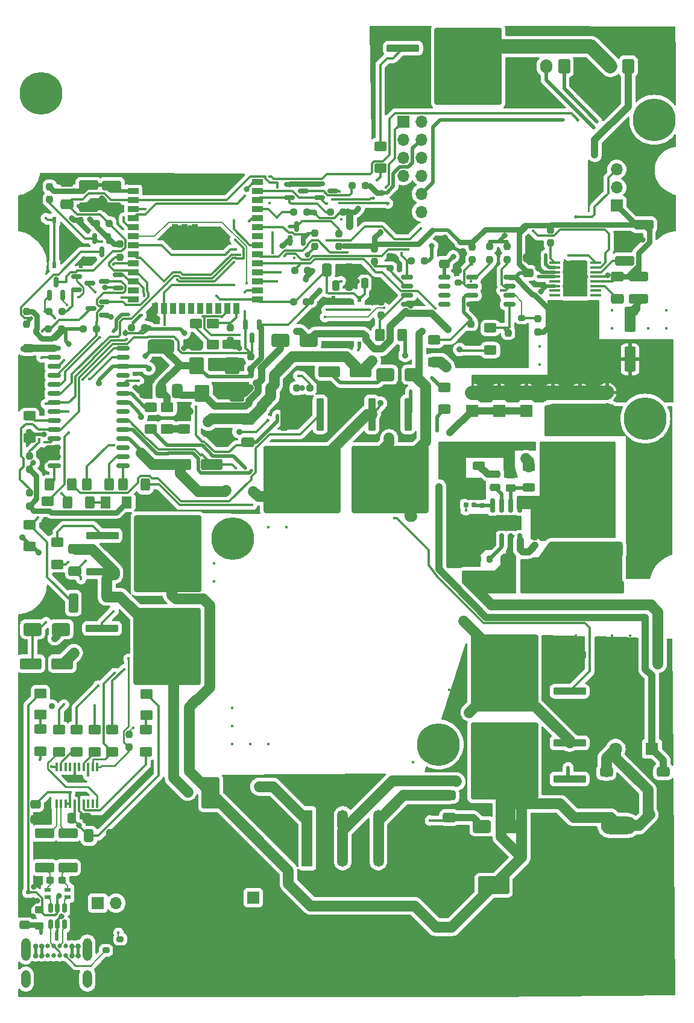
<source format=gbr>
%TF.GenerationSoftware,KiCad,Pcbnew,8.0.7*%
%TF.CreationDate,2025-07-24T12:10:58+02:00*%
%TF.ProjectId,Soundwalk,536f756e-6477-4616-9c6b-2e6b69636164,rev?*%
%TF.SameCoordinates,Original*%
%TF.FileFunction,Copper,L1,Top*%
%TF.FilePolarity,Positive*%
%FSLAX46Y46*%
G04 Gerber Fmt 4.6, Leading zero omitted, Abs format (unit mm)*
G04 Created by KiCad (PCBNEW 8.0.7) date 2025-07-24 12:10:58*
%MOMM*%
%LPD*%
G01*
G04 APERTURE LIST*
G04 Aperture macros list*
%AMRoundRect*
0 Rectangle with rounded corners*
0 $1 Rounding radius*
0 $2 $3 $4 $5 $6 $7 $8 $9 X,Y pos of 4 corners*
0 Add a 4 corners polygon primitive as box body*
4,1,4,$2,$3,$4,$5,$6,$7,$8,$9,$2,$3,0*
0 Add four circle primitives for the rounded corners*
1,1,$1+$1,$2,$3*
1,1,$1+$1,$4,$5*
1,1,$1+$1,$6,$7*
1,1,$1+$1,$8,$9*
0 Add four rect primitives between the rounded corners*
20,1,$1+$1,$2,$3,$4,$5,0*
20,1,$1+$1,$4,$5,$6,$7,0*
20,1,$1+$1,$6,$7,$8,$9,0*
20,1,$1+$1,$8,$9,$2,$3,0*%
G04 Aperture macros list end*
%TA.AperFunction,EtchedComponent*%
%ADD10C,0.010000*%
%TD*%
%TA.AperFunction,SMDPad,CuDef*%
%ADD11RoundRect,0.200000X0.275000X-0.200000X0.275000X0.200000X-0.275000X0.200000X-0.275000X-0.200000X0*%
%TD*%
%TA.AperFunction,SMDPad,CuDef*%
%ADD12RoundRect,0.237500X0.237500X-0.250000X0.237500X0.250000X-0.237500X0.250000X-0.237500X-0.250000X0*%
%TD*%
%TA.AperFunction,SMDPad,CuDef*%
%ADD13RoundRect,0.250000X-0.625000X0.400000X-0.625000X-0.400000X0.625000X-0.400000X0.625000X0.400000X0*%
%TD*%
%TA.AperFunction,SMDPad,CuDef*%
%ADD14RoundRect,0.250000X0.650000X-0.412500X0.650000X0.412500X-0.650000X0.412500X-0.650000X-0.412500X0*%
%TD*%
%TA.AperFunction,SMDPad,CuDef*%
%ADD15RoundRect,0.250000X1.250000X0.550000X-1.250000X0.550000X-1.250000X-0.550000X1.250000X-0.550000X0*%
%TD*%
%TA.AperFunction,SMDPad,CuDef*%
%ADD16RoundRect,0.250000X-2.050000X-0.300000X2.050000X-0.300000X2.050000X0.300000X-2.050000X0.300000X0*%
%TD*%
%TA.AperFunction,SMDPad,CuDef*%
%ADD17RoundRect,0.250000X-2.025000X-2.375000X2.025000X-2.375000X2.025000X2.375000X-2.025000X2.375000X0*%
%TD*%
%TA.AperFunction,SMDPad,CuDef*%
%ADD18RoundRect,0.250002X-4.449998X-5.149998X4.449998X-5.149998X4.449998X5.149998X-4.449998X5.149998X0*%
%TD*%
%TA.AperFunction,ComponentPad*%
%ADD19R,1.700000X1.700000*%
%TD*%
%TA.AperFunction,ComponentPad*%
%ADD20O,1.700000X1.700000*%
%TD*%
%TA.AperFunction,SMDPad,CuDef*%
%ADD21R,0.900000X0.600000*%
%TD*%
%TA.AperFunction,SMDPad,CuDef*%
%ADD22RoundRect,0.237500X0.250000X0.237500X-0.250000X0.237500X-0.250000X-0.237500X0.250000X-0.237500X0*%
%TD*%
%TA.AperFunction,SMDPad,CuDef*%
%ADD23RoundRect,0.237500X-0.237500X0.250000X-0.237500X-0.250000X0.237500X-0.250000X0.237500X0.250000X0*%
%TD*%
%TA.AperFunction,SMDPad,CuDef*%
%ADD24RoundRect,0.250000X0.475000X-0.337500X0.475000X0.337500X-0.475000X0.337500X-0.475000X-0.337500X0*%
%TD*%
%TA.AperFunction,SMDPad,CuDef*%
%ADD25RoundRect,0.200000X-0.200000X-0.275000X0.200000X-0.275000X0.200000X0.275000X-0.200000X0.275000X0*%
%TD*%
%TA.AperFunction,SMDPad,CuDef*%
%ADD26RoundRect,0.249999X1.075001X-0.450001X1.075001X0.450001X-1.075001X0.450001X-1.075001X-0.450001X0*%
%TD*%
%TA.AperFunction,SMDPad,CuDef*%
%ADD27RoundRect,0.150000X-0.150000X0.587500X-0.150000X-0.587500X0.150000X-0.587500X0.150000X0.587500X0*%
%TD*%
%TA.AperFunction,SMDPad,CuDef*%
%ADD28RoundRect,0.250000X-0.650000X1.500000X-0.650000X-1.500000X0.650000X-1.500000X0.650000X1.500000X0*%
%TD*%
%TA.AperFunction,SMDPad,CuDef*%
%ADD29RoundRect,0.150000X0.150000X-0.512500X0.150000X0.512500X-0.150000X0.512500X-0.150000X-0.512500X0*%
%TD*%
%TA.AperFunction,SMDPad,CuDef*%
%ADD30RoundRect,0.250000X0.625000X-0.400000X0.625000X0.400000X-0.625000X0.400000X-0.625000X-0.400000X0*%
%TD*%
%TA.AperFunction,SMDPad,CuDef*%
%ADD31RoundRect,0.150000X-0.587500X-0.150000X0.587500X-0.150000X0.587500X0.150000X-0.587500X0.150000X0*%
%TD*%
%TA.AperFunction,SMDPad,CuDef*%
%ADD32R,0.558800X0.950500*%
%TD*%
%TA.AperFunction,SMDPad,CuDef*%
%ADD33RoundRect,0.250000X-0.250000X-0.475000X0.250000X-0.475000X0.250000X0.475000X-0.250000X0.475000X0*%
%TD*%
%TA.AperFunction,SMDPad,CuDef*%
%ADD34RoundRect,0.140000X0.170000X-0.140000X0.170000X0.140000X-0.170000X0.140000X-0.170000X-0.140000X0*%
%TD*%
%TA.AperFunction,SMDPad,CuDef*%
%ADD35RoundRect,0.250000X0.325000X1.100000X-0.325000X1.100000X-0.325000X-1.100000X0.325000X-1.100000X0*%
%TD*%
%TA.AperFunction,SMDPad,CuDef*%
%ADD36RoundRect,0.250000X0.550000X-1.500000X0.550000X1.500000X-0.550000X1.500000X-0.550000X-1.500000X0*%
%TD*%
%TA.AperFunction,SMDPad,CuDef*%
%ADD37RoundRect,0.250000X0.625000X-0.312500X0.625000X0.312500X-0.625000X0.312500X-0.625000X-0.312500X0*%
%TD*%
%TA.AperFunction,SMDPad,CuDef*%
%ADD38RoundRect,0.250000X1.100000X-0.412500X1.100000X0.412500X-1.100000X0.412500X-1.100000X-0.412500X0*%
%TD*%
%TA.AperFunction,SMDPad,CuDef*%
%ADD39RoundRect,0.250000X-0.475000X0.250000X-0.475000X-0.250000X0.475000X-0.250000X0.475000X0.250000X0*%
%TD*%
%TA.AperFunction,SMDPad,CuDef*%
%ADD40RoundRect,0.375000X0.375000X-0.625000X0.375000X0.625000X-0.375000X0.625000X-0.375000X-0.625000X0*%
%TD*%
%TA.AperFunction,SMDPad,CuDef*%
%ADD41RoundRect,0.500000X1.400000X-0.500000X1.400000X0.500000X-1.400000X0.500000X-1.400000X-0.500000X0*%
%TD*%
%TA.AperFunction,SMDPad,CuDef*%
%ADD42RoundRect,0.250000X-1.000000X-0.650000X1.000000X-0.650000X1.000000X0.650000X-1.000000X0.650000X0*%
%TD*%
%TA.AperFunction,ComponentPad*%
%ADD43RoundRect,0.250000X0.600000X0.750000X-0.600000X0.750000X-0.600000X-0.750000X0.600000X-0.750000X0*%
%TD*%
%TA.AperFunction,ComponentPad*%
%ADD44O,1.700000X2.000000*%
%TD*%
%TA.AperFunction,SMDPad,CuDef*%
%ADD45RoundRect,0.250000X-1.100000X0.412500X-1.100000X-0.412500X1.100000X-0.412500X1.100000X0.412500X0*%
%TD*%
%TA.AperFunction,SMDPad,CuDef*%
%ADD46RoundRect,0.250000X0.412500X1.100000X-0.412500X1.100000X-0.412500X-1.100000X0.412500X-1.100000X0*%
%TD*%
%TA.AperFunction,SMDPad,CuDef*%
%ADD47RoundRect,0.250000X-0.450000X0.262500X-0.450000X-0.262500X0.450000X-0.262500X0.450000X0.262500X0*%
%TD*%
%TA.AperFunction,ComponentPad*%
%ADD48C,0.800000*%
%TD*%
%TA.AperFunction,ComponentPad*%
%ADD49C,6.000000*%
%TD*%
%TA.AperFunction,SMDPad,CuDef*%
%ADD50RoundRect,0.250001X0.624999X-0.462499X0.624999X0.462499X-0.624999X0.462499X-0.624999X-0.462499X0*%
%TD*%
%TA.AperFunction,SMDPad,CuDef*%
%ADD51RoundRect,0.200000X-0.275000X0.200000X-0.275000X-0.200000X0.275000X-0.200000X0.275000X0.200000X0*%
%TD*%
%TA.AperFunction,SMDPad,CuDef*%
%ADD52RoundRect,0.155000X-0.155000X0.212500X-0.155000X-0.212500X0.155000X-0.212500X0.155000X0.212500X0*%
%TD*%
%TA.AperFunction,SMDPad,CuDef*%
%ADD53RoundRect,0.250000X2.050000X0.300000X-2.050000X0.300000X-2.050000X-0.300000X2.050000X-0.300000X0*%
%TD*%
%TA.AperFunction,SMDPad,CuDef*%
%ADD54RoundRect,0.250000X2.025000X2.375000X-2.025000X2.375000X-2.025000X-2.375000X2.025000X-2.375000X0*%
%TD*%
%TA.AperFunction,SMDPad,CuDef*%
%ADD55RoundRect,0.250002X4.449998X5.149998X-4.449998X5.149998X-4.449998X-5.149998X4.449998X-5.149998X0*%
%TD*%
%TA.AperFunction,SMDPad,CuDef*%
%ADD56RoundRect,0.250000X-0.412500X-0.650000X0.412500X-0.650000X0.412500X0.650000X-0.412500X0.650000X0*%
%TD*%
%TA.AperFunction,SMDPad,CuDef*%
%ADD57RoundRect,0.250000X-0.787500X-0.925000X0.787500X-0.925000X0.787500X0.925000X-0.787500X0.925000X0*%
%TD*%
%TA.AperFunction,SMDPad,CuDef*%
%ADD58RoundRect,0.150000X-0.150000X0.825000X-0.150000X-0.825000X0.150000X-0.825000X0.150000X0.825000X0*%
%TD*%
%TA.AperFunction,HeatsinkPad*%
%ADD59R,3.000000X2.290000*%
%TD*%
%TA.AperFunction,ComponentPad*%
%ADD60O,5.000000X2.500000*%
%TD*%
%TA.AperFunction,ComponentPad*%
%ADD61O,4.500000X2.250000*%
%TD*%
%TA.AperFunction,ComponentPad*%
%ADD62O,2.250000X4.500000*%
%TD*%
%TA.AperFunction,ComponentPad*%
%ADD63C,0.648000*%
%TD*%
%TA.AperFunction,ComponentPad*%
%ADD64O,1.300000X3.200000*%
%TD*%
%TA.AperFunction,ComponentPad*%
%ADD65O,1.300000X2.500000*%
%TD*%
%TA.AperFunction,SMDPad,CuDef*%
%ADD66RoundRect,0.237500X-0.300000X-0.237500X0.300000X-0.237500X0.300000X0.237500X-0.300000X0.237500X0*%
%TD*%
%TA.AperFunction,SMDPad,CuDef*%
%ADD67RoundRect,0.150000X-0.750000X-0.150000X0.750000X-0.150000X0.750000X0.150000X-0.750000X0.150000X0*%
%TD*%
%TA.AperFunction,SMDPad,CuDef*%
%ADD68RoundRect,0.250001X-0.462499X-0.624999X0.462499X-0.624999X0.462499X0.624999X-0.462499X0.624999X0*%
%TD*%
%TA.AperFunction,SMDPad,CuDef*%
%ADD69RoundRect,0.250000X-0.475000X0.337500X-0.475000X-0.337500X0.475000X-0.337500X0.475000X0.337500X0*%
%TD*%
%TA.AperFunction,SMDPad,CuDef*%
%ADD70RoundRect,0.237500X-0.250000X-0.237500X0.250000X-0.237500X0.250000X0.237500X-0.250000X0.237500X0*%
%TD*%
%TA.AperFunction,ComponentPad*%
%ADD71C,1.800000*%
%TD*%
%TA.AperFunction,ComponentPad*%
%ADD72R,1.800000X1.800000*%
%TD*%
%TA.AperFunction,SMDPad,CuDef*%
%ADD73R,1.500000X0.900000*%
%TD*%
%TA.AperFunction,SMDPad,CuDef*%
%ADD74R,0.900000X1.500000*%
%TD*%
%TA.AperFunction,SMDPad,CuDef*%
%ADD75R,0.900000X0.900000*%
%TD*%
%TA.AperFunction,HeatsinkPad*%
%ADD76C,0.600000*%
%TD*%
%TA.AperFunction,SMDPad,CuDef*%
%ADD77RoundRect,0.250000X-0.400000X-0.625000X0.400000X-0.625000X0.400000X0.625000X-0.400000X0.625000X0*%
%TD*%
%TA.AperFunction,SMDPad,CuDef*%
%ADD78RoundRect,0.237500X0.300000X0.237500X-0.300000X0.237500X-0.300000X-0.237500X0.300000X-0.237500X0*%
%TD*%
%TA.AperFunction,SMDPad,CuDef*%
%ADD79RoundRect,0.250000X-1.250000X-0.550000X1.250000X-0.550000X1.250000X0.550000X-1.250000X0.550000X0*%
%TD*%
%TA.AperFunction,SMDPad,CuDef*%
%ADD80RoundRect,0.150000X-0.675000X-0.150000X0.675000X-0.150000X0.675000X0.150000X-0.675000X0.150000X0*%
%TD*%
%TA.AperFunction,SMDPad,CuDef*%
%ADD81RoundRect,0.150000X0.587500X0.150000X-0.587500X0.150000X-0.587500X-0.150000X0.587500X-0.150000X0*%
%TD*%
%TA.AperFunction,SMDPad,CuDef*%
%ADD82RoundRect,0.150000X0.150000X-0.587500X0.150000X0.587500X-0.150000X0.587500X-0.150000X-0.587500X0*%
%TD*%
%TA.AperFunction,SMDPad,CuDef*%
%ADD83R,0.400000X1.200000*%
%TD*%
%TA.AperFunction,SMDPad,CuDef*%
%ADD84RoundRect,0.250000X-0.337500X-0.475000X0.337500X-0.475000X0.337500X0.475000X-0.337500X0.475000X0*%
%TD*%
%TA.AperFunction,SMDPad,CuDef*%
%ADD85RoundRect,0.250000X-1.000000X1.950000X-1.000000X-1.950000X1.000000X-1.950000X1.000000X1.950000X0*%
%TD*%
%TA.AperFunction,SMDPad,CuDef*%
%ADD86RoundRect,0.250000X-0.300000X2.050000X-0.300000X-2.050000X0.300000X-2.050000X0.300000X2.050000X0*%
%TD*%
%TA.AperFunction,SMDPad,CuDef*%
%ADD87RoundRect,0.250000X-2.375000X2.025000X-2.375000X-2.025000X2.375000X-2.025000X2.375000X2.025000X0*%
%TD*%
%TA.AperFunction,SMDPad,CuDef*%
%ADD88RoundRect,0.250002X-5.149998X4.449998X-5.149998X-4.449998X5.149998X-4.449998X5.149998X4.449998X0*%
%TD*%
%TA.AperFunction,SMDPad,CuDef*%
%ADD89RoundRect,0.250000X1.950000X1.000000X-1.950000X1.000000X-1.950000X-1.000000X1.950000X-1.000000X0*%
%TD*%
%TA.AperFunction,SMDPad,CuDef*%
%ADD90RoundRect,0.155000X0.212500X0.155000X-0.212500X0.155000X-0.212500X-0.155000X0.212500X-0.155000X0*%
%TD*%
%TA.AperFunction,SMDPad,CuDef*%
%ADD91RoundRect,0.100000X-0.687500X-0.100000X0.687500X-0.100000X0.687500X0.100000X-0.687500X0.100000X0*%
%TD*%
%TA.AperFunction,HeatsinkPad*%
%ADD92C,0.500000*%
%TD*%
%TA.AperFunction,HeatsinkPad*%
%ADD93R,3.400000X5.000000*%
%TD*%
%TA.AperFunction,ComponentPad*%
%ADD94R,1.500000X3.000000*%
%TD*%
%TA.AperFunction,ComponentPad*%
%ADD95O,1.500000X3.000000*%
%TD*%
%TA.AperFunction,SMDPad,CuDef*%
%ADD96RoundRect,0.250000X0.400000X0.625000X-0.400000X0.625000X-0.400000X-0.625000X0.400000X-0.625000X0*%
%TD*%
%TA.AperFunction,SMDPad,CuDef*%
%ADD97RoundRect,0.250000X0.350000X-0.275000X0.350000X0.275000X-0.350000X0.275000X-0.350000X-0.275000X0*%
%TD*%
%TA.AperFunction,SMDPad,CuDef*%
%ADD98RoundRect,0.650000X-0.650000X-0.950000X0.650000X-0.950000X0.650000X0.950000X-0.650000X0.950000X0*%
%TD*%
%TA.AperFunction,ViaPad*%
%ADD99C,0.450000*%
%TD*%
%TA.AperFunction,ViaPad*%
%ADD100C,0.800000*%
%TD*%
%TA.AperFunction,ViaPad*%
%ADD101C,0.900000*%
%TD*%
%TA.AperFunction,ViaPad*%
%ADD102C,0.500000*%
%TD*%
%TA.AperFunction,ViaPad*%
%ADD103C,0.700000*%
%TD*%
%TA.AperFunction,Conductor*%
%ADD104C,0.200000*%
%TD*%
%TA.AperFunction,Conductor*%
%ADD105C,0.750000*%
%TD*%
%TA.AperFunction,Conductor*%
%ADD106C,0.349250*%
%TD*%
%TA.AperFunction,Conductor*%
%ADD107C,0.300000*%
%TD*%
%TA.AperFunction,Conductor*%
%ADD108C,1.000000*%
%TD*%
%TA.AperFunction,Conductor*%
%ADD109C,1.500000*%
%TD*%
%TA.AperFunction,Conductor*%
%ADD110C,0.500000*%
%TD*%
%TA.AperFunction,Conductor*%
%ADD111C,2.000000*%
%TD*%
%TA.AperFunction,Conductor*%
%ADD112C,0.267208*%
%TD*%
G04 APERTURE END LIST*
D10*
%TO.C,U1*%
X185516000Y-149715000D02*
X185571000Y-149730000D01*
X185623000Y-149755000D01*
X185670000Y-149788000D01*
X185710000Y-149829000D01*
X185742000Y-149876000D01*
X185765000Y-149928000D01*
X185779000Y-149984000D01*
X185783000Y-150041000D01*
X185777000Y-150098000D01*
X185761000Y-150153000D01*
X185735000Y-150204000D01*
X185701000Y-150250000D01*
X185659000Y-150289000D01*
X185609000Y-150321000D01*
X185609000Y-151096810D01*
X185659000Y-151129000D01*
X185701000Y-151168000D01*
X185735000Y-151214000D01*
X185761000Y-151265000D01*
X185777000Y-151320000D01*
X185783000Y-151377000D01*
X185779000Y-151434000D01*
X185765000Y-151490000D01*
X185742000Y-151542000D01*
X185710000Y-151589000D01*
X185670000Y-151630000D01*
X185623000Y-151663000D01*
X185571000Y-151688000D01*
X185516000Y-151703000D01*
X185459000Y-151708000D01*
X185402000Y-151703000D01*
X185347000Y-151688000D01*
X185295000Y-151663000D01*
X185248000Y-151630000D01*
X185208000Y-151589000D01*
X185176000Y-151542000D01*
X185153000Y-151490000D01*
X185139000Y-151434000D01*
X185135000Y-151377000D01*
X185141000Y-151320000D01*
X185157000Y-151265000D01*
X185183000Y-151214000D01*
X185217000Y-151168000D01*
X185259000Y-151129000D01*
X185309000Y-151097000D01*
X185309000Y-150321000D01*
X185259000Y-150289000D01*
X185217000Y-150250000D01*
X185183000Y-150204000D01*
X185157000Y-150153000D01*
X185141000Y-150098000D01*
X185135000Y-150041000D01*
X185139000Y-149984000D01*
X185153000Y-149928000D01*
X185176000Y-149876000D01*
X185208000Y-149829000D01*
X185248000Y-149788000D01*
X185295000Y-149755000D01*
X185347000Y-149730000D01*
X185402000Y-149715000D01*
X185459000Y-149710000D01*
X185516000Y-149715000D01*
%TA.AperFunction,EtchedComponent*%
G36*
X185516000Y-149715000D02*
G01*
X185571000Y-149730000D01*
X185623000Y-149755000D01*
X185670000Y-149788000D01*
X185710000Y-149829000D01*
X185742000Y-149876000D01*
X185765000Y-149928000D01*
X185779000Y-149984000D01*
X185783000Y-150041000D01*
X185777000Y-150098000D01*
X185761000Y-150153000D01*
X185735000Y-150204000D01*
X185701000Y-150250000D01*
X185659000Y-150289000D01*
X185609000Y-150321000D01*
X185609000Y-151096810D01*
X185659000Y-151129000D01*
X185701000Y-151168000D01*
X185735000Y-151214000D01*
X185761000Y-151265000D01*
X185777000Y-151320000D01*
X185783000Y-151377000D01*
X185779000Y-151434000D01*
X185765000Y-151490000D01*
X185742000Y-151542000D01*
X185710000Y-151589000D01*
X185670000Y-151630000D01*
X185623000Y-151663000D01*
X185571000Y-151688000D01*
X185516000Y-151703000D01*
X185459000Y-151708000D01*
X185402000Y-151703000D01*
X185347000Y-151688000D01*
X185295000Y-151663000D01*
X185248000Y-151630000D01*
X185208000Y-151589000D01*
X185176000Y-151542000D01*
X185153000Y-151490000D01*
X185139000Y-151434000D01*
X185135000Y-151377000D01*
X185141000Y-151320000D01*
X185157000Y-151265000D01*
X185183000Y-151214000D01*
X185217000Y-151168000D01*
X185259000Y-151129000D01*
X185309000Y-151097000D01*
X185309000Y-150321000D01*
X185259000Y-150289000D01*
X185217000Y-150250000D01*
X185183000Y-150204000D01*
X185157000Y-150153000D01*
X185141000Y-150098000D01*
X185135000Y-150041000D01*
X185139000Y-149984000D01*
X185153000Y-149928000D01*
X185176000Y-149876000D01*
X185208000Y-149829000D01*
X185248000Y-149788000D01*
X185295000Y-149755000D01*
X185347000Y-149730000D01*
X185402000Y-149715000D01*
X185459000Y-149710000D01*
X185516000Y-149715000D01*
G37*
%TD.AperFunction*%
X186366000Y-149715000D02*
X186421000Y-149730000D01*
X186473000Y-149755000D01*
X186520000Y-149788000D01*
X186560000Y-149829000D01*
X186592000Y-149876000D01*
X186615000Y-149928000D01*
X186629000Y-149984000D01*
X186633000Y-150041000D01*
X186627000Y-150098000D01*
X186611000Y-150153000D01*
X186585000Y-150204000D01*
X186551000Y-150250000D01*
X186509000Y-150289000D01*
X186459000Y-150321000D01*
X186459000Y-151096810D01*
X186509000Y-151129000D01*
X186551000Y-151168000D01*
X186585000Y-151214000D01*
X186611000Y-151265000D01*
X186627000Y-151320000D01*
X186633000Y-151377000D01*
X186629000Y-151434000D01*
X186615000Y-151490000D01*
X186592000Y-151542000D01*
X186560000Y-151589000D01*
X186520000Y-151630000D01*
X186473000Y-151663000D01*
X186421000Y-151688000D01*
X186366000Y-151703000D01*
X186309000Y-151708000D01*
X186252000Y-151703000D01*
X186197000Y-151688000D01*
X186145000Y-151663000D01*
X186098000Y-151630000D01*
X186058000Y-151589000D01*
X186026000Y-151542000D01*
X186003000Y-151490000D01*
X185989000Y-151434000D01*
X185985000Y-151377000D01*
X185991000Y-151320000D01*
X186007000Y-151265000D01*
X186033000Y-151214000D01*
X186067000Y-151168000D01*
X186109000Y-151129000D01*
X186159000Y-151097000D01*
X186159000Y-150321000D01*
X186109000Y-150289000D01*
X186067000Y-150250000D01*
X186033000Y-150204000D01*
X186007000Y-150153000D01*
X185991000Y-150098000D01*
X185985000Y-150041000D01*
X185989000Y-149984000D01*
X186003000Y-149928000D01*
X186026000Y-149876000D01*
X186058000Y-149829000D01*
X186098000Y-149788000D01*
X186145000Y-149755000D01*
X186197000Y-149730000D01*
X186252000Y-149715000D01*
X186309000Y-149710000D01*
X186366000Y-149715000D01*
%TA.AperFunction,EtchedComponent*%
G36*
X186366000Y-149715000D02*
G01*
X186421000Y-149730000D01*
X186473000Y-149755000D01*
X186520000Y-149788000D01*
X186560000Y-149829000D01*
X186592000Y-149876000D01*
X186615000Y-149928000D01*
X186629000Y-149984000D01*
X186633000Y-150041000D01*
X186627000Y-150098000D01*
X186611000Y-150153000D01*
X186585000Y-150204000D01*
X186551000Y-150250000D01*
X186509000Y-150289000D01*
X186459000Y-150321000D01*
X186459000Y-151096810D01*
X186509000Y-151129000D01*
X186551000Y-151168000D01*
X186585000Y-151214000D01*
X186611000Y-151265000D01*
X186627000Y-151320000D01*
X186633000Y-151377000D01*
X186629000Y-151434000D01*
X186615000Y-151490000D01*
X186592000Y-151542000D01*
X186560000Y-151589000D01*
X186520000Y-151630000D01*
X186473000Y-151663000D01*
X186421000Y-151688000D01*
X186366000Y-151703000D01*
X186309000Y-151708000D01*
X186252000Y-151703000D01*
X186197000Y-151688000D01*
X186145000Y-151663000D01*
X186098000Y-151630000D01*
X186058000Y-151589000D01*
X186026000Y-151542000D01*
X186003000Y-151490000D01*
X185989000Y-151434000D01*
X185985000Y-151377000D01*
X185991000Y-151320000D01*
X186007000Y-151265000D01*
X186033000Y-151214000D01*
X186067000Y-151168000D01*
X186109000Y-151129000D01*
X186159000Y-151097000D01*
X186159000Y-150321000D01*
X186109000Y-150289000D01*
X186067000Y-150250000D01*
X186033000Y-150204000D01*
X186007000Y-150153000D01*
X185991000Y-150098000D01*
X185985000Y-150041000D01*
X185989000Y-149984000D01*
X186003000Y-149928000D01*
X186026000Y-149876000D01*
X186058000Y-149829000D01*
X186098000Y-149788000D01*
X186145000Y-149755000D01*
X186197000Y-149730000D01*
X186252000Y-149715000D01*
X186309000Y-149710000D01*
X186366000Y-149715000D01*
G37*
%TD.AperFunction*%
X190616000Y-149715000D02*
X190671000Y-149730000D01*
X190723000Y-149755000D01*
X190770000Y-149788000D01*
X190810000Y-149829000D01*
X190842000Y-149876000D01*
X190865000Y-149928000D01*
X190879000Y-149984000D01*
X190883000Y-150041000D01*
X190877000Y-150098000D01*
X190861000Y-150153000D01*
X190835000Y-150204000D01*
X190801000Y-150250000D01*
X190759000Y-150289000D01*
X190709000Y-150321000D01*
X190709000Y-151097000D01*
X190759000Y-151129000D01*
X190801000Y-151168000D01*
X190835000Y-151214000D01*
X190861000Y-151265000D01*
X190877000Y-151320000D01*
X190883000Y-151377000D01*
X190879000Y-151434000D01*
X190865000Y-151490000D01*
X190842000Y-151542000D01*
X190810000Y-151589000D01*
X190770000Y-151630000D01*
X190723000Y-151663000D01*
X190671000Y-151688000D01*
X190616000Y-151703000D01*
X190559000Y-151708000D01*
X190502000Y-151703000D01*
X190447000Y-151688000D01*
X190395000Y-151663000D01*
X190348000Y-151630000D01*
X190308000Y-151589000D01*
X190276000Y-151542000D01*
X190253000Y-151490000D01*
X190239000Y-151434000D01*
X190235000Y-151377000D01*
X190241000Y-151320000D01*
X190257000Y-151265000D01*
X190283000Y-151214000D01*
X190317000Y-151168000D01*
X190359000Y-151129000D01*
X190409000Y-151097000D01*
X190409000Y-150321190D01*
X190409000Y-150321000D01*
X190359000Y-150289000D01*
X190317000Y-150250000D01*
X190283000Y-150204000D01*
X190257000Y-150153000D01*
X190241000Y-150098000D01*
X190235000Y-150041000D01*
X190239000Y-149984000D01*
X190253000Y-149928000D01*
X190276000Y-149876000D01*
X190308000Y-149829000D01*
X190348000Y-149788000D01*
X190395000Y-149755000D01*
X190447000Y-149730000D01*
X190502000Y-149715000D01*
X190559000Y-149710000D01*
X190616000Y-149715000D01*
%TA.AperFunction,EtchedComponent*%
G36*
X190616000Y-149715000D02*
G01*
X190671000Y-149730000D01*
X190723000Y-149755000D01*
X190770000Y-149788000D01*
X190810000Y-149829000D01*
X190842000Y-149876000D01*
X190865000Y-149928000D01*
X190879000Y-149984000D01*
X190883000Y-150041000D01*
X190877000Y-150098000D01*
X190861000Y-150153000D01*
X190835000Y-150204000D01*
X190801000Y-150250000D01*
X190759000Y-150289000D01*
X190709000Y-150321000D01*
X190709000Y-151097000D01*
X190759000Y-151129000D01*
X190801000Y-151168000D01*
X190835000Y-151214000D01*
X190861000Y-151265000D01*
X190877000Y-151320000D01*
X190883000Y-151377000D01*
X190879000Y-151434000D01*
X190865000Y-151490000D01*
X190842000Y-151542000D01*
X190810000Y-151589000D01*
X190770000Y-151630000D01*
X190723000Y-151663000D01*
X190671000Y-151688000D01*
X190616000Y-151703000D01*
X190559000Y-151708000D01*
X190502000Y-151703000D01*
X190447000Y-151688000D01*
X190395000Y-151663000D01*
X190348000Y-151630000D01*
X190308000Y-151589000D01*
X190276000Y-151542000D01*
X190253000Y-151490000D01*
X190239000Y-151434000D01*
X190235000Y-151377000D01*
X190241000Y-151320000D01*
X190257000Y-151265000D01*
X190283000Y-151214000D01*
X190317000Y-151168000D01*
X190359000Y-151129000D01*
X190409000Y-151097000D01*
X190409000Y-150321190D01*
X190409000Y-150321000D01*
X190359000Y-150289000D01*
X190317000Y-150250000D01*
X190283000Y-150204000D01*
X190257000Y-150153000D01*
X190241000Y-150098000D01*
X190235000Y-150041000D01*
X190239000Y-149984000D01*
X190253000Y-149928000D01*
X190276000Y-149876000D01*
X190308000Y-149829000D01*
X190348000Y-149788000D01*
X190395000Y-149755000D01*
X190447000Y-149730000D01*
X190502000Y-149715000D01*
X190559000Y-149710000D01*
X190616000Y-149715000D01*
G37*
%TD.AperFunction*%
X191466000Y-149715000D02*
X191521000Y-149730000D01*
X191573000Y-149755000D01*
X191620000Y-149788000D01*
X191660000Y-149829000D01*
X191692000Y-149876000D01*
X191715000Y-149928000D01*
X191729000Y-149984000D01*
X191733000Y-150041000D01*
X191727000Y-150098000D01*
X191711000Y-150153000D01*
X191685000Y-150204000D01*
X191651000Y-150250000D01*
X191609000Y-150289000D01*
X191559000Y-150321000D01*
X191559000Y-151096810D01*
X191609000Y-151129000D01*
X191651000Y-151168000D01*
X191685000Y-151214000D01*
X191711000Y-151265000D01*
X191727000Y-151320000D01*
X191733000Y-151377000D01*
X191729000Y-151434000D01*
X191715000Y-151490000D01*
X191692000Y-151542000D01*
X191660000Y-151589000D01*
X191620000Y-151630000D01*
X191573000Y-151663000D01*
X191521000Y-151688000D01*
X191466000Y-151703000D01*
X191409000Y-151708000D01*
X191352000Y-151703000D01*
X191297000Y-151688000D01*
X191245000Y-151663000D01*
X191198000Y-151630000D01*
X191158000Y-151589000D01*
X191126000Y-151542000D01*
X191103000Y-151490000D01*
X191089000Y-151434000D01*
X191085000Y-151377000D01*
X191091000Y-151320000D01*
X191107000Y-151265000D01*
X191133000Y-151214000D01*
X191167000Y-151168000D01*
X191209000Y-151129000D01*
X191259000Y-151097000D01*
X191259000Y-150321000D01*
X191209000Y-150289000D01*
X191167000Y-150250000D01*
X191133000Y-150204000D01*
X191107000Y-150153000D01*
X191091000Y-150098000D01*
X191085000Y-150041000D01*
X191089000Y-149984000D01*
X191103000Y-149928000D01*
X191126000Y-149876000D01*
X191158000Y-149829000D01*
X191198000Y-149788000D01*
X191245000Y-149755000D01*
X191297000Y-149730000D01*
X191352000Y-149715000D01*
X191409000Y-149710000D01*
X191466000Y-149715000D01*
%TA.AperFunction,EtchedComponent*%
G36*
X191466000Y-149715000D02*
G01*
X191521000Y-149730000D01*
X191573000Y-149755000D01*
X191620000Y-149788000D01*
X191660000Y-149829000D01*
X191692000Y-149876000D01*
X191715000Y-149928000D01*
X191729000Y-149984000D01*
X191733000Y-150041000D01*
X191727000Y-150098000D01*
X191711000Y-150153000D01*
X191685000Y-150204000D01*
X191651000Y-150250000D01*
X191609000Y-150289000D01*
X191559000Y-150321000D01*
X191559000Y-151096810D01*
X191609000Y-151129000D01*
X191651000Y-151168000D01*
X191685000Y-151214000D01*
X191711000Y-151265000D01*
X191727000Y-151320000D01*
X191733000Y-151377000D01*
X191729000Y-151434000D01*
X191715000Y-151490000D01*
X191692000Y-151542000D01*
X191660000Y-151589000D01*
X191620000Y-151630000D01*
X191573000Y-151663000D01*
X191521000Y-151688000D01*
X191466000Y-151703000D01*
X191409000Y-151708000D01*
X191352000Y-151703000D01*
X191297000Y-151688000D01*
X191245000Y-151663000D01*
X191198000Y-151630000D01*
X191158000Y-151589000D01*
X191126000Y-151542000D01*
X191103000Y-151490000D01*
X191089000Y-151434000D01*
X191085000Y-151377000D01*
X191091000Y-151320000D01*
X191107000Y-151265000D01*
X191133000Y-151214000D01*
X191167000Y-151168000D01*
X191209000Y-151129000D01*
X191259000Y-151097000D01*
X191259000Y-150321000D01*
X191209000Y-150289000D01*
X191167000Y-150250000D01*
X191133000Y-150204000D01*
X191107000Y-150153000D01*
X191091000Y-150098000D01*
X191085000Y-150041000D01*
X191089000Y-149984000D01*
X191103000Y-149928000D01*
X191126000Y-149876000D01*
X191158000Y-149829000D01*
X191198000Y-149788000D01*
X191245000Y-149755000D01*
X191297000Y-149730000D01*
X191352000Y-149715000D01*
X191409000Y-149710000D01*
X191466000Y-149715000D01*
G37*
%TD.AperFunction*%
%TD*%
D11*
%TO.P,R49,1*%
%TO.N,/3-PH/LM393-VREF3*%
X235251000Y-54745000D03*
%TO.P,R49,2*%
%TO.N,GND*%
X235251000Y-53095000D03*
%TD*%
D12*
%TO.P,R32,1*%
%TO.N,+5V*%
X184618000Y-88218500D03*
%TO.P,R32,2*%
%TO.N,/3-PH/IR2136-EN*%
X184618000Y-86393500D03*
%TD*%
D13*
%TO.P,R53,1*%
%TO.N,/3-PH/IR2136-HO1-R*%
X188518800Y-93319000D03*
%TO.P,R53,2*%
%TO.N,/3-PH/IR2136-HO1*%
X188518800Y-96419000D03*
%TD*%
D12*
%TO.P,R23,1*%
%TO.N,/3-PH/LM393-VREF1*%
X246814000Y-53599500D03*
%TO.P,R23,2*%
%TO.N,+5V*%
X246814000Y-51774500D03*
%TD*%
D14*
%TO.P,C27,1*%
%TO.N,/3-PH/IR2136-VB3*%
X243561000Y-131986000D03*
%TO.P,C27,2*%
%TO.N,/3-PH/IR2136_VS3*%
X243561000Y-128861000D03*
%TD*%
D15*
%TO.P,C26,1*%
%TO.N,/3-PH/IR2136-VB3*%
X210218000Y-82356000D03*
%TO.P,C26,2*%
%TO.N,/3-PH/IR2136_VS3*%
X205818000Y-82356000D03*
%TD*%
D12*
%TO.P,R44,1*%
%TO.N,/3-PH/LM393-VREF3*%
X233101000Y-53857500D03*
%TO.P,R44,2*%
%TO.N,+5V*%
X233101000Y-52032500D03*
%TD*%
%TO.P,R28,1*%
%TO.N,GND*%
X246614000Y-64449500D03*
%TO.P,R28,2*%
%TO.N,/3-PH/LM393-COIL1*%
X246614000Y-62624500D03*
%TD*%
D16*
%TO.P,Q11,1,G*%
%TO.N,/3-PH/IR2136-LO1-R*%
X194818000Y-105410000D03*
D17*
%TO.P,Q11,2,D*%
%TO.N,/3-PH/IR2136_VS1*%
X201543000Y-105175000D03*
X201543000Y-110725000D03*
D18*
X203968000Y-107950000D03*
D17*
X206393000Y-105175000D03*
X206393000Y-110725000D03*
D16*
%TO.P,Q11,3,S*%
%TO.N,GND*%
X194818000Y-110490000D03*
%TD*%
D19*
%TO.P,JP7,1,A*%
%TO.N,Net-(JP6-A)*%
X258089000Y-74803000D03*
D20*
%TO.P,JP7,2,B*%
%TO.N,+5V*%
X258089000Y-72263000D03*
%TD*%
D21*
%TO.P,U4,1,1*%
%TO.N,/ESP32-WROOM-32/USB_FT231XS_D-*%
X189968000Y-142168500D03*
%TO.P,U4,2,2*%
%TO.N,/ESP32-WROOM-32/USB_FT231XS_D+*%
X187168000Y-142168500D03*
%TO.P,U4,3,3*%
%TO.N,/ESP32-WROOM-32/USB_CMC_D+*%
X187168000Y-143168500D03*
%TO.P,U4,4,4*%
%TO.N,/ESP32-WROOM-32/USB_CMC_D-*%
X189968000Y-143168500D03*
%TD*%
D22*
%TO.P,R36,1*%
%TO.N,/3-PH/IR2136-LIN3*%
X223980500Y-71656000D03*
%TO.P,R36,2*%
%TO.N,+3.3V*%
X222155500Y-71656000D03*
%TD*%
D23*
%TO.P,R65,1*%
%TO.N,+5V*%
X257810000Y-49405500D03*
%TO.P,R65,2*%
%TO.N,Net-(U12-~{SLEEP})*%
X257810000Y-51230500D03*
%TD*%
D19*
%TO.P,JP5,1,A*%
%TO.N,Net-(JP3-A)*%
X254381000Y-74841000D03*
D20*
%TO.P,JP5,2,B*%
%TO.N,+5V*%
X254381000Y-72301000D03*
%TD*%
D24*
%TO.P,C16,1*%
%TO.N,+5V*%
X242868000Y-54156000D03*
%TO.P,C16,2*%
%TO.N,GND*%
X242868000Y-52081000D03*
%TD*%
D25*
%TO.P,R61,1*%
%TO.N,GND*%
X247626000Y-95664000D03*
%TO.P,R61,2*%
%TO.N,Net-(U11-RSET)*%
X249276000Y-95664000D03*
%TD*%
D26*
%TO.P,R12,1*%
%TO.N,/ESP32-WROOM-32/USB_FT231XS_D-*%
X190010500Y-139018500D03*
%TO.P,R12,2*%
%TO.N,/ESP32-WROOM-32/USBDM*%
X190010500Y-134218500D03*
%TD*%
D27*
%TO.P,Q3,1,G*%
%TO.N,+3.3V*%
X195717200Y-50618500D03*
%TO.P,Q3,2,S*%
%TO.N,/3-PH/IR2136_HIN1*%
X193817200Y-50618500D03*
%TO.P,Q3,3,D*%
%TO.N,/3-PH/HIN1*%
X194767200Y-52493500D03*
%TD*%
D28*
%TO.P,D10,1,K*%
%TO.N,Net-(D10-K)*%
X258293000Y-90838000D03*
%TO.P,D10,2,A*%
%TO.N,GND*%
X258293000Y-95838000D03*
%TD*%
D14*
%TO.P,C29,1*%
%TO.N,GND*%
X265618000Y-128718500D03*
%TO.P,C29,2*%
%TO.N,+12V*%
X265618000Y-125593500D03*
%TD*%
D29*
%TO.P,U3,1,I/O1*%
%TO.N,/ESP32-WROOM-32/USB_CONN_D+*%
X187618000Y-147006000D03*
%TO.P,U3,2,GND*%
%TO.N,GND*%
X188568000Y-147006000D03*
%TO.P,U3,3,I/O2*%
%TO.N,/ESP32-WROOM-32/USB_CONN_D-*%
X189518000Y-147006000D03*
%TO.P,U3,4,I/O2*%
%TO.N,/ESP32-WROOM-32/USB_CMC_D-*%
X189518000Y-144731000D03*
%TO.P,U3,5,VBUS*%
%TO.N,VBUS*%
X188568000Y-144731000D03*
%TO.P,U3,6,I/O1*%
%TO.N,/ESP32-WROOM-32/USB_CMC_D+*%
X187618000Y-144731000D03*
%TD*%
D14*
%TO.P,C32,1*%
%TO.N,GND*%
X273618000Y-128718500D03*
%TO.P,C32,2*%
%TO.N,Net-(JP3-A)*%
X273618000Y-125593500D03*
%TD*%
D19*
%TO.P,JP2,1,A*%
%TO.N,VBUS*%
X194225000Y-144000000D03*
D20*
%TO.P,JP2,2,B*%
%TO.N,+5V*%
X196765000Y-144000000D03*
%TD*%
D19*
%TO.P,JP8,1,A*%
%TO.N,Net-(JP6-A)*%
X265709000Y-74798000D03*
D20*
%TO.P,JP8,2,B*%
%TO.N,+5V*%
X265709000Y-72258000D03*
%TD*%
D30*
%TO.P,R57,1*%
%TO.N,/3-PH/IR2136-HO2-R*%
X201618000Y-77406000D03*
%TO.P,R57,2*%
%TO.N,/3-PH/IR2136-HO2*%
X201618000Y-74306000D03*
%TD*%
D31*
%TO.P,Q8,1,G*%
%TO.N,+3.3V*%
X221155500Y-43006000D03*
%TO.P,Q8,2,S*%
%TO.N,/3-PH/IR2136-LIN2*%
X221155500Y-44906000D03*
%TO.P,Q8,3,D*%
%TO.N,/3-PH/LIN2*%
X223030500Y-43956000D03*
%TD*%
D32*
%TO.P,SW2,1,1*%
%TO.N,GND*%
X227268001Y-65486349D03*
%TO.P,SW2,2,2*%
X227268001Y-59125651D03*
%TO.P,SW2,3,3*%
%TO.N,/ESP32-WROOM-32/ESP32-GPIO0*%
X230967999Y-65486349D03*
%TO.P,SW2,4,4*%
X230967999Y-59125651D03*
%TD*%
D33*
%TO.P,C5,1*%
%TO.N,/ESP32-WROOM-32/ESP32-ENABLE*%
X227605500Y-57231000D03*
%TO.P,C5,2*%
%TO.N,GND*%
X229505500Y-57231000D03*
%TD*%
D34*
%TO.P,C30,1*%
%TO.N,Net-(U11-BST)*%
X255626000Y-93759000D03*
%TO.P,C30,2*%
%TO.N,Net-(D10-K)*%
X255626000Y-92799000D03*
%TD*%
D13*
%TO.P,R47,1*%
%TO.N,/3-PH/IR2136-RCIN*%
X184618000Y-90806000D03*
%TO.P,R47,2*%
%TO.N,+12V*%
X184618000Y-93906000D03*
%TD*%
D35*
%TO.P,C28,1*%
%TO.N,GND*%
X255147000Y-96934000D03*
%TO.P,C28,2*%
%TO.N,+12V*%
X252197000Y-96934000D03*
%TD*%
D36*
%TO.P,C34,1*%
%TO.N,+5V*%
X268961000Y-67597000D03*
%TO.P,C34,2*%
%TO.N,GND*%
X268961000Y-61997000D03*
%TD*%
D24*
%TO.P,C1,1*%
%TO.N,V-BUS*%
X183968000Y-147093500D03*
%TO.P,C1,2*%
%TO.N,GND*%
X183968000Y-145018500D03*
%TD*%
D37*
%TO.P,R62,1*%
%TO.N,GND*%
X247752000Y-85442500D03*
%TO.P,R62,2*%
%TO.N,Net-(C31-Pad1)*%
X247752000Y-82517500D03*
%TD*%
D11*
%TO.P,R29,1*%
%TO.N,/3-PH/LM393-VREF1*%
X244868000Y-56806000D03*
%TO.P,R29,2*%
%TO.N,GND*%
X244868000Y-55156000D03*
%TD*%
D30*
%TO.P,R52,1*%
%TO.N,GND*%
X184618000Y-78656000D03*
%TO.P,R52,2*%
%TO.N,/3-PH/IR2136-ITRIP*%
X184618000Y-75556000D03*
%TD*%
D38*
%TO.P,C38,1*%
%TO.N,+5V*%
X270891000Y-48679500D03*
%TO.P,C38,2*%
%TO.N,GND*%
X270891000Y-45554500D03*
%TD*%
D39*
%TO.P,C31,1*%
%TO.N,Net-(C31-Pad1)*%
X250038000Y-83726000D03*
%TO.P,C31,2*%
%TO.N,Net-(U11-COMP)*%
X250038000Y-85626000D03*
%TD*%
D40*
%TO.P,U5,1,GND*%
%TO.N,GND*%
X200818000Y-72056000D03*
%TO.P,U5,2,VO*%
%TO.N,+3.3V*%
X203118000Y-72056000D03*
D41*
X203118000Y-65756000D03*
D40*
%TO.P,U5,3,VI*%
%TO.N,Net-(D1-K)*%
X205418000Y-72056000D03*
%TD*%
D42*
%TO.P,D7,1,K*%
%TO.N,/3-PH/IR2136-VB1*%
X185071000Y-105537000D03*
%TO.P,D7,2,A*%
%TO.N,+12V*%
X189071000Y-105537000D03*
%TD*%
D14*
%TO.P,C8,1*%
%TO.N,/ESP32-WROOM-32/ESP32-ENABLE*%
X189865000Y-45797000D03*
%TO.P,C8,2*%
%TO.N,GND*%
X189865000Y-42672000D03*
%TD*%
D33*
%TO.P,C6,1*%
%TO.N,/ESP32-WROOM-32/ESP32-GPIO0*%
X231668000Y-56906000D03*
%TO.P,C6,2*%
%TO.N,GND*%
X233568000Y-56906000D03*
%TD*%
D43*
%TO.P,J4,1,Pin_1*%
%TO.N,Net-(J4-Pin_1)*%
X259695000Y-26433000D03*
D44*
%TO.P,J4,2,Pin_2*%
%TO.N,Net-(J4-Pin_2)*%
X257195000Y-26433000D03*
%TD*%
D45*
%TO.P,C3,1*%
%TO.N,+3.3V*%
X196164200Y-43136800D03*
%TO.P,C3,2*%
%TO.N,GND*%
X196164200Y-46261800D03*
%TD*%
D31*
%TO.P,Q9,1,G*%
%TO.N,+3.3V*%
X225380500Y-42956000D03*
%TO.P,Q9,2,S*%
%TO.N,/3-PH/IR2136-LIN3*%
X225380500Y-44856000D03*
%TO.P,Q9,3,D*%
%TO.N,/3-PH/LIN3*%
X227255500Y-43906000D03*
%TD*%
D12*
%TO.P,R20,1*%
%TO.N,/3-PH/IR2136_HIN1*%
X187452000Y-45134500D03*
%TO.P,R20,2*%
%TO.N,+3.3V*%
X187452000Y-43309500D03*
%TD*%
D13*
%TO.P,R19,1*%
%TO.N,/ESP32-WROOM-32/ESP32-AUX-5*%
X191260500Y-119636000D03*
%TO.P,R19,2*%
%TO.N,/ESP32-WROOM-32/FT231XS-CTS*%
X191260500Y-122736000D03*
%TD*%
D46*
%TO.P,C18,1*%
%TO.N,/3-PH/IR2136-RCIN*%
X190792500Y-101854000D03*
%TO.P,C18,2*%
%TO.N,GND*%
X187667500Y-101854000D03*
%TD*%
D47*
%TO.P,R59,1*%
%TO.N,GND*%
X252197000Y-83829500D03*
%TO.P,R59,2*%
%TO.N,/Power/EN*%
X252197000Y-85654500D03*
%TD*%
D48*
%TO.P,H5,1,1*%
%TO.N,Net-(JP1-A)*%
X184000000Y-30250000D03*
X184659010Y-28659010D03*
X184659010Y-31840990D03*
X186250000Y-28000000D03*
D49*
X186250000Y-30250000D03*
D48*
X186250000Y-32500000D03*
X187840990Y-28659010D03*
X187840990Y-31840990D03*
X188500000Y-30250000D03*
%TD*%
D50*
%TO.P,D3,1,K*%
%TO.N,Net-(D3-K)*%
X210393000Y-65568500D03*
%TO.P,D3,2,A*%
%TO.N,/ESP32-WROOM-32/ESP32-GPIO2*%
X210393000Y-62593500D03*
%TD*%
D23*
%TO.P,R48,1*%
%TO.N,GND*%
X234001000Y-59532500D03*
%TO.P,R48,2*%
%TO.N,/3-PH/LM393-COIL3*%
X234001000Y-61357500D03*
%TD*%
D51*
%TO.P,R39,1*%
%TO.N,/3-PH/LM393-VREF2*%
X253745000Y-61790000D03*
%TO.P,R39,2*%
%TO.N,GND*%
X253745000Y-63440000D03*
%TD*%
D50*
%TO.P,D2,1,K*%
%TO.N,Net-(D2-K)*%
X203968000Y-77343500D03*
%TO.P,D2,2,A*%
%TO.N,+3.3V*%
X203968000Y-74368500D03*
%TD*%
D52*
%TO.P,R63,1*%
%TO.N,GND*%
X248260000Y-86968500D03*
%TO.P,R63,2*%
%TO.N,Net-(U11-FB)*%
X248260000Y-88103500D03*
%TD*%
D53*
%TO.P,Q13,1,G*%
%TO.N,/3-PH/IR2136-LO2-R*%
X260470000Y-114225000D03*
D54*
%TO.P,Q13,2,D*%
%TO.N,/3-PH/IR2136_VS2*%
X253745000Y-114460000D03*
X253745000Y-108910000D03*
D55*
X251320000Y-111685000D03*
D54*
X248895000Y-114460000D03*
X248895000Y-108910000D03*
D53*
%TO.P,Q13,3,S*%
%TO.N,GND*%
X260470000Y-109145000D03*
%TD*%
D38*
%TO.P,C37,1*%
%TO.N,GND*%
X270144000Y-59066500D03*
%TO.P,C37,2*%
%TO.N,+5V*%
X270144000Y-55941500D03*
%TD*%
D12*
%TO.P,R43,1*%
%TO.N,+5V*%
X184618000Y-83018500D03*
%TO.P,R43,2*%
%TO.N,/3-PH/LIN3*%
X184618000Y-81193500D03*
%TD*%
D56*
%TO.P,C33,1*%
%TO.N,GND*%
X267271500Y-94394000D03*
%TO.P,C33,2*%
%TO.N,Net-(JP6-A)*%
X270396500Y-94394000D03*
%TD*%
D51*
%TO.P,R2,1*%
%TO.N,/ESP32-WROOM-32/USB_CONN_CC1*%
X197368000Y-149081000D03*
%TO.P,R2,2*%
%TO.N,GND*%
X197368000Y-150731000D03*
%TD*%
D57*
%TO.P,C10,1*%
%TO.N,+3.3V*%
X208128000Y-68486000D03*
%TO.P,C10,2*%
%TO.N,GND*%
X213053000Y-68486000D03*
%TD*%
D45*
%TO.P,C36,1*%
%TO.N,GND*%
X268239000Y-50607500D03*
%TO.P,C36,2*%
%TO.N,Net-(U12-VINT)*%
X268239000Y-53732500D03*
%TD*%
D48*
%TO.P,H4,1,1*%
%TO.N,Net-(JP1-A)*%
X210917657Y-92821057D03*
X211576667Y-91230067D03*
X211576667Y-94412047D03*
X213167657Y-90571057D03*
D49*
X213167657Y-92821057D03*
D48*
X213167657Y-95071057D03*
X214758647Y-91230067D03*
X214758647Y-94412047D03*
X215417657Y-92821057D03*
%TD*%
D58*
%TO.P,U11,1,SW*%
%TO.N,Net-(D10-K)*%
X253486000Y-88109000D03*
%TO.P,U11,2,EN*%
%TO.N,/Power/EN*%
X252216000Y-88109000D03*
%TO.P,U11,3,COMP*%
%TO.N,Net-(U11-COMP)*%
X250946000Y-88109000D03*
%TO.P,U11,4,FB*%
%TO.N,Net-(U11-FB)*%
X249676000Y-88109000D03*
%TO.P,U11,5,GND*%
%TO.N,GND*%
X249676000Y-93059000D03*
%TO.P,U11,6,RSET*%
%TO.N,Net-(U11-RSET)*%
X250946000Y-93059000D03*
%TO.P,U11,7,VIN*%
%TO.N,+12V*%
X252216000Y-93059000D03*
%TO.P,U11,8,BST*%
%TO.N,Net-(U11-BST)*%
X253486000Y-93059000D03*
D59*
%TO.P,U11,9,PAD*%
%TO.N,GND*%
X251581000Y-90584000D03*
%TD*%
D60*
%TO.P,J3,1*%
%TO.N,+12V*%
X267368000Y-133106000D03*
D61*
%TO.P,J3,2*%
%TO.N,GND*%
X267368000Y-139106000D03*
D62*
%TO.P,J3,3*%
X272068000Y-136106000D03*
%TD*%
D63*
%TO.P,U1,A1,GND*%
%TO.N,GND*%
X185459000Y-150034000D03*
%TO.P,U1,A4,V-BUS*%
%TO.N,V-BUS*%
X186309000Y-150034000D03*
%TO.P,U1,A5,CC1*%
%TO.N,/ESP32-WROOM-32/USB_CONN_CC1*%
X187159000Y-150034000D03*
%TO.P,U1,A6,DP1*%
%TO.N,/ESP32-WROOM-32/USB_CONN_D+*%
X188009000Y-150034000D03*
%TO.P,U1,A7,DN1*%
%TO.N,/ESP32-WROOM-32/USB_CONN_D-*%
X188859000Y-150034000D03*
%TO.P,U1,A8,SBU1*%
%TO.N,unconnected-(U1-SBU1-PadA8)*%
X189709000Y-150034000D03*
%TO.P,U1,A9,V-BUS*%
%TO.N,V-BUS*%
X190559000Y-150034000D03*
%TO.P,U1,A12,GND*%
%TO.N,GND*%
X191409000Y-150034000D03*
%TO.P,U1,B1,GND*%
X191409000Y-151384000D03*
%TO.P,U1,B4,V-BUS*%
%TO.N,V-BUS*%
X190559000Y-151384000D03*
%TO.P,U1,B5,CC2*%
%TO.N,/ESP32-WROOM-32/USB_CONN_CC2*%
X189709000Y-151384000D03*
%TO.P,U1,B6,DP2*%
%TO.N,/ESP32-WROOM-32/USB_CONN_D+*%
X188859000Y-151384000D03*
%TO.P,U1,B7,DN2*%
%TO.N,/ESP32-WROOM-32/USB_CONN_D-*%
X188009000Y-151384000D03*
%TO.P,U1,B8,SBU2*%
%TO.N,unconnected-(U1-SBU2-PadB8)*%
X187159000Y-151384000D03*
%TO.P,U1,B9,V-BUS*%
%TO.N,V-BUS*%
X186309000Y-151384000D03*
%TO.P,U1,B12,GND*%
%TO.N,GND*%
X185459000Y-151384000D03*
D64*
%TO.P,U1,S1*%
%TO.N,N/C*%
X184114000Y-150534000D03*
D65*
X184114000Y-154684000D03*
D64*
X192754000Y-150534000D03*
D65*
X192754000Y-154684000D03*
%TD*%
D66*
%TO.P,C12,1*%
%TO.N,/ESP32-WROOM-32/USB_FT231XS_D-*%
X189198000Y-140818500D03*
%TO.P,C12,2*%
%TO.N,GND*%
X190923000Y-140818500D03*
%TD*%
D12*
%TO.P,R21,1*%
%TO.N,/3-PH/IR2136_HIN2*%
X197307200Y-53218500D03*
%TO.P,R21,2*%
%TO.N,+3.3V*%
X197307200Y-51393500D03*
%TD*%
D22*
%TO.P,R42,1*%
%TO.N,+5V*%
X231780500Y-43156000D03*
%TO.P,R42,2*%
%TO.N,/3-PH/LIN2*%
X229955500Y-43156000D03*
%TD*%
D23*
%TO.P,R31,1*%
%TO.N,/3-PH/IR2136-EN*%
X215718000Y-67193500D03*
%TO.P,R31,2*%
%TO.N,+3.3V*%
X215718000Y-69018500D03*
%TD*%
D67*
%TO.P,U9,1,VCC*%
%TO.N,+12V*%
X188118000Y-66051000D03*
%TO.P,U9,2,HIN1*%
%TO.N,/3-PH/HIN1*%
X188118000Y-67321000D03*
%TO.P,U9,3,HIN2*%
%TO.N,/3-PH/HIN2*%
X188118000Y-68591000D03*
%TO.P,U9,4,HIN3*%
%TO.N,/3-PH/HIN3*%
X188118000Y-69861000D03*
%TO.P,U9,5,LIN1*%
%TO.N,/3-PH/LIN1*%
X188118000Y-71131000D03*
%TO.P,U9,6,LIN2*%
%TO.N,/3-PH/LIN2*%
X188118000Y-72401000D03*
%TO.P,U9,7,LIN3*%
%TO.N,/3-PH/LIN3*%
X188118000Y-73671000D03*
%TO.P,U9,8,FAULT*%
%TO.N,/3-PH/IR2136-FAULT*%
X188118000Y-74941000D03*
%TO.P,U9,9,ITRIP*%
%TO.N,/3-PH/IR2136-ITRIP*%
X188118000Y-76211000D03*
%TO.P,U9,10,EN*%
%TO.N,/3-PH/IR2136-EN*%
X188118000Y-77481000D03*
%TO.P,U9,11,RCIN*%
%TO.N,/3-PH/IR2136-RCIN*%
X188118000Y-78751000D03*
%TO.P,U9,12,VSS*%
%TO.N,GND*%
X188118000Y-80021000D03*
%TO.P,U9,13,COM*%
X188118000Y-81291000D03*
%TO.P,U9,14,LO3*%
%TO.N,/3-PH/IR2136-LO3*%
X188118000Y-82561000D03*
%TO.P,U9,15,LO2*%
%TO.N,/3-PH/IR2136-LO2*%
X197718000Y-82561000D03*
%TO.P,U9,16,LO1*%
%TO.N,/3-PH/IR2136-LO1*%
X197718000Y-81291000D03*
%TO.P,U9,17*%
%TO.N,unconnected-(U9-Pad17)*%
X197718000Y-80021000D03*
%TO.P,U9,18,VS3*%
%TO.N,/3-PH/IR2136_VS3*%
X197718000Y-78751000D03*
%TO.P,U9,19,HO3*%
%TO.N,/3-PH/IR2136-HO3*%
X197718000Y-77481000D03*
%TO.P,U9,20,VB3*%
%TO.N,/3-PH/IR2136-VB3*%
X197718000Y-76211000D03*
%TO.P,U9,21*%
%TO.N,unconnected-(U9-Pad21)*%
X197718000Y-74941000D03*
%TO.P,U9,22,VS2*%
%TO.N,/3-PH/IR2136_VS2*%
X197718000Y-73671000D03*
%TO.P,U9,23,HO2*%
%TO.N,/3-PH/IR2136-HO2*%
X197718000Y-72401000D03*
%TO.P,U9,24,VB2*%
%TO.N,/3-PH/IR2136-VB2*%
X197718000Y-71131000D03*
%TO.P,U9,25*%
%TO.N,unconnected-(U9-Pad25)*%
X197718000Y-69861000D03*
%TO.P,U9,26,VS1*%
%TO.N,/3-PH/IR2136_VS1*%
X197718000Y-68591000D03*
%TO.P,U9,27,HO1*%
%TO.N,/3-PH/IR2136-HO1*%
X197718000Y-67321000D03*
%TO.P,U9,28,VB1*%
%TO.N,/3-PH/IR2136-VB1*%
X197718000Y-66051000D03*
%TD*%
D57*
%TO.P,C7,1*%
%TO.N,Net-(D1-K)*%
X208855500Y-72406000D03*
%TO.P,C7,2*%
%TO.N,GND*%
X213780500Y-72406000D03*
%TD*%
D68*
%TO.P,D6,1,K*%
%TO.N,/3-PH/IR2136-FAULT-LED*%
X195318000Y-87681000D03*
%TO.P,D6,2,A*%
%TO.N,+5V*%
X198293000Y-87681000D03*
%TD*%
D69*
%TO.P,C11,1*%
%TO.N,Net-(U6-3V3OUT)*%
X185460500Y-130143500D03*
%TO.P,C11,2*%
%TO.N,GND*%
X185460500Y-132218500D03*
%TD*%
D70*
%TO.P,R9,1*%
%TO.N,/ESP32-WROOM-32/ESP32-GPIO5*%
X221855500Y-55106000D03*
%TO.P,R9,2*%
%TO.N,+3.3V*%
X223680500Y-55106000D03*
%TD*%
D13*
%TO.P,R18,1*%
%TO.N,/ESP32-WROOM-32/ESP32-GPIO13*%
X196260500Y-119636000D03*
%TO.P,R18,2*%
%TO.N,/ESP32-WROOM-32/FT231XS-RTS*%
X196260500Y-122736000D03*
%TD*%
D42*
%TO.P,D9,1,K*%
%TO.N,/3-PH/IR2136-VB3*%
X248155000Y-133225000D03*
%TO.P,D9,2,A*%
%TO.N,+12V*%
X252155000Y-133225000D03*
%TD*%
D45*
%TO.P,C4,1*%
%TO.N,+3.3V*%
X192913000Y-43124500D03*
%TO.P,C4,2*%
%TO.N,GND*%
X192913000Y-46249500D03*
%TD*%
D71*
%TO.P,U10,1,IN*%
%TO.N,+12V*%
X266939000Y-122329000D03*
%TO.P,U10,2,GND*%
%TO.N,GND*%
X269479000Y-122329000D03*
D72*
%TO.P,U10,3,OUT*%
%TO.N,Net-(JP3-A)*%
X272019000Y-122329000D03*
%TD*%
D73*
%TO.P,U2,1,GND*%
%TO.N,GND*%
X199174800Y-42668400D03*
%TO.P,U2,2,3V3*%
%TO.N,+3.3V*%
X199174800Y-43938400D03*
%TO.P,U2,3,EN/CHIP_PU*%
%TO.N,/ESP32-WROOM-32/ESP32-ENABLE*%
X199174800Y-45208400D03*
%TO.P,U2,4,SENSOR_VP/GPIO36/ADC1_CH0*%
%TO.N,/ESP32-WROOM-32/ESP32-SENSOR-VP*%
X199174800Y-46478400D03*
%TO.P,U2,5,SENSOR_VN/GPIO39/ADC1_CH3*%
%TO.N,/ESP32-WROOM-32/ESP32-SENSOR-VN*%
X199174800Y-47748400D03*
%TO.P,U2,6,GPIO34/ADC1_CH6*%
%TO.N,/ESP32-WROOM-32/ESP32-AUX-6*%
X199174800Y-49018400D03*
%TO.P,U2,7,GPIO35/ADC1_CH7*%
%TO.N,/3-PH/3PH-ZC1*%
X199174800Y-50288400D03*
%TO.P,U2,8,32K_XP/GPIO32/ADC1_CH4*%
%TO.N,/3-PH/3PH-ZC2*%
X199174800Y-51558400D03*
%TO.P,U2,9,32K_XN/GPIO33/ADC1_CH5*%
%TO.N,/3-PH/3PH-ZC3*%
X199174800Y-52828400D03*
%TO.P,U2,10,DAC_1/ADC2_CH8/GPIO25*%
%TO.N,/3-PH/IR2136_HIN1*%
X199174800Y-54098400D03*
%TO.P,U2,11,DAC_2/ADC2_CH9/GPIO26*%
%TO.N,/3-PH/IR2136_HIN2*%
X199174800Y-55368400D03*
%TO.P,U2,12,ADC2_CH7/GPIO27*%
%TO.N,/3-PH/IR2136_HIN3*%
X199174800Y-56638400D03*
%TO.P,U2,13,MTMS/GPIO14/ADC2_CH6*%
%TO.N,/ESP32-WROOM-32/ESP32-LED-CLK*%
X199174800Y-57908400D03*
%TO.P,U2,14,MTDI/GPIO12/ADC2_CH5*%
%TO.N,/ESP32-WROOM-32/ESP32-AUX-4*%
X199174800Y-59178400D03*
D74*
%TO.P,U2,15,GND*%
%TO.N,GND*%
X202209800Y-60428400D03*
%TO.P,U2,16,MTCK/GPIO13/ADC2_CH4*%
%TO.N,/ESP32-WROOM-32/ESP32-GPIO13*%
X203479800Y-60428400D03*
%TO.P,U2,17,SD2*%
%TO.N,unconnected-(U2-SD2-Pad17)*%
X204749800Y-60428400D03*
%TO.P,U2,18,SD3*%
%TO.N,unconnected-(U2-SD3-Pad18)*%
X206019800Y-60428400D03*
%TO.P,U2,19,CMD*%
%TO.N,unconnected-(U2-CMD-Pad19)*%
X207289800Y-60428400D03*
%TO.P,U2,20,CLK*%
%TO.N,unconnected-(U2-CLK-Pad20)*%
X208559800Y-60428400D03*
%TO.P,U2,21,SD0*%
%TO.N,unconnected-(U2-SD0-Pad21)*%
X209829800Y-60428400D03*
%TO.P,U2,22,SD1*%
%TO.N,unconnected-(U2-SD1-Pad22)*%
X211099800Y-60428400D03*
%TO.P,U2,23,MTDO/GPIO15/ADC2_CH3*%
%TO.N,/ESP32-WROOM-32/ESP32-AUX-5*%
X212369800Y-60428400D03*
%TO.P,U2,24,ADC2_CH2/GPIO2*%
%TO.N,/ESP32-WROOM-32/ESP32-GPIO2*%
X213639800Y-60428400D03*
D73*
%TO.P,U2,25,GPIO0/BOOT/ADC2_CH1*%
%TO.N,/ESP32-WROOM-32/ESP32-GPIO0*%
X216674800Y-59178400D03*
%TO.P,U2,26,ADC2_CH0/GPIO4*%
%TO.N,/3-PH/IR2136-EN*%
X216674800Y-57908400D03*
%TO.P,U2,27,GPIO16*%
%TO.N,/ESP32-WROOM-32/ESP32-AUX-2*%
X216674800Y-56638400D03*
%TO.P,U2,28,GPIO17*%
%TO.N,/ESP32-WROOM-32/ESP32-AUX-1*%
X216674800Y-55368400D03*
%TO.P,U2,29,GPIO5*%
%TO.N,/ESP32-WROOM-32/ESP32-GPIO5*%
X216674800Y-54098400D03*
%TO.P,U2,30,GPIO18*%
%TO.N,/ESP32-WROOM-32/ESP32-AIN2*%
X216674800Y-52828400D03*
%TO.P,U2,31,GPIO19*%
%TO.N,/ESP32-WROOM-32/ESP32-12VLED*%
X216674800Y-51558400D03*
%TO.P,U2,32,IO20*%
%TO.N,unconnected-(U2-IO20-Pad32)*%
X216674800Y-50288400D03*
%TO.P,U2,33,GPIO21*%
%TO.N,/3-PH/IR2136-LIN1*%
X216674800Y-49018400D03*
%TO.P,U2,34,U0RXD/GPIO3*%
%TO.N,/ESP32-WROOM-32/ESP32-RXD0*%
X216674800Y-47748400D03*
%TO.P,U2,35,U0TXD/GPIO1*%
%TO.N,/ESP32-WROOM-32/ESP32-TXD0*%
X216674800Y-46478400D03*
%TO.P,U2,36,GPIO22*%
%TO.N,/3-PH/IR2136-LIN2*%
X216674800Y-45208400D03*
%TO.P,U2,37,GPIO23*%
%TO.N,/3-PH/IR2136-LIN3*%
X216674800Y-43938400D03*
%TO.P,U2,38,GND*%
%TO.N,GND*%
X216674800Y-42668400D03*
D75*
%TO.P,U2,39,GND_THERMAL*%
X205024800Y-48988400D03*
D76*
X205024800Y-49688400D03*
D75*
X205024800Y-50388400D03*
D76*
X205024800Y-51088400D03*
D75*
X205024800Y-51788400D03*
D76*
X205724800Y-48988400D03*
X205724800Y-50388400D03*
X205724800Y-51788400D03*
D75*
X206424800Y-48988400D03*
D76*
X206424800Y-49688400D03*
D75*
X206424800Y-50388400D03*
D76*
X206424800Y-51088400D03*
D75*
X206424800Y-51788400D03*
D76*
X207124800Y-48988400D03*
X207124800Y-50388400D03*
X207124800Y-51788400D03*
D75*
X207824800Y-48988400D03*
D76*
X207824800Y-49688400D03*
D75*
X207824800Y-50388400D03*
D76*
X207824800Y-51088400D03*
D75*
X207824800Y-51788400D03*
%TD*%
D42*
%TO.P,D8,1,K*%
%TO.N,/3-PH/IR2136-VB2*%
X234608000Y-69756000D03*
%TO.P,D8,2,A*%
%TO.N,+12V*%
X238608000Y-69756000D03*
%TD*%
D77*
%TO.P,R54,1*%
%TO.N,/3-PH/IR2136-LO1-R*%
X192718000Y-85206000D03*
%TO.P,R54,2*%
%TO.N,/3-PH/IR2136-LO1*%
X195818000Y-85206000D03*
%TD*%
D78*
%TO.P,C13,1*%
%TO.N,/ESP32-WROOM-32/USB_FT231XS_D+*%
X187535500Y-140818500D03*
%TO.P,C13,2*%
%TO.N,GND*%
X185810500Y-140818500D03*
%TD*%
D79*
%TO.P,C22,1*%
%TO.N,/3-PH/IR2136-VB1*%
X184830000Y-110363000D03*
%TO.P,C22,2*%
%TO.N,/3-PH/IR2136_VS1*%
X189230000Y-110363000D03*
%TD*%
D48*
%TO.P,H7,1,1*%
%TO.N,Net-(JP1-A)*%
X270090810Y-33931410D03*
X270749820Y-32340420D03*
X270749820Y-35522400D03*
X272340810Y-31681410D03*
D49*
X272340810Y-33931410D03*
D48*
X272340810Y-36181410D03*
X273931800Y-32340420D03*
X273931800Y-35522400D03*
X274590810Y-33931410D03*
%TD*%
D80*
%TO.P,U8,1*%
%TO.N,/3-PH/3PH-ZC3*%
X237676000Y-56040000D03*
%TO.P,U8,2,-*%
%TO.N,/3-PH/LM393-VREF3*%
X237676000Y-57310000D03*
%TO.P,U8,3,+*%
%TO.N,/3-PH/LM393-COIL3*%
X237676000Y-58580000D03*
%TO.P,U8,4,V-*%
%TO.N,GND*%
X237676000Y-59850000D03*
%TO.P,U8,5,+*%
%TO.N,unconnected-(U8B-+-Pad5)*%
X242926000Y-59850000D03*
%TO.P,U8,6,-*%
%TO.N,unconnected-(U8B---Pad6)*%
X242926000Y-58580000D03*
%TO.P,U8,7*%
%TO.N,unconnected-(U8-Pad7)*%
X242926000Y-57310000D03*
%TO.P,U8,8,V+*%
%TO.N,+5V*%
X242926000Y-56040000D03*
%TD*%
D79*
%TO.P,C24,1*%
%TO.N,/3-PH/IR2136-VB2*%
X226718000Y-69306000D03*
%TO.P,C24,2*%
%TO.N,/3-PH/IR2136_VS2*%
X231118000Y-69306000D03*
%TD*%
D69*
%TO.P,C19,1*%
%TO.N,+12V*%
X184468000Y-66031000D03*
%TO.P,C19,2*%
%TO.N,GND*%
X184468000Y-68106000D03*
%TD*%
D23*
%TO.P,R33,1*%
%TO.N,/3-PH/LM393-VREF2*%
X256032000Y-61926500D03*
%TO.P,R33,2*%
%TO.N,+5V*%
X256032000Y-63751500D03*
%TD*%
D19*
%TO.P,JP1,1,A*%
%TO.N,Net-(JP1-A)*%
X216032000Y-143256000D03*
D20*
%TO.P,JP1,2,B*%
%TO.N,GND*%
X213492000Y-143256000D03*
%TD*%
D81*
%TO.P,Q4,1,G*%
%TO.N,+3.3V*%
X195118000Y-61406000D03*
%TO.P,Q4,2,S*%
%TO.N,/3-PH/IR2136_HIN2*%
X195118000Y-59506000D03*
%TO.P,Q4,3,D*%
%TO.N,/3-PH/HIN2*%
X193243000Y-60456000D03*
%TD*%
D13*
%TO.P,R51,1*%
%TO.N,/3-PH/IR2136-ITRIP*%
X187168000Y-87556000D03*
%TO.P,R51,2*%
%TO.N,GND*%
X187168000Y-90656000D03*
%TD*%
D53*
%TO.P,Q12,1,G*%
%TO.N,/3-PH/IR2136-HO2-R*%
X260470000Y-126575000D03*
D54*
%TO.P,Q12,2,D*%
%TO.N,+12V*%
X253745000Y-126810000D03*
X253745000Y-121260000D03*
D55*
X251320000Y-124035000D03*
D54*
X248895000Y-126810000D03*
X248895000Y-121260000D03*
D53*
%TO.P,Q12,3,S*%
%TO.N,/3-PH/IR2136_VS2*%
X260470000Y-121495000D03*
%TD*%
D12*
%TO.P,R5,1*%
%TO.N,/ESP32-WROOM-32/FT231XS-DTR*%
X198618000Y-122118500D03*
%TO.P,R5,2*%
%TO.N,Net-(Q1-B)*%
X198618000Y-120293500D03*
%TD*%
D48*
%TO.P,H9,1,1*%
%TO.N,Net-(JP1-A)*%
X268840810Y-75931410D03*
X269499820Y-74340420D03*
X269499820Y-77522400D03*
X271090810Y-73681410D03*
D49*
X271090810Y-75931410D03*
D48*
X271090810Y-78181410D03*
X272681800Y-74340420D03*
X272681800Y-77522400D03*
X273340810Y-75931410D03*
%TD*%
D14*
%TO.P,C25,1*%
%TO.N,/3-PH/IR2136-VB2*%
X215318000Y-79218500D03*
%TO.P,C25,2*%
%TO.N,/3-PH/IR2136_VS2*%
X215318000Y-76093500D03*
%TD*%
D19*
%TO.P,JP6,1,A*%
%TO.N,Net-(JP6-A)*%
X261899000Y-74803000D03*
D20*
%TO.P,JP6,2,B*%
%TO.N,+5V*%
X261899000Y-72263000D03*
%TD*%
D12*
%TO.P,R41,1*%
%TO.N,+5V*%
X228055500Y-51743500D03*
%TO.P,R41,2*%
%TO.N,/3-PH/LIN1*%
X228055500Y-49918500D03*
%TD*%
D13*
%TO.P,R17,1*%
%TO.N,/ESP32-WROOM-32/ESP32-RXD0*%
X188760500Y-119636000D03*
%TO.P,R17,2*%
%TO.N,/ESP32-WROOM-32/FT231XS-TXD*%
X188760500Y-122736000D03*
%TD*%
D37*
%TO.P,R60,1*%
%TO.N,/Power/EN*%
X254737000Y-85635000D03*
%TO.P,R60,2*%
%TO.N,+12V*%
X254737000Y-82710000D03*
%TD*%
D42*
%TO.P,D1,1,K*%
%TO.N,Net-(D1-K)*%
X219868000Y-64906000D03*
%TO.P,D1,2,A*%
%TO.N,+5V*%
X223868000Y-64906000D03*
%TD*%
D70*
%TO.P,R35,1*%
%TO.N,/3-PH/IR2136-LIN2*%
X226843000Y-46906000D03*
%TO.P,R35,2*%
%TO.N,+3.3V*%
X228668000Y-46906000D03*
%TD*%
%TO.P,R4,1*%
%TO.N,+3.3V*%
X194005500Y-48506000D03*
%TO.P,R4,2*%
%TO.N,/ESP32-WROOM-32/ESP32-ENABLE*%
X195830500Y-48506000D03*
%TD*%
D82*
%TO.P,Q1,1,E*%
%TO.N,/ESP32-WROOM-32/FT231XS-RTS*%
X187391000Y-58595500D03*
%TO.P,Q1,2,B*%
%TO.N,Net-(Q1-B)*%
X189291000Y-58595500D03*
%TO.P,Q1,3,C*%
%TO.N,/ESP32-WROOM-32/ESP32-ENABLE*%
X188341000Y-56720500D03*
%TD*%
D83*
%TO.P,U6,1,~{DTR}*%
%TO.N,/ESP32-WROOM-32/FT231XS-DTR*%
X194118000Y-124856000D03*
%TO.P,U6,2,~{RTS}*%
%TO.N,/ESP32-WROOM-32/FT231XS-RTS*%
X193483000Y-124856000D03*
%TO.P,U6,3,VCCIO*%
%TO.N,Net-(U6-3V3OUT)*%
X192848000Y-124856000D03*
%TO.P,U6,4,RXD*%
%TO.N,/ESP32-WROOM-32/FT231XS-RXD*%
X192213000Y-124856000D03*
%TO.P,U6,5,~{RI}*%
%TO.N,unconnected-(U6-~{RI}-Pad5)*%
X191578000Y-124856000D03*
%TO.P,U6,6,GND*%
%TO.N,GND*%
X190943000Y-124856000D03*
%TO.P,U6,7,~{DSR}*%
%TO.N,unconnected-(U6-~{DSR}-Pad7)*%
X190308000Y-124856000D03*
%TO.P,U6,8,~{DCD}*%
%TO.N,unconnected-(U6-~{DCD}-Pad8)*%
X189673000Y-124856000D03*
%TO.P,U6,9,~{CTS}*%
%TO.N,/ESP32-WROOM-32/FT231XS-CTS*%
X189038000Y-124856000D03*
%TO.P,U6,10,CBUS2*%
%TO.N,Net-(U6-CBUS2)*%
X188403000Y-124856000D03*
%TO.P,U6,11,USBDP*%
%TO.N,/ESP32-WROOM-32/USBDP*%
X188403000Y-130056000D03*
%TO.P,U6,12,USBDM*%
%TO.N,/ESP32-WROOM-32/USBDM*%
X189038000Y-130056000D03*
%TO.P,U6,13,3V3OUT*%
%TO.N,Net-(U6-3V3OUT)*%
X189673000Y-130056000D03*
%TO.P,U6,14,~{RESET}*%
X190308000Y-130056000D03*
%TO.P,U6,15,VCC*%
%TO.N,VBUS*%
X190943000Y-130056000D03*
%TO.P,U6,16,GND*%
%TO.N,GND*%
X191578000Y-130056000D03*
%TO.P,U6,17,CBUS1*%
%TO.N,Net-(U6-CBUS1)*%
X192213000Y-130056000D03*
%TO.P,U6,18,CBUS0*%
%TO.N,unconnected-(U6-CBUS0-Pad18)*%
X192848000Y-130056000D03*
%TO.P,U6,19,CBUS3*%
%TO.N,unconnected-(U6-CBUS3-Pad19)*%
X193483000Y-130056000D03*
%TO.P,U6,20,TXD*%
%TO.N,/ESP32-WROOM-32/FT231XS-TXD*%
X194118000Y-130056000D03*
%TD*%
D80*
%TO.P,U7,1*%
%TO.N,/3-PH/3PH-ZC1*%
X246789000Y-56082000D03*
%TO.P,U7,2,-*%
%TO.N,/3-PH/LM393-VREF1*%
X246789000Y-57352000D03*
%TO.P,U7,3,+*%
%TO.N,/3-PH/LM393-COIL1*%
X246789000Y-58622000D03*
%TO.P,U7,4,V-*%
%TO.N,GND*%
X246789000Y-59892000D03*
%TO.P,U7,5,+*%
%TO.N,/3-PH/LM393-COIL2*%
X252039000Y-59892000D03*
%TO.P,U7,6,-*%
%TO.N,/3-PH/LM393-VREF2*%
X252039000Y-58622000D03*
%TO.P,U7,7*%
%TO.N,/3-PH/3PH-ZC2*%
X252039000Y-57352000D03*
%TO.P,U7,8,V+*%
%TO.N,+5V*%
X252039000Y-56082000D03*
%TD*%
D84*
%TO.P,C15,1*%
%TO.N,VBUS*%
X190568000Y-132106000D03*
%TO.P,C15,2*%
%TO.N,GND*%
X192643000Y-132106000D03*
%TD*%
D19*
%TO.P,J1,1,Pin_1*%
%TO.N,/ESP32-WROOM-32/ESP32-SENSOR-VN*%
X237109000Y-34163000D03*
D20*
%TO.P,J1,2,Pin_2*%
%TO.N,+3.3V*%
X239649000Y-34163000D03*
%TO.P,J1,3,Pin_3*%
%TO.N,/ESP32-WROOM-32/ESP32-AUX-6*%
X237109000Y-36703000D03*
%TO.P,J1,4,Pin_4*%
%TO.N,+5V*%
X239649000Y-36703000D03*
%TO.P,J1,5,Pin_5*%
%TO.N,/ESP32-WROOM-32/ESP32-AUX-4*%
X237109000Y-39243000D03*
%TO.P,J1,6,Pin_6*%
%TO.N,/ESP32-WROOM-32/ESP32-SENSOR-VP*%
X239649000Y-39243000D03*
%TO.P,J1,7,Pin_7*%
%TO.N,/ESP32-WROOM-32/ESP32-AUX-5*%
X237109000Y-41783000D03*
%TO.P,J1,8,Pin_8*%
%TO.N,/ESP32-WROOM-32/ESP32-AUX-1*%
X239649000Y-41783000D03*
%TO.P,J1,9,Pin_9*%
%TO.N,GND*%
X237109000Y-44323000D03*
%TO.P,J1,10,Pin_10*%
%TO.N,+12V*%
X239649000Y-44323000D03*
%TO.P,J1,11,Pin_11*%
%TO.N,GND*%
X237109000Y-46863000D03*
%TO.P,J1,12,Pin_12*%
%TO.N,/ESP32-WROOM-32/ESP32-AUX-2*%
X239649000Y-46863000D03*
%TD*%
D50*
%TO.P,D5,1,K*%
%TO.N,Net-(D5-K)*%
X186160500Y-117523500D03*
%TO.P,D5,2,A*%
%TO.N,VBUS*%
X186160500Y-114548500D03*
%TD*%
D56*
%TO.P,C14,1*%
%TO.N,VBUS*%
X192968000Y-134556000D03*
%TO.P,C14,2*%
%TO.N,GND*%
X196093000Y-134556000D03*
%TD*%
D30*
%TO.P,R11,1*%
%TO.N,GND*%
X207993000Y-65681000D03*
%TO.P,R11,2*%
%TO.N,Net-(D3-K)*%
X207993000Y-62581000D03*
%TD*%
D16*
%TO.P,Q16,1,G*%
%TO.N,Net-(Q16-G)*%
X237079000Y-23876000D03*
D17*
%TO.P,Q16,2,D*%
%TO.N,Net-(J6-Pin_2)*%
X243804000Y-23641000D03*
X243804000Y-29191000D03*
D18*
X246229000Y-26416000D03*
D17*
X248654000Y-23641000D03*
X248654000Y-29191000D03*
D16*
%TO.P,Q16,3,S*%
%TO.N,GND*%
X237079000Y-28956000D03*
%TD*%
D30*
%TO.P,R37,1*%
%TO.N,/3-PH/IR2136_VS2*%
X249341000Y-66296000D03*
%TO.P,R37,2*%
%TO.N,/3-PH/LM393-COIL2*%
X249341000Y-63196000D03*
%TD*%
D19*
%TO.P,JP3,1,A*%
%TO.N,Net-(JP3-A)*%
X250571000Y-74841000D03*
D20*
%TO.P,JP3,2,B*%
%TO.N,+5V*%
X250571000Y-72301000D03*
%TD*%
D85*
%TO.P,C21,1*%
%TO.N,+12V*%
X210058000Y-128524000D03*
%TO.P,C21,2*%
%TO.N,GND*%
X210058000Y-136924000D03*
%TD*%
D13*
%TO.P,R15,1*%
%TO.N,Net-(D5-K)*%
X186160500Y-119586000D03*
%TO.P,R15,2*%
%TO.N,Net-(U6-CBUS2)*%
X186160500Y-122686000D03*
%TD*%
D86*
%TO.P,Q14,1,G*%
%TO.N,/3-PH/IR2136-HO3-R*%
X237783000Y-75331000D03*
D87*
%TO.P,Q14,2,D*%
%TO.N,+12V*%
X238018000Y-82056000D03*
X232468000Y-82056000D03*
D88*
X235243000Y-84481000D03*
D87*
X238018000Y-86906000D03*
X232468000Y-86906000D03*
D86*
%TO.P,Q14,3,S*%
%TO.N,/3-PH/IR2136_VS3*%
X232703000Y-75331000D03*
%TD*%
D34*
%TO.P,C2,1*%
%TO.N,GND*%
X184468000Y-143486000D03*
%TO.P,C2,2*%
%TO.N,VBUS*%
X184468000Y-142526000D03*
%TD*%
D56*
%TO.P,C9,1*%
%TO.N,/ESP32-WROOM-32/ESP32-GPIO0*%
X226355500Y-55031000D03*
%TO.P,C9,2*%
%TO.N,GND*%
X229480500Y-55031000D03*
%TD*%
D13*
%TO.P,R14,1*%
%TO.N,Net-(D4-K)*%
X200968000Y-119656000D03*
%TO.P,R14,2*%
%TO.N,Net-(U6-CBUS1)*%
X200968000Y-122756000D03*
%TD*%
D89*
%TO.P,C20,1*%
%TO.N,+12V*%
X249793000Y-141511000D03*
%TO.P,C20,2*%
%TO.N,GND*%
X241393000Y-141511000D03*
%TD*%
D23*
%TO.P,R30,1*%
%TO.N,+3.3V*%
X249264000Y-51724500D03*
%TO.P,R30,2*%
%TO.N,/3-PH/3PH-ZC1*%
X249264000Y-53549500D03*
%TD*%
D90*
%TO.P,R64,1*%
%TO.N,Net-(U11-FB)*%
X247049500Y-88044000D03*
%TO.P,R64,2*%
%TO.N,Net-(JP6-A)*%
X245914500Y-88044000D03*
%TD*%
D70*
%TO.P,R6,1*%
%TO.N,/ESP32-WROOM-32/FT231XS-RTS*%
X187355500Y-60906000D03*
%TO.P,R6,2*%
%TO.N,Net-(Q2-B)*%
X189180500Y-60906000D03*
%TD*%
D91*
%TO.P,U12,1,~{SLEEP}*%
%TO.N,Net-(U12-~{SLEEP})*%
X258403500Y-54031000D03*
%TO.P,U12,2,AOUT1*%
%TO.N,Net-(J4-Pin_2)*%
X258403500Y-54681000D03*
%TO.P,U12,3,AISEN*%
%TO.N,GND*%
X258403500Y-55331000D03*
%TO.P,U12,4,AOUT2*%
%TO.N,Net-(J4-Pin_1)*%
X258403500Y-55981000D03*
%TO.P,U12,5,BOUT2*%
%TO.N,unconnected-(U12-BOUT2-Pad5)*%
X258403500Y-56631000D03*
%TO.P,U12,6,BISEN*%
%TO.N,GND*%
X258403500Y-57281000D03*
%TO.P,U12,7,BOUT1*%
%TO.N,unconnected-(U12-BOUT1-Pad7)*%
X258403500Y-57931000D03*
%TO.P,U12,8,~{FAULT}*%
%TO.N,unconnected-(U12-~{FAULT}-Pad8)*%
X258403500Y-58581000D03*
%TO.P,U12,9,BIN1*%
%TO.N,unconnected-(U12-BIN1-Pad9)*%
X264128500Y-58581000D03*
%TO.P,U12,10,BIN2*%
%TO.N,unconnected-(U12-BIN2-Pad10)*%
X264128500Y-57931000D03*
%TO.P,U12,11,VCP*%
%TO.N,Net-(U12-VCP)*%
X264128500Y-57281000D03*
%TO.P,U12,12,VM*%
%TO.N,+5V*%
X264128500Y-56631000D03*
%TO.P,U12,13,GND*%
%TO.N,GND*%
X264128500Y-55981000D03*
%TO.P,U12,14,VINT*%
%TO.N,Net-(U12-VINT)*%
X264128500Y-55331000D03*
%TO.P,U12,15,AIN2*%
%TO.N,/ESP32-WROOM-32/ESP32-AIN2*%
X264128500Y-54681000D03*
%TO.P,U12,16,AIN1*%
%TO.N,/ESP32-WROOM-32/ESP32-GPIO5*%
X264128500Y-54031000D03*
D92*
%TO.P,U12,17,GND*%
%TO.N,GND*%
X260516000Y-54806000D03*
X260516000Y-56306000D03*
X260516000Y-57806000D03*
D93*
X261266000Y-56306000D03*
D92*
X262016000Y-54806000D03*
X262016000Y-56306000D03*
X262016000Y-57806000D03*
%TD*%
D12*
%TO.P,R38,1*%
%TO.N,GND*%
X251841000Y-65708500D03*
%TO.P,R38,2*%
%TO.N,/3-PH/LM393-COIL2*%
X251841000Y-63883500D03*
%TD*%
D11*
%TO.P,R1,1*%
%TO.N,/ESP32-WROOM-32/USB_CONN_CC2*%
X195368000Y-150656000D03*
%TO.P,R1,2*%
%TO.N,GND*%
X195368000Y-149006000D03*
%TD*%
D70*
%TO.P,R27,1*%
%TO.N,+5V*%
X192205500Y-63306000D03*
%TO.P,R27,2*%
%TO.N,/3-PH/HIN3*%
X194030500Y-63306000D03*
%TD*%
D23*
%TO.P,R24,1*%
%TO.N,+5V*%
X184218000Y-60843500D03*
%TO.P,R24,2*%
%TO.N,/3-PH/HIN1*%
X184218000Y-62668500D03*
%TD*%
D94*
%TO.P,J2,1,Pin_1*%
%TO.N,/3-PH/IR2136_VS1*%
X223618000Y-132406000D03*
X223618000Y-137406000D03*
D95*
%TO.P,J2,2,Pin_2*%
%TO.N,/3-PH/IR2136_VS2*%
X228618000Y-132406000D03*
X228618000Y-137406000D03*
%TO.P,J2,3,Pin_3*%
%TO.N,/3-PH/IR2136_VS3*%
X233618000Y-132406000D03*
X233618000Y-137406000D03*
%TD*%
D23*
%TO.P,R40,1*%
%TO.N,+3.3V*%
X251689000Y-51724500D03*
%TO.P,R40,2*%
%TO.N,/3-PH/3PH-ZC2*%
X251689000Y-53549500D03*
%TD*%
D14*
%TO.P,C35,1*%
%TO.N,Net-(U12-VCP)*%
X267223000Y-59066500D03*
%TO.P,C35,2*%
%TO.N,+5V*%
X267223000Y-55941500D03*
%TD*%
D96*
%TO.P,R46,1*%
%TO.N,/3-PH/IR2136_VS3*%
X236918000Y-64156000D03*
%TO.P,R46,2*%
%TO.N,/3-PH/LM393-COIL3*%
X233818000Y-64156000D03*
%TD*%
D22*
%TO.P,R3,1*%
%TO.N,+3.3V*%
X223518000Y-59506000D03*
%TO.P,R3,2*%
%TO.N,/ESP32-WROOM-32/ESP32-GPIO0*%
X221693000Y-59506000D03*
%TD*%
D19*
%TO.P,J5,1,Pin_1*%
%TO.N,+5V*%
X267081000Y-45974000D03*
D20*
%TO.P,J5,2,Pin_2*%
%TO.N,/ESP32-WROOM-32/ESP32-LED-CLK*%
X267081000Y-43434000D03*
%TO.P,J5,3,Pin_3*%
%TO.N,/ESP32-WROOM-32/ESP32-GPIO13*%
X267081000Y-40894000D03*
%TO.P,J5,4,Pin_4*%
%TO.N,GND*%
X267081000Y-38354000D03*
%TD*%
D97*
%TO.P,L1,1,1*%
%TO.N,V-BUS*%
X186018000Y-147256000D03*
%TO.P,L1,2,2*%
%TO.N,VBUS*%
X186018000Y-144956000D03*
%TD*%
D43*
%TO.P,J6,1,Pin_1*%
%TO.N,+12V*%
X268692000Y-26416000D03*
D44*
%TO.P,J6,2,Pin_2*%
%TO.N,Net-(J6-Pin_2)*%
X266192000Y-26416000D03*
%TD*%
D22*
%TO.P,R50,1*%
%TO.N,+3.3V*%
X240063500Y-53745000D03*
%TO.P,R50,2*%
%TO.N,/3-PH/3PH-ZC3*%
X238238500Y-53745000D03*
%TD*%
%TO.P,R26,1*%
%TO.N,+5V*%
X189105500Y-63306000D03*
%TO.P,R26,2*%
%TO.N,/3-PH/HIN2*%
X187280500Y-63306000D03*
%TD*%
D27*
%TO.P,Q6,1,G*%
%TO.N,+3.3V*%
X216868000Y-62731000D03*
%TO.P,Q6,2,S*%
%TO.N,/3-PH/IR2136-EN*%
X214968000Y-62731000D03*
%TO.P,Q6,3,D*%
X215918000Y-64606000D03*
%TD*%
D13*
%TO.P,R66,1*%
%TO.N,Net-(Q16-G)*%
X233868000Y-37656000D03*
%TO.P,R66,2*%
%TO.N,/ESP32-WROOM-32/ESP32-12VLED*%
X233868000Y-40756000D03*
%TD*%
D98*
%TO.P,L2,1,1*%
%TO.N,Net-(D10-K)*%
X261378600Y-86070700D03*
%TO.P,L2,2,2*%
%TO.N,Net-(JP6-A)*%
X272478600Y-86070700D03*
%TD*%
D23*
%TO.P,R34,1*%
%TO.N,/3-PH/IR2136-LIN1*%
X224713800Y-49862100D03*
%TO.P,R34,2*%
%TO.N,+3.3V*%
X224713800Y-51687100D03*
%TD*%
D19*
%TO.P,JP4,1,A*%
%TO.N,Net-(JP3-A)*%
X246761000Y-74841000D03*
D20*
%TO.P,JP4,2,B*%
%TO.N,+5V*%
X246761000Y-72301000D03*
%TD*%
D26*
%TO.P,R13,1*%
%TO.N,/ESP32-WROOM-32/USB_FT231XS_D+*%
X186710500Y-139018500D03*
%TO.P,R13,2*%
%TO.N,/ESP32-WROOM-32/USBDP*%
X186710500Y-134218500D03*
%TD*%
D13*
%TO.P,R16,1*%
%TO.N,/ESP32-WROOM-32/ESP32-TXD0*%
X193760500Y-119636000D03*
%TO.P,R16,2*%
%TO.N,/ESP32-WROOM-32/FT231XS-RXD*%
X193760500Y-122736000D03*
%TD*%
D82*
%TO.P,Q7,1,G*%
%TO.N,+3.3V*%
X221168000Y-50843500D03*
%TO.P,Q7,2,S*%
%TO.N,/3-PH/IR2136-LIN1*%
X223068000Y-50843500D03*
%TO.P,Q7,3,D*%
%TO.N,/3-PH/LIN1*%
X222118000Y-48968500D03*
%TD*%
D13*
%TO.P,R58,1*%
%TO.N,/3-PH/IR2136-HO3-R*%
X242926000Y-71508000D03*
%TO.P,R58,2*%
%TO.N,/3-PH/IR2136-HO3*%
X242926000Y-74608000D03*
%TD*%
D81*
%TO.P,Q5,1,G*%
%TO.N,+3.3V*%
X197043000Y-57606000D03*
%TO.P,Q5,2,S*%
%TO.N,/3-PH/IR2136_HIN3*%
X197043000Y-55706000D03*
%TO.P,Q5,3,D*%
%TO.N,/3-PH/HIN3*%
X195168000Y-56656000D03*
%TD*%
D13*
%TO.P,R10,1*%
%TO.N,GND*%
X206318000Y-74306000D03*
%TO.P,R10,2*%
%TO.N,Net-(D2-K)*%
X206318000Y-77406000D03*
%TD*%
D16*
%TO.P,Q10,1,G*%
%TO.N,/3-PH/IR2136-HO1-R*%
X194885000Y-92366000D03*
D17*
%TO.P,Q10,2,D*%
%TO.N,+12V*%
X201610000Y-92131000D03*
X201610000Y-97681000D03*
D18*
X204035000Y-94906000D03*
D17*
X206460000Y-92131000D03*
X206460000Y-97681000D03*
D16*
%TO.P,Q10,3,S*%
%TO.N,/3-PH/IR2136_VS1*%
X194885000Y-97446000D03*
%TD*%
D70*
%TO.P,R8,1*%
%TO.N,/ESP32-WROOM-32/ESP32-TXD0*%
X221743000Y-46906000D03*
%TO.P,R8,2*%
%TO.N,+3.3V*%
X223568000Y-46906000D03*
%TD*%
D12*
%TO.P,R7,1*%
%TO.N,GND*%
X212818000Y-64968500D03*
%TO.P,R7,2*%
%TO.N,/ESP32-WROOM-32/ESP32-GPIO2*%
X212818000Y-63143500D03*
%TD*%
D14*
%TO.P,C23,1*%
%TO.N,/3-PH/IR2136-VB1*%
X191008000Y-97396700D03*
%TO.P,C23,2*%
%TO.N,/3-PH/IR2136_VS1*%
X191008000Y-94271700D03*
%TD*%
D48*
%TO.P,H1,1,1*%
%TO.N,Net-(JP1-A)*%
X239820343Y-121723743D03*
X240479353Y-120132753D03*
X240479353Y-123314733D03*
X242070343Y-119473743D03*
D49*
X242070343Y-121723743D03*
D48*
X242070343Y-123973743D03*
X243661333Y-120132753D03*
X243661333Y-123314733D03*
X244320343Y-121723743D03*
%TD*%
D86*
%TO.P,Q15,1,G*%
%TO.N,/3-PH/IR2136-LO3-R*%
X225433000Y-75331000D03*
D87*
%TO.P,Q15,2,D*%
%TO.N,/3-PH/IR2136_VS3*%
X225668000Y-82056000D03*
X220118000Y-82056000D03*
D88*
X222893000Y-84481000D03*
D87*
X225668000Y-86906000D03*
X220118000Y-86906000D03*
D86*
%TO.P,Q15,3,S*%
%TO.N,GND*%
X220353000Y-75331000D03*
%TD*%
D96*
%TO.P,R45,1*%
%TO.N,/3-PH/IR2136-FAULT-LED*%
X193068000Y-87731000D03*
%TO.P,R45,2*%
%TO.N,/3-PH/IR2136-FAULT*%
X189968000Y-87731000D03*
%TD*%
D30*
%TO.P,R25,1*%
%TO.N,/3-PH/IR2136_VS1*%
X241418000Y-67956000D03*
%TO.P,R25,2*%
%TO.N,/3-PH/LM393-COIL1*%
X241418000Y-64856000D03*
%TD*%
D24*
%TO.P,C17,1*%
%TO.N,+5V*%
X254618000Y-55443500D03*
%TO.P,C17,2*%
%TO.N,GND*%
X254618000Y-53368500D03*
%TD*%
D96*
%TO.P,R56,1*%
%TO.N,/3-PH/IR2136-LO3-R*%
X190568000Y-85206000D03*
%TO.P,R56,2*%
%TO.N,/3-PH/IR2136-LO3*%
X187468000Y-85206000D03*
%TD*%
%TO.P,R55,1*%
%TO.N,/3-PH/IR2136-LO2-R*%
X200868000Y-85206000D03*
%TO.P,R55,2*%
%TO.N,/3-PH/IR2136-LO2*%
X197768000Y-85206000D03*
%TD*%
D50*
%TO.P,D4,1,K*%
%TO.N,Net-(D4-K)*%
X201068000Y-117593500D03*
%TO.P,D4,2,A*%
%TO.N,VBUS*%
X201068000Y-114618500D03*
%TD*%
D70*
%TO.P,R22,1*%
%TO.N,/3-PH/IR2136_HIN3*%
X198955500Y-63156000D03*
%TO.P,R22,2*%
%TO.N,+3.3V*%
X200780500Y-63156000D03*
%TD*%
D31*
%TO.P,Q2,1,E*%
%TO.N,/ESP32-WROOM-32/FT231XS-DTR*%
X191213500Y-55946000D03*
%TO.P,Q2,2,B*%
%TO.N,Net-(Q2-B)*%
X191213500Y-57846000D03*
%TO.P,Q2,3,C*%
%TO.N,/ESP32-WROOM-32/ESP32-GPIO0*%
X193088500Y-56896000D03*
%TD*%
D32*
%TO.P,SW1,1,1*%
%TO.N,GND*%
X191841999Y-48006000D03*
%TO.P,SW1,2,2*%
X191841999Y-54366698D03*
%TO.P,SW1,3,3*%
%TO.N,/ESP32-WROOM-32/ESP32-ENABLE*%
X188142001Y-48006000D03*
%TO.P,SW1,4,4*%
X188142001Y-54366698D03*
%TD*%
D99*
%TO.N,GND*%
X274015000Y-154643137D03*
X274015000Y-152103137D03*
X274015000Y-149563137D03*
X274015000Y-147023137D03*
X274015000Y-144483137D03*
X274015000Y-141943137D03*
X274015000Y-139403137D03*
X274015000Y-136863137D03*
X274015000Y-134323137D03*
X274015000Y-121623137D03*
X274015000Y-119083137D03*
X274015000Y-116543137D03*
X274015000Y-114003137D03*
X274015000Y-63203137D03*
X274015000Y-60663137D03*
X274015000Y-47963137D03*
X274015000Y-45423137D03*
X274015000Y-37803137D03*
X274015000Y-30183137D03*
X274015000Y-27643137D03*
X274015000Y-25103137D03*
X274015000Y-22563137D03*
X271475000Y-154643137D03*
X271475000Y-152103137D03*
X271475000Y-149563137D03*
X271475000Y-147023137D03*
X271475000Y-144483137D03*
X271475000Y-141943137D03*
X271475000Y-139403137D03*
X271475000Y-63203137D03*
X271475000Y-30183137D03*
X271475000Y-27643137D03*
X271475000Y-25103137D03*
X271475000Y-22563137D03*
X268935000Y-154643137D03*
X268935000Y-152103137D03*
X268935000Y-149563137D03*
X268935000Y-147023137D03*
X268935000Y-144483137D03*
X268935000Y-141943137D03*
X268935000Y-136863137D03*
X268935000Y-119083137D03*
X268935000Y-108923137D03*
X268935000Y-106383137D03*
X268935000Y-22563137D03*
X266395000Y-154643137D03*
X266395000Y-152103137D03*
X266395000Y-149563137D03*
X266395000Y-147023137D03*
X266395000Y-144483137D03*
X266395000Y-141943137D03*
X266395000Y-136863137D03*
X266395000Y-111463137D03*
X266395000Y-108923137D03*
X266395000Y-106383137D03*
X266395000Y-63203137D03*
X266395000Y-60663137D03*
X266395000Y-30183137D03*
X266395000Y-22563137D03*
X263855000Y-154643137D03*
X263855000Y-152103137D03*
X263855000Y-149563137D03*
X263855000Y-147023137D03*
X263855000Y-144483137D03*
X263855000Y-141943137D03*
X263855000Y-139403137D03*
X263855000Y-136863137D03*
X263855000Y-134323137D03*
X263855000Y-129243137D03*
X263855000Y-126703137D03*
X263855000Y-124163137D03*
X263855000Y-121623137D03*
X263855000Y-119083137D03*
X263855000Y-116543137D03*
X263855000Y-27643137D03*
X261315000Y-154643137D03*
X261315000Y-152103137D03*
X261315000Y-149563137D03*
X261315000Y-147023137D03*
X261315000Y-144483137D03*
X261315000Y-141943137D03*
X261315000Y-139403137D03*
X261315000Y-136863137D03*
X261315000Y-134323137D03*
X261315000Y-129243137D03*
X261315000Y-111463137D03*
X261315000Y-106383137D03*
X261315000Y-27643137D03*
X258775000Y-154643137D03*
X258775000Y-152103137D03*
X258775000Y-149563137D03*
X258775000Y-147023137D03*
X258775000Y-144483137D03*
X258775000Y-141943137D03*
X258775000Y-139403137D03*
X258775000Y-136863137D03*
X258775000Y-134323137D03*
X258775000Y-124163137D03*
X258775000Y-111463137D03*
X256235000Y-154643137D03*
X256235000Y-152103137D03*
X256235000Y-149563137D03*
X256235000Y-147023137D03*
X256235000Y-144483137D03*
X256235000Y-141943137D03*
X256235000Y-139403137D03*
X256235000Y-136863137D03*
X256235000Y-134323137D03*
X256235000Y-131783137D03*
X256235000Y-68283137D03*
X256235000Y-65743137D03*
X256235000Y-30183137D03*
X253695000Y-154643137D03*
X253695000Y-152103137D03*
X253695000Y-149563137D03*
X253695000Y-147023137D03*
X253695000Y-144483137D03*
X253695000Y-141943137D03*
X253695000Y-96223137D03*
X253695000Y-68283137D03*
X253695000Y-30183137D03*
X253695000Y-27643137D03*
X251155000Y-154643137D03*
X251155000Y-152103137D03*
X251155000Y-149563137D03*
X251155000Y-147023137D03*
X251155000Y-144483137D03*
X251155000Y-68283137D03*
X248615000Y-154643137D03*
X248615000Y-152103137D03*
X248615000Y-149563137D03*
X248615000Y-147023137D03*
X248615000Y-139403137D03*
X248615000Y-136863137D03*
X248615000Y-80983137D03*
X248615000Y-68283137D03*
X246075000Y-154643137D03*
X246075000Y-152103137D03*
X246075000Y-149563137D03*
X246075000Y-141943137D03*
X246075000Y-139403137D03*
X246075000Y-136863137D03*
X246075000Y-134323137D03*
X246075000Y-80983137D03*
X243535000Y-154643137D03*
X243535000Y-152103137D03*
X243535000Y-149563137D03*
X243535000Y-144483137D03*
X243535000Y-139403137D03*
X243535000Y-136863137D03*
X243535000Y-114003137D03*
X243535000Y-91143137D03*
X243535000Y-88603137D03*
X243535000Y-83523137D03*
X243535000Y-80983137D03*
X240995000Y-154643137D03*
X240995000Y-152103137D03*
X240995000Y-149563137D03*
X240995000Y-136863137D03*
X238455000Y-154643137D03*
X238455000Y-152103137D03*
X238455000Y-149563137D03*
X238455000Y-141943137D03*
X238455000Y-136863137D03*
X238455000Y-124163137D03*
X238455000Y-27643137D03*
X238455000Y-22563137D03*
X235915000Y-154643137D03*
X235915000Y-152103137D03*
X235915000Y-149563137D03*
X235915000Y-147023137D03*
X235915000Y-141943137D03*
X235915000Y-139403137D03*
X235915000Y-136863137D03*
X235915000Y-27643137D03*
X235915000Y-22563137D03*
X233375000Y-154643137D03*
X233375000Y-152103137D03*
X233375000Y-149563137D03*
X233375000Y-147023137D03*
X233375000Y-141943137D03*
X233375000Y-22563137D03*
X230835000Y-154643137D03*
X230835000Y-152103137D03*
X230835000Y-149563137D03*
X230835000Y-147023137D03*
X230835000Y-141943137D03*
X230835000Y-139403137D03*
X230835000Y-136863137D03*
X228295000Y-154643137D03*
X228295000Y-152103137D03*
X228295000Y-149563137D03*
X228295000Y-147023137D03*
X228295000Y-141943137D03*
X228295000Y-129243137D03*
X228295000Y-73363137D03*
X228295000Y-65743137D03*
X225755000Y-154643137D03*
X225755000Y-152103137D03*
X225755000Y-149563137D03*
X225755000Y-147023137D03*
X225755000Y-136863137D03*
X225755000Y-134323137D03*
X225755000Y-131783137D03*
X225755000Y-129243137D03*
X223215000Y-154643137D03*
X223215000Y-152103137D03*
X223215000Y-149563137D03*
X223215000Y-147023137D03*
X220675000Y-154643137D03*
X220675000Y-152103137D03*
X220675000Y-149563137D03*
X220675000Y-147023137D03*
X220675000Y-144483137D03*
X220675000Y-134323137D03*
X220675000Y-91143137D03*
X218135000Y-154643137D03*
X218135000Y-152103137D03*
X218135000Y-149563137D03*
X218135000Y-147023137D03*
X218135000Y-144483137D03*
X218135000Y-141943137D03*
X218135000Y-131783137D03*
X218135000Y-121623137D03*
X218135000Y-91143137D03*
X215595000Y-154643137D03*
X215595000Y-152103137D03*
X215595000Y-149563137D03*
X215595000Y-147023137D03*
X215595000Y-139403137D03*
X215595000Y-121623137D03*
X213055000Y-154643137D03*
X213055000Y-152103137D03*
X213055000Y-149563137D03*
X213055000Y-147023137D03*
X213055000Y-139403137D03*
X213055000Y-136863137D03*
X213055000Y-121623137D03*
X213055000Y-119083137D03*
X213055000Y-116543137D03*
X210515000Y-154643137D03*
X210515000Y-152103137D03*
X210515000Y-149563137D03*
X210515000Y-147023137D03*
X210515000Y-144483137D03*
X210515000Y-141943137D03*
X210515000Y-98763137D03*
X210515000Y-96223137D03*
X210515000Y-78443137D03*
X210515000Y-68283137D03*
X210515000Y-50503137D03*
X210515000Y-42883137D03*
X207975000Y-154643137D03*
X207975000Y-152103137D03*
X207975000Y-149563137D03*
X207975000Y-147023137D03*
X207975000Y-144483137D03*
X207975000Y-141943137D03*
X207975000Y-134323137D03*
X207975000Y-131783137D03*
X205435000Y-154643137D03*
X205435000Y-152103137D03*
X205435000Y-149563137D03*
X205435000Y-147023137D03*
X205435000Y-144483137D03*
X205435000Y-141943137D03*
X205435000Y-139403137D03*
X205435000Y-136863137D03*
X205435000Y-134323137D03*
X205435000Y-131783137D03*
X202895000Y-154643137D03*
X202895000Y-152103137D03*
X202895000Y-149563137D03*
X202895000Y-147023137D03*
X202895000Y-144483137D03*
X202895000Y-141943137D03*
X202895000Y-139403137D03*
X202895000Y-136863137D03*
X202895000Y-134323137D03*
X202895000Y-131783137D03*
X202895000Y-129243137D03*
X202895000Y-101303137D03*
X202895000Y-88603137D03*
X202895000Y-42883137D03*
X200355000Y-154643137D03*
X200355000Y-152103137D03*
X200355000Y-149563137D03*
X200355000Y-147023137D03*
X200355000Y-88603137D03*
X197815000Y-154643137D03*
X197815000Y-141943137D03*
X197815000Y-139403137D03*
X197815000Y-136863137D03*
X197815000Y-134323137D03*
X195275000Y-154643137D03*
X195275000Y-141943137D03*
X195275000Y-139403137D03*
X192735000Y-139403137D03*
X192735000Y-136863137D03*
X190195000Y-154643137D03*
X190195000Y-136863137D03*
X190195000Y-50503137D03*
X187655000Y-154643137D03*
X187655000Y-136863137D03*
X185115000Y-47963137D03*
X185115000Y-45423137D03*
D100*
%TO.N,VBUS*%
X188768000Y-143006000D03*
X191618000Y-133106000D03*
D99*
%TO.N,/ESP32-WROOM-32/ESP32-ENABLE*%
X186918000Y-47750000D03*
X191034000Y-46966000D03*
X219468000Y-43406000D03*
X228368000Y-56606000D03*
%TO.N,/ESP32-WROOM-32/ESP32-GPIO0*%
X230750000Y-66250000D03*
X230000000Y-58345776D03*
X193868000Y-58156000D03*
X210868000Y-58656000D03*
%TO.N,/3-PH/IR2136-RCIN*%
X185818000Y-89856000D03*
X186718000Y-79256000D03*
D101*
%TO.N,+12V*%
X238311575Y-89699276D03*
X207068000Y-116472546D03*
D102*
X259588000Y-33933000D03*
D101*
X185928000Y-94742000D03*
X187742982Y-116334503D03*
X183808676Y-66140887D03*
X235118000Y-78656000D03*
X188169000Y-106807000D03*
X246380000Y-98951375D03*
D102*
X263976000Y-38862000D03*
D101*
X254356000Y-81567000D03*
X183618000Y-92656000D03*
X272868000Y-110406000D03*
X239726181Y-63631375D03*
D99*
%TO.N,/3-PH/IR2136-VB1*%
X192468000Y-95906000D03*
X192118000Y-70406000D03*
X191868000Y-98506000D03*
X186944000Y-104521000D03*
%TO.N,/3-PH/IR2136-VB2*%
X207972625Y-74226911D03*
X219448000Y-75406000D03*
X228268000Y-70856000D03*
X199968000Y-70606000D03*
%TO.N,/3-PH/IR2136-VB3*%
X240868000Y-132406000D03*
X213618000Y-82906000D03*
%TO.N,Net-(JP6-A)*%
X245914500Y-88806000D03*
X270637000Y-95631000D03*
D100*
%TO.N,+5V*%
X222118000Y-63656000D03*
X185250000Y-88856000D03*
X243368000Y-63406000D03*
X244118000Y-53156000D03*
X185155162Y-82155128D03*
X190118000Y-65406000D03*
X245118000Y-51137000D03*
X233868000Y-49656000D03*
X234118000Y-44156000D03*
D99*
%TO.N,/ESP32-WROOM-32/ESP32-AUX-5*%
X194268000Y-113456000D03*
D102*
X234950000Y-45681000D03*
D99*
X214118000Y-64156000D03*
X228168000Y-45656000D03*
X211668000Y-61606000D03*
%TO.N,/ESP32-WROOM-32/ESP32-AUX-2*%
X237845600Y-52125000D03*
X220428603Y-53093403D03*
X219354400Y-56638400D03*
%TO.N,/ESP32-WROOM-32/ESP32-AUX-4*%
X197618000Y-58906000D03*
%TO.N,/ESP32-WROOM-32/ESP32-SENSOR-VP*%
X200868000Y-46478400D03*
%TO.N,/ESP32-WROOM-32/ESP32-SENSOR-VN*%
X218359500Y-45656000D03*
X234663375Y-43451375D03*
X228376875Y-47906000D03*
X214868000Y-44656000D03*
%TO.N,/ESP32-WROOM-32/ESP32-AUX-1*%
X221793097Y-53314303D03*
X219897625Y-55363998D03*
%TO.N,/ESP32-WROOM-32/ESP32-AUX-6*%
X197868000Y-47675800D03*
D102*
%TO.N,Net-(J4-Pin_1)*%
X264287000Y-34163000D03*
X256132984Y-55981000D03*
%TO.N,Net-(J4-Pin_2)*%
X257141000Y-52893000D03*
X263906000Y-35052000D03*
D99*
%TO.N,/ESP32-WROOM-32/ESP32-LED-CLK*%
X218298928Y-41944702D03*
D102*
X261620000Y-33909000D03*
D99*
X199118000Y-58126375D03*
%TO.N,/ESP32-WROOM-32/ESP32-GPIO13*%
X239618000Y-49156000D03*
X197918000Y-111156000D03*
X213368000Y-57156000D03*
X203618000Y-62756000D03*
D102*
X261342616Y-47601616D03*
D99*
X226338375Y-50906000D03*
%TO.N,Net-(Q1-B)*%
X189865000Y-59944000D03*
X199161400Y-119354600D03*
%TO.N,/ESP32-WROOM-32/FT231XS-RTS*%
X196596000Y-111658400D03*
X188218000Y-61806000D03*
%TO.N,/ESP32-WROOM-32/FT231XS-DTR*%
X198526400Y-109677200D03*
X191465200Y-58826400D03*
%TO.N,/3-PH/HIN2*%
X186375000Y-63625000D03*
X189500000Y-67750000D03*
D102*
%TO.N,+3.3V*%
X224368000Y-42947125D03*
D100*
X241118000Y-51656000D03*
X206368000Y-63906000D03*
X223397261Y-56406000D03*
X222868000Y-71656000D03*
X230816375Y-46360625D03*
X217168000Y-66156000D03*
X223646367Y-52882879D03*
X193090800Y-47955200D03*
X224637600Y-46964600D03*
X229618000Y-48906000D03*
X200868000Y-67156000D03*
X196075590Y-61606000D03*
X190804800Y-43915389D03*
X220118000Y-51656000D03*
X198069200Y-63881000D03*
X195224400Y-57506000D03*
X251368000Y-50235625D03*
X225368000Y-57906000D03*
D99*
%TO.N,/3-PH/IR2136_HIN1*%
X194767200Y-51079400D03*
X196367400Y-54254400D03*
%TO.N,/3-PH/HIN1*%
X186318000Y-67356000D03*
X184918000Y-61806000D03*
%TO.N,/3-PH/IR2136_HIN3*%
X200709030Y-58704416D03*
X200368000Y-61406000D03*
%TO.N,/3-PH/IR2136-EN*%
X214868000Y-60906000D03*
X214868000Y-58156000D03*
%TO.N,/3-PH/LIN1*%
X205368000Y-56406000D03*
X194481513Y-64554252D03*
X198493000Y-61281000D03*
X213368000Y-53906000D03*
X196368000Y-63656000D03*
X221118000Y-48906000D03*
%TO.N,/3-PH/LIN2*%
X227618000Y-44560999D03*
X213481383Y-50769383D03*
%TO.N,/3-PH/IR2136-LIN3*%
X226368000Y-45676000D03*
X222368000Y-69906000D03*
%TO.N,/3-PH/LIN3*%
X185968000Y-78806000D03*
X186918000Y-73856000D03*
X228168000Y-43981000D03*
X198247285Y-64777711D03*
%TO.N,/3-PH/IR2136-LO1-R*%
X196509981Y-79652122D03*
X196418000Y-103006000D03*
%TO.N,/3-PH/IR2136-HO2-R*%
X260268000Y-124956000D03*
X214968000Y-82906000D03*
%TO.N,/3-PH/IR2136-LO2-R*%
X235839000Y-89906000D03*
X215879011Y-88036019D03*
%TO.N,/3-PH/IR2136-HO3-R*%
X241123660Y-70150340D03*
X238118000Y-72056000D03*
%TO.N,/ESP32-WROOM-32/USB_CONN_CC1*%
X197118000Y-148156000D03*
%TO.N,/ESP32-WROOM-32/ESP32-TXD0*%
X219318000Y-47656000D03*
X193760500Y-116206000D03*
%TO.N,/ESP32-WROOM-32/ESP32-GPIO5*%
X241655600Y-60433989D03*
X260350000Y-53018000D03*
%TO.N,/ESP32-WROOM-32/ESP32-RXD0*%
X189468000Y-116106000D03*
X215468000Y-48206000D03*
%TO.N,/3-PH/3PH-ZC1*%
X246618000Y-56656000D03*
X226118000Y-61656000D03*
X234428453Y-60342429D03*
X215118000Y-56906000D03*
%TO.N,/3-PH/3PH-ZC2*%
X250868000Y-57906000D03*
X232368000Y-60656000D03*
X218738566Y-49794499D03*
X218794764Y-52656001D03*
X213618000Y-52156000D03*
X226338375Y-60656000D03*
%TO.N,/3-PH/IR2136-FAULT*%
X190068000Y-74956000D03*
X189118000Y-86456000D03*
D102*
%TO.N,/3-PH/3PH-ZC3*%
X232918000Y-44958000D03*
D99*
X214183750Y-52876375D03*
X227108375Y-45146375D03*
X236868000Y-52685625D03*
%TO.N,/3-PH/IR2136-ITRIP*%
X190118000Y-77906000D03*
X186497625Y-76211000D03*
%TO.N,/3-PH/IR2136-HO1*%
X190068200Y-96062800D03*
X193015598Y-70367241D03*
%TO.N,/3-PH/IR2136-HO3*%
X215818000Y-83256000D03*
X241842500Y-77631500D03*
%TO.N,/ESP32-WROOM-32/ESP32-12VLED*%
X213304617Y-48092617D03*
X233413162Y-42421946D03*
D103*
%TO.N,Net-(JP3-A)*%
X243649500Y-77914500D03*
X242149425Y-85471000D03*
D99*
%TO.N,/ESP32-WROOM-32/ESP32-AIN2*%
X229285800Y-52535750D03*
X255320800Y-49498000D03*
%TO.N,GND*%
X250381258Y-89822615D03*
D100*
X259118000Y-107306000D03*
D99*
X251581000Y-90584000D03*
D100*
X187110500Y-132518500D03*
X269722600Y-44170600D03*
D102*
X193294000Y-108966000D03*
D100*
X185618000Y-69856000D03*
D102*
X260868000Y-96906000D03*
D100*
X207168000Y-74906000D03*
D102*
X246118000Y-90906000D03*
X248368000Y-90906000D03*
D100*
X270766000Y-50768000D03*
X192250000Y-53500000D03*
D102*
X246868000Y-91656000D03*
D100*
X226000000Y-65606000D03*
D99*
X250368034Y-91396305D03*
D100*
X233070400Y-57937400D03*
D102*
X247618000Y-90906000D03*
D100*
X256016000Y-54768000D03*
D102*
X263868000Y-96906000D03*
D99*
X251597892Y-89782942D03*
D102*
X261868000Y-96906000D03*
D100*
X225500000Y-59811187D03*
X230609147Y-56647147D03*
X256118000Y-53406000D03*
X232664000Y-59258200D03*
D99*
X252721957Y-91383081D03*
D102*
X246118000Y-92406000D03*
D100*
X191368000Y-128756000D03*
X244868000Y-54156000D03*
D102*
X246868000Y-90906000D03*
D100*
X265798000Y-55768000D03*
X214618000Y-68056000D03*
D102*
X260868000Y-95406000D03*
D100*
X200558400Y-42697400D03*
X269766000Y-61018000D03*
D99*
X250394482Y-90616072D03*
D100*
X270418000Y-59306000D03*
X188315600Y-42113200D03*
X194118000Y-132306000D03*
X186668000Y-81906000D03*
X256413000Y-58039000D03*
D102*
X237617000Y-30861000D03*
D100*
X187518000Y-91956000D03*
X246000000Y-84750000D03*
X214118000Y-66051375D03*
X191160400Y-126415800D03*
D102*
X264868000Y-96906000D03*
X246868000Y-92406000D03*
X248368000Y-92406000D03*
D99*
X251478874Y-91356632D03*
D100*
X192768000Y-110706000D03*
D102*
X246118000Y-91656000D03*
D100*
X273118000Y-130406000D03*
X236250000Y-49000000D03*
D102*
X261868000Y-95406000D03*
D100*
X189105374Y-145868499D03*
X186718000Y-80456000D03*
D102*
X264868000Y-95406000D03*
X262868000Y-95406000D03*
D99*
X252735181Y-89782942D03*
D100*
X245750000Y-95000000D03*
D102*
X247618000Y-91656000D03*
D100*
X268068000Y-129706000D03*
X248368000Y-60906000D03*
D102*
X247618000Y-92406000D03*
D100*
X198618000Y-151156000D03*
X236118000Y-53406000D03*
D102*
X262868000Y-96906000D03*
D100*
X199518000Y-71556000D03*
D102*
X207010000Y-139446000D03*
D100*
X202618000Y-61906000D03*
X234768000Y-47500000D03*
X245750000Y-86500000D03*
X185168000Y-145906000D03*
X215618000Y-71656000D03*
X221718000Y-74506000D03*
D102*
X248368000Y-91656000D03*
D100*
X186055000Y-103124000D03*
X230868000Y-54906000D03*
X185718000Y-143656000D03*
X253238000Y-66065400D03*
X238147055Y-60116365D03*
X239064800Y-138887200D03*
X215118000Y-43656000D03*
X185250000Y-141750000D03*
X194818000Y-44956000D03*
X190550800Y-47752000D03*
D102*
X263868000Y-95406000D03*
D100*
X185039000Y-152527000D03*
X194118000Y-148156000D03*
X186672625Y-78185625D03*
X252000000Y-81250000D03*
X243000000Y-50500000D03*
X247726200Y-64820800D03*
X247750000Y-93750000D03*
X194818000Y-136256000D03*
D102*
X253619000Y-64206000D03*
D100*
X191500000Y-141750000D03*
D99*
X252750000Y-90500000D03*
D100*
X190868000Y-148156000D03*
X206268000Y-66006000D03*
D101*
%TO.N,/3-PH/IR2136_VS1*%
X190881000Y-108839000D03*
X216868000Y-127656000D03*
X201368000Y-68906000D03*
X243118000Y-68656000D03*
X194368000Y-70956000D03*
X206868000Y-128406000D03*
X195439875Y-100962752D03*
D102*
X218042624Y-76218260D03*
D101*
X214059206Y-77769801D03*
X194510500Y-95413500D03*
%TO.N,/3-PH/IR2136_VS2*%
X200278572Y-75671825D03*
X246392876Y-117233876D03*
X232751757Y-67833995D03*
X244602000Y-126948500D03*
X209718000Y-76406000D03*
X245032859Y-66215400D03*
X245618000Y-104394000D03*
%TO.N,/3-PH/IR2136_VS3*%
X215900000Y-85979000D03*
X237368000Y-67031375D03*
X233918000Y-73756000D03*
X212225638Y-85987638D03*
D99*
%TO.N,Net-(U6-3V3OUT)*%
X190368000Y-128456000D03*
X192848000Y-126106000D03*
%TO.N,Net-(U6-CBUS2)*%
X186068000Y-123856000D03*
X187668000Y-124756000D03*
%TO.N,V-BUS*%
X186250000Y-148250000D03*
%TD*%
D104*
%TO.N,/ESP32-WROOM-32/USBDM*%
X190010500Y-134218500D02*
X189038000Y-133246000D01*
X189038000Y-133246000D02*
X189038000Y-130056000D01*
%TO.N,/ESP32-WROOM-32/USBDP*%
X186710500Y-134218500D02*
X187345500Y-134218500D01*
X187345500Y-134218500D02*
X188403000Y-133161000D01*
X188403000Y-133161000D02*
X188403000Y-130056000D01*
%TO.N,/ESP32-WROOM-32/USB_FT231XS_D+*%
X187535500Y-140818500D02*
X187535500Y-139843500D01*
X187535500Y-139843500D02*
X186710500Y-139018500D01*
%TO.N,/ESP32-WROOM-32/USB_FT231XS_D-*%
X189198000Y-140818500D02*
X189198000Y-139831000D01*
X189198000Y-139831000D02*
X190010500Y-139018500D01*
%TO.N,/ESP32-WROOM-32/USB_FT231XS_D+*%
X187168000Y-142168500D02*
X187168000Y-141812800D01*
X187168000Y-141812800D02*
X187604400Y-141376400D01*
X187604400Y-141376400D02*
X187604400Y-140887400D01*
X187604400Y-140887400D02*
X187535500Y-140818500D01*
%TO.N,/ESP32-WROOM-32/USB_FT231XS_D-*%
X189968000Y-142168500D02*
X189968000Y-141588500D01*
X189968000Y-141588500D02*
X189198000Y-140818500D01*
X189501900Y-141122400D02*
X189198000Y-140818500D01*
%TO.N,/ESP32-WROOM-32/USB_CMC_D+*%
X187618000Y-144731000D02*
X187618000Y-143618500D01*
X187618000Y-143618500D02*
X187168000Y-143168500D01*
%TO.N,/ESP32-WROOM-32/USB_CMC_D-*%
X189518000Y-144731000D02*
X189518000Y-143618500D01*
X189518000Y-143618500D02*
X189968000Y-143168500D01*
%TO.N,/ESP32-WROOM-32/USB_CONN_D-*%
X188859000Y-150034000D02*
X189280800Y-149612200D01*
X189280800Y-147726400D02*
X189518000Y-147489200D01*
X189280800Y-149612200D02*
X189280800Y-147726400D01*
X189518000Y-147489200D02*
X189518000Y-147006000D01*
%TO.N,/ESP32-WROOM-32/USB_CONN_D+*%
X188009000Y-150034000D02*
X187618000Y-149643000D01*
X187618000Y-149643000D02*
X187618000Y-147006000D01*
%TO.N,Net-(Q2-B)*%
X189180500Y-60906000D02*
X189818000Y-60906000D01*
D105*
%TO.N,GND*%
X212818000Y-65606000D02*
X212818000Y-64968500D01*
D106*
%TO.N,/ESP32-WROOM-32/ESP32-GPIO2*%
X212818000Y-63143500D02*
X212818000Y-62506000D01*
%TO.N,/3-PH/IR2136-LIN3*%
X223980500Y-71656000D02*
X223980500Y-71018500D01*
X223980500Y-71018500D02*
X222868000Y-69906000D01*
D105*
%TO.N,+5V*%
X256032000Y-63751500D02*
X256772500Y-63751500D01*
X256772500Y-63751500D02*
X257429000Y-63095000D01*
X255250336Y-58501936D02*
X254355600Y-57607200D01*
X254355600Y-57573601D02*
X252863999Y-56082000D01*
X257429000Y-63095000D02*
X257429000Y-60417936D01*
X257429000Y-60417936D02*
X255513000Y-58501936D01*
X255513000Y-58501936D02*
X255250336Y-58501936D01*
X254355600Y-57607200D02*
X254355600Y-57573601D01*
D106*
%TO.N,VBUS*%
X186417625Y-144556375D02*
X186417625Y-143355625D01*
X184435875Y-142493875D02*
X184468000Y-142526000D01*
X191618000Y-133106000D02*
X191568000Y-133106000D01*
D107*
X190943000Y-131436000D02*
X190943000Y-130536000D01*
D106*
X188268374Y-145693125D02*
X186755125Y-145693125D01*
X191568000Y-133106000D02*
X190568000Y-132106000D01*
X188568000Y-143206000D02*
X188768000Y-143006000D01*
X191618000Y-133106000D02*
X191618000Y-133206000D01*
X186755125Y-145693125D02*
X186018000Y-144956000D01*
X188568000Y-144731000D02*
X188568000Y-143206000D01*
X194246286Y-134556000D02*
X192968000Y-134556000D01*
X201068000Y-114618500D02*
X202768000Y-116318500D01*
X202768000Y-126034286D02*
X194246286Y-134556000D01*
X186417625Y-143355625D02*
X185588000Y-142526000D01*
X186018000Y-144956000D02*
X186417625Y-144556375D01*
X188568000Y-145393499D02*
X188268374Y-145693125D01*
X186160500Y-114548500D02*
X184435875Y-116273125D01*
X185588000Y-142526000D02*
X184468000Y-142526000D01*
X191618000Y-133206000D02*
X192968000Y-134556000D01*
X202768000Y-116318500D02*
X202768000Y-126034286D01*
X184435875Y-116273125D02*
X184435875Y-142493875D01*
X188568000Y-144731000D02*
X188568000Y-145393499D01*
%TO.N,/ESP32-WROOM-32/ESP32-ENABLE*%
X187174000Y-48006000D02*
X186918000Y-47750000D01*
X191034000Y-46966000D02*
X191294125Y-47226125D01*
X189779500Y-55995408D02*
X190433533Y-55341375D01*
X198086825Y-51874637D02*
X198086825Y-50762325D01*
X188142001Y-48006000D02*
X187174000Y-48006000D01*
X228368000Y-56606000D02*
X228230500Y-56606000D01*
X196066891Y-45208400D02*
X195109866Y-44251375D01*
X188142001Y-54366698D02*
X188142001Y-48006000D01*
X190433533Y-55341375D02*
X191158625Y-55341375D01*
X228230500Y-56606000D02*
X227605500Y-57231000D01*
X218360848Y-42755625D02*
X217769303Y-42164080D01*
X199174800Y-45208400D02*
X196066891Y-45208400D01*
X219468000Y-42755625D02*
X218360848Y-42755625D01*
X188341000Y-56720500D02*
X189779500Y-56720500D01*
X191158625Y-55341375D02*
X191353427Y-55146573D01*
X197535862Y-52425600D02*
X198086825Y-51874637D01*
X217769303Y-41913775D02*
X215620175Y-41913775D01*
X191294125Y-47226125D02*
X194550625Y-47226125D01*
X212325550Y-45208400D02*
X199174800Y-45208400D01*
X215620175Y-41913775D02*
X212325550Y-45208400D01*
X196291200Y-52425600D02*
X197535862Y-52425600D01*
X198086825Y-50762325D02*
X195830500Y-48506000D01*
X192074800Y-45110400D02*
X190551600Y-45110400D01*
X192933825Y-44251375D02*
X192074800Y-45110400D01*
X190551600Y-45110400D02*
X189865000Y-45797000D01*
X217769303Y-42164080D02*
X217769303Y-41913775D01*
X189865000Y-45797000D02*
X191034000Y-46966000D01*
X193570227Y-55146573D02*
X196291200Y-52425600D01*
X189779500Y-56720500D02*
X189779500Y-55995408D01*
X219468000Y-43406000D02*
X219468000Y-42755625D01*
X191353427Y-55146573D02*
X193570227Y-55146573D01*
X194550625Y-47226125D02*
X195830500Y-48506000D01*
X195109866Y-44251375D02*
X192933825Y-44251375D01*
%TO.N,/ESP32-WROOM-32/ESP32-GPIO0*%
X230000000Y-58345776D02*
X230188124Y-58345776D01*
X192655500Y-56943500D02*
X193868000Y-58156000D01*
X226355500Y-55031000D02*
X226355500Y-58213150D01*
X231668000Y-58425650D02*
X230967999Y-59125651D01*
X211390400Y-59178400D02*
X216674800Y-59178400D01*
X217002400Y-59506000D02*
X216674800Y-59178400D01*
X226463150Y-58213150D02*
X226595776Y-58345776D01*
X230967999Y-66032001D02*
X230967999Y-65486349D01*
X230188124Y-58345776D02*
X230967999Y-59125651D01*
X221055500Y-59506000D02*
X217002400Y-59506000D01*
X221055500Y-59506000D02*
X221880500Y-59506000D01*
X231668000Y-56906000D02*
X231668000Y-58425650D01*
X226355500Y-58213150D02*
X226463150Y-58213150D01*
X230750000Y-66250000D02*
X230967999Y-66032001D01*
X221880500Y-59506000D02*
X226355500Y-55031000D01*
X210868000Y-58656000D02*
X211390400Y-59178400D01*
X226595776Y-58345776D02*
X230000000Y-58345776D01*
D108*
%TO.N,Net-(D1-K)*%
X208855500Y-72606000D02*
X205968000Y-72606000D01*
X215443000Y-73421990D02*
X216743000Y-72121990D01*
X216712364Y-70931000D02*
X217218000Y-70425364D01*
X217218000Y-68886636D02*
X217159618Y-68828254D01*
X217218000Y-70425364D02*
X217218000Y-68886636D01*
X216483990Y-70931000D02*
X216712364Y-70931000D01*
X205968000Y-72606000D02*
X205418000Y-72056000D01*
X208855500Y-72406000D02*
X210655500Y-74206000D01*
X214937364Y-74206000D02*
X215443000Y-73700364D01*
X219868000Y-66119872D02*
X219868000Y-64906000D01*
X210655500Y-74206000D02*
X214937364Y-74206000D01*
X217159618Y-68828254D02*
X219868000Y-66119872D01*
X215443000Y-73700364D02*
X215443000Y-73421990D01*
X216743000Y-71190010D02*
X216483990Y-70931000D01*
X216743000Y-72121990D02*
X216743000Y-71190010D01*
D106*
%TO.N,/3-PH/IR2136-RCIN*%
X187613000Y-79256000D02*
X188118000Y-78751000D01*
X184618000Y-90806000D02*
X184868000Y-90806000D01*
X187131416Y-98192916D02*
X187131416Y-93319416D01*
X187131416Y-93319416D02*
X184618000Y-90806000D01*
X190792500Y-101854000D02*
X187131416Y-98192916D01*
X184868000Y-90806000D02*
X185818000Y-89856000D01*
X186718000Y-79256000D02*
X187613000Y-79256000D01*
D109*
%TO.N,+12V*%
X238018000Y-89699276D02*
X238311575Y-89699276D01*
X252197000Y-96934000D02*
X251363692Y-96934000D01*
X252155000Y-130070000D02*
X248895000Y-126810000D01*
X209046248Y-101300000D02*
X205186000Y-101300000D01*
D110*
X184468000Y-66031000D02*
X188098000Y-66031000D01*
D109*
X272520061Y-102817388D02*
X272868000Y-103116084D01*
X250868000Y-123233000D02*
X248895000Y-121260000D01*
X271468000Y-131356000D02*
X271468000Y-128130792D01*
X271468000Y-128130792D02*
X266939000Y-123601792D01*
D110*
X188098000Y-66031000D02*
X188118000Y-66051000D01*
D109*
X208034547Y-115506000D02*
X208140248Y-115506000D01*
X266939000Y-123601792D02*
X266939000Y-122329000D01*
X251363692Y-96934000D02*
X250265809Y-98031883D01*
X254737000Y-82710000D02*
X254737000Y-81948000D01*
X249530000Y-102101375D02*
X271900912Y-102101375D01*
X238696427Y-144406000D02*
X241696427Y-147406000D01*
X208140248Y-115506000D02*
X209918000Y-113728248D01*
X272868000Y-103116084D02*
X272868000Y-110406000D01*
X209918000Y-102171752D02*
X209046248Y-101300000D01*
X252155000Y-133225000D02*
X252155000Y-130070000D01*
X235118000Y-79406000D02*
X232468000Y-82056000D01*
D110*
X239649000Y-44323000D02*
X241256800Y-42715200D01*
D109*
X207068000Y-116472546D02*
X208034547Y-115506000D01*
X259182000Y-130070000D02*
X252155000Y-130070000D01*
D110*
X185092000Y-93906000D02*
X185928000Y-94742000D01*
D109*
X253745000Y-137559000D02*
X250868000Y-134682000D01*
X209918000Y-113728248D02*
X209918000Y-102171752D01*
D110*
X184618000Y-93906000D02*
X184618000Y-93656000D01*
D109*
X265618000Y-125593500D02*
X265618000Y-123650000D01*
X207068000Y-116472546D02*
X207068000Y-125488500D01*
X265618000Y-123650000D02*
X266939000Y-122329000D01*
X270218000Y-133106000D02*
X267368000Y-133106000D01*
X267368000Y-133106000D02*
X266218000Y-131956000D01*
X204597000Y-100711000D02*
X204597000Y-99544000D01*
X238018000Y-86906000D02*
X238018000Y-89699276D01*
X240259000Y-79154000D02*
X240259000Y-71407000D01*
X205186000Y-101300000D02*
X204597000Y-100711000D01*
D108*
X189071000Y-105905000D02*
X188169000Y-106807000D01*
D109*
X271718000Y-131606000D02*
X270218000Y-133106000D01*
D108*
X239343000Y-69021000D02*
X239343000Y-64014556D01*
D109*
X249793000Y-141511000D02*
X253745000Y-137559000D01*
D108*
X189071000Y-105537000D02*
X189071000Y-105905000D01*
X238608000Y-69756000D02*
X239343000Y-69021000D01*
X184478000Y-66021000D02*
X188118000Y-66021000D01*
X268692000Y-32044000D02*
X268692000Y-26416000D01*
X263976000Y-38862000D02*
X263976000Y-36760000D01*
X184468000Y-66031000D02*
X184478000Y-66021000D01*
D109*
X235118000Y-78656000D02*
X235118000Y-79406000D01*
X220988000Y-139408500D02*
X220988000Y-141276000D01*
D110*
X184468000Y-66031000D02*
X183918563Y-66031000D01*
X241256800Y-34992200D02*
X242316000Y-33933000D01*
D109*
X271718000Y-131606000D02*
X271468000Y-131356000D01*
X261068000Y-131956000D02*
X259182000Y-130070000D01*
X253745000Y-137559000D02*
X253745000Y-126810000D01*
X243898000Y-147406000D02*
X253745000Y-137559000D01*
D108*
X239343000Y-64014556D02*
X239726181Y-63631375D01*
D109*
X240259000Y-71407000D02*
X238608000Y-69756000D01*
X235243000Y-84481000D02*
X235243000Y-84170000D01*
X204597000Y-99544000D02*
X206460000Y-97681000D01*
X224118000Y-144406000D02*
X238696427Y-144406000D01*
X207068000Y-125488500D02*
X220988000Y-139408500D01*
X235243000Y-84170000D02*
X240259000Y-79154000D01*
X250868000Y-134682000D02*
X250868000Y-123233000D01*
X254737000Y-81948000D02*
X254356000Y-81567000D01*
D110*
X183918563Y-66031000D02*
X183808676Y-66140887D01*
D109*
X246380000Y-98951375D02*
X249530000Y-102101375D01*
X266218000Y-131956000D02*
X261068000Y-131956000D01*
D110*
X184618000Y-93906000D02*
X185092000Y-93906000D01*
D109*
X241696427Y-147406000D02*
X243898000Y-147406000D01*
D108*
X263976000Y-36760000D02*
X268692000Y-32044000D01*
D109*
X271900912Y-102101375D02*
X272170484Y-102449633D01*
D110*
X184618000Y-93656000D02*
X183618000Y-92656000D01*
D109*
X220988000Y-141276000D02*
X224118000Y-144406000D01*
X272170484Y-102449633D02*
X272520061Y-102817388D01*
D110*
X241256800Y-42715200D02*
X241256800Y-34992200D01*
X242316000Y-33933000D02*
X259588000Y-33933000D01*
D106*
%TO.N,/3-PH/IR2136-VB1*%
X185071000Y-105537000D02*
X185928000Y-105537000D01*
X196473000Y-66051000D02*
X197718000Y-66051000D01*
X191868000Y-98506000D02*
X191868000Y-98218500D01*
X185071000Y-110122000D02*
X184830000Y-110363000D01*
X191118000Y-97468500D02*
X191118000Y-97256000D01*
X185071000Y-105537000D02*
X185071000Y-110122000D01*
X192118000Y-70406000D02*
X196473000Y-66051000D01*
X185928000Y-105537000D02*
X186944000Y-104521000D01*
X191868000Y-98218500D02*
X191118000Y-97468500D01*
X191118000Y-97256000D02*
X192468000Y-95906000D01*
%TO.N,/3-PH/IR2136-VB2*%
X207972625Y-78260625D02*
X207972625Y-74226911D01*
X213652358Y-79656000D02*
X212686983Y-80621375D01*
X208854125Y-79142125D02*
X207972625Y-78260625D01*
D110*
X228268000Y-70856000D02*
X233508000Y-70856000D01*
D106*
X210617733Y-80621375D02*
X209138483Y-79142125D01*
X209138483Y-79142125D02*
X208854125Y-79142125D01*
X198243000Y-70606000D02*
X197718000Y-71131000D01*
D110*
X216456598Y-79218500D02*
X219423000Y-76252098D01*
X215318000Y-79218500D02*
X216456598Y-79218500D01*
X226718000Y-69306000D02*
X228268000Y-70856000D01*
D106*
X215318000Y-79218500D02*
X214880500Y-79656000D01*
X214880500Y-79656000D02*
X213652358Y-79656000D01*
X199968000Y-70606000D02*
X198243000Y-70606000D01*
D110*
X219423000Y-76252098D02*
X219423000Y-75501000D01*
D106*
X212686983Y-80621375D02*
X210617733Y-80621375D01*
X219423000Y-75501000D02*
X219423000Y-75431000D01*
X219423000Y-75431000D02*
X219448000Y-75406000D01*
D110*
X233508000Y-70856000D02*
X234608000Y-69756000D01*
D108*
%TO.N,/3-PH/IR2136-VB3*%
X246916000Y-131986000D02*
X248155000Y-133225000D01*
D106*
X201097089Y-78701375D02*
X201119053Y-78701375D01*
X208839243Y-80977243D02*
X210218000Y-82356000D01*
D108*
X243561000Y-131986000D02*
X246916000Y-131986000D01*
D106*
X197718000Y-76211000D02*
X198606714Y-76211000D01*
X210218000Y-82356000D02*
X213068000Y-82356000D01*
X201119053Y-78701375D02*
X202719053Y-80301375D01*
X203867125Y-80301375D02*
X203917125Y-80251375D01*
X203917125Y-80251375D02*
X207835615Y-80251375D01*
X207835615Y-80251375D02*
X208700363Y-81116123D01*
X202719053Y-80301375D02*
X203867125Y-80301375D01*
X198606714Y-76211000D02*
X201097089Y-78701375D01*
X208700363Y-81116123D02*
X208839243Y-80977243D01*
X243141000Y-132406000D02*
X243561000Y-131986000D01*
X213068000Y-82356000D02*
X213618000Y-82906000D01*
X240868000Y-132406000D02*
X243141000Y-132406000D01*
D110*
%TO.N,Net-(U11-BST)*%
X255626000Y-94148000D02*
X255626000Y-93759000D01*
X253486000Y-93059000D02*
X253486000Y-94524000D01*
X253618000Y-94656000D02*
X255118000Y-94656000D01*
D108*
X253516000Y-94304000D02*
X253516000Y-93059000D01*
X254729000Y-94656000D02*
X253868000Y-94656000D01*
X255626000Y-93759000D02*
X254729000Y-94656000D01*
X253868000Y-94656000D02*
X253516000Y-94304000D01*
D110*
X255118000Y-94656000D02*
X255626000Y-94148000D01*
X253486000Y-94524000D02*
X253618000Y-94656000D01*
D108*
%TO.N,Net-(C31-Pad1)*%
X250038000Y-83726000D02*
X248960500Y-83726000D01*
X248960500Y-83726000D02*
X247752000Y-82517500D01*
D106*
%TO.N,Net-(D4-K)*%
X200968000Y-117693500D02*
X201068000Y-117593500D01*
X200968000Y-119656000D02*
X200968000Y-117693500D01*
D110*
%TO.N,Net-(U11-COMP)*%
X250946000Y-86534000D02*
X250038000Y-85626000D01*
X250946000Y-88109000D02*
X250946000Y-86534000D01*
D104*
%TO.N,Net-(JP6-A)*%
X270637000Y-95631000D02*
X270396500Y-95390500D01*
D111*
X258089000Y-74803000D02*
X265704000Y-74803000D01*
D104*
X245914500Y-88806000D02*
X245914500Y-88044000D01*
X270396500Y-95390500D02*
X270396500Y-94394000D01*
D111*
X265704000Y-74803000D02*
X265709000Y-74798000D01*
D105*
%TO.N,+5V*%
X228772900Y-51663600D02*
X232832400Y-51663600D01*
X232832400Y-51663600D02*
X233101000Y-51395000D01*
X185250000Y-88856000D02*
X187460588Y-88856000D01*
D110*
X234814350Y-44156000D02*
X234118000Y-44156000D01*
X189743000Y-63306000D02*
X191718000Y-63306000D01*
D105*
X233101000Y-51395000D02*
X239251000Y-51395000D01*
X268610088Y-55941500D02*
X267223000Y-55941500D01*
D108*
X237427714Y-60846592D02*
X237722486Y-61141365D01*
D105*
X271666000Y-49454500D02*
X270891000Y-48679500D01*
D108*
X235268000Y-63006306D02*
X237427714Y-60846592D01*
D105*
X253580001Y-49335625D02*
X248615375Y-49335625D01*
D108*
X231496300Y-64000000D02*
X231877399Y-64381099D01*
D105*
X234118000Y-44156000D02*
X233418000Y-44156000D01*
X257898500Y-48679500D02*
X257810000Y-48768000D01*
X270891000Y-48679500D02*
X269786500Y-48679500D01*
D110*
X236599517Y-40553000D02*
X235672625Y-41479892D01*
D105*
X252039000Y-56082000D02*
X252863999Y-56082000D01*
D108*
X222118000Y-63656000D02*
X222618000Y-63656000D01*
D105*
X186363624Y-64646000D02*
X187765500Y-64646000D01*
X254618000Y-55443500D02*
X253393000Y-54218500D01*
D108*
X235268000Y-64975364D02*
X235268000Y-63006306D01*
D110*
X238419000Y-39918000D02*
X237784000Y-40553000D01*
D105*
X253393000Y-54218500D02*
X253393000Y-49883000D01*
X253580001Y-49335625D02*
X254147626Y-48768000D01*
D110*
X243118000Y-54156000D02*
X244118000Y-53156000D01*
X242926000Y-54214000D02*
X242868000Y-54156000D01*
D105*
X253393000Y-49883000D02*
X254508000Y-48768000D01*
D108*
X233548636Y-66156000D02*
X234087364Y-66156000D01*
D110*
X237784000Y-40553000D02*
X236599517Y-40553000D01*
D105*
X270144000Y-54407588D02*
X268610088Y-55941500D01*
X187460588Y-88856000D02*
X187715588Y-89111000D01*
X187765500Y-64646000D02*
X189105500Y-63306000D01*
D110*
X235672625Y-41479892D02*
X235672625Y-43297725D01*
D106*
X266533500Y-56631000D02*
X267223000Y-55941500D01*
D108*
X237722486Y-61141365D02*
X241103365Y-61141365D01*
D106*
X184618000Y-82692290D02*
X185155162Y-82155128D01*
D105*
X184618000Y-88224000D02*
X185250000Y-88856000D01*
X248615375Y-49335625D02*
X246814000Y-51137000D01*
X233101000Y-51395000D02*
X233101000Y-50423000D01*
X196863000Y-89111000D02*
X198293000Y-87681000D01*
D110*
X242926000Y-56040000D02*
X242926000Y-54214000D01*
D106*
X264128500Y-56631000D02*
X266533500Y-56631000D01*
D110*
X238419000Y-37933000D02*
X238419000Y-39918000D01*
D108*
X234087364Y-66156000D02*
X235268000Y-64975364D01*
D105*
X185023232Y-60843500D02*
X185673000Y-61493268D01*
D111*
X265666000Y-72301000D02*
X265709000Y-72258000D01*
D110*
X242868000Y-54156000D02*
X243118000Y-54156000D01*
D105*
X233418000Y-44156000D02*
X232418000Y-43156000D01*
D108*
X222618000Y-63656000D02*
X223868000Y-64906000D01*
D110*
X189743000Y-63306000D02*
X189743000Y-65031000D01*
D108*
X224774000Y-64000000D02*
X231496300Y-64000000D01*
D110*
X243426000Y-49445000D02*
X245118000Y-51137000D01*
D105*
X270144000Y-52662793D02*
X271666000Y-51140793D01*
D108*
X241103365Y-61141365D02*
X243368000Y-63406000D01*
X231877399Y-64381099D02*
X231877399Y-64877399D01*
D105*
X184618000Y-83018500D02*
X185598000Y-83998500D01*
D110*
X188293000Y-64756000D02*
X189743000Y-63306000D01*
D108*
X233476631Y-66083995D02*
X233548636Y-66156000D01*
D110*
X253502499Y-55443500D02*
X252863999Y-56082000D01*
D105*
X185598000Y-83998500D02*
X185598000Y-87238500D01*
D106*
X184618000Y-83018500D02*
X184618000Y-82692290D01*
D108*
X223868000Y-64906000D02*
X224774000Y-64000000D01*
D105*
X270144000Y-53721000D02*
X270144000Y-52662793D01*
D110*
X189743000Y-65031000D02*
X190118000Y-65406000D01*
D105*
X270891000Y-48679500D02*
X257898500Y-48679500D01*
X270144000Y-55941500D02*
X270144000Y-53721000D01*
D110*
X239649000Y-36703000D02*
X238419000Y-37933000D01*
D105*
X254147626Y-48768000D02*
X254508000Y-48768000D01*
X185598000Y-87238500D02*
X184618000Y-88218500D01*
D111*
X246761000Y-72301000D02*
X265666000Y-72301000D01*
D105*
X185500000Y-63782376D02*
X186363624Y-64646000D01*
D108*
X233083995Y-66083995D02*
X233476631Y-66083995D01*
D110*
X241201000Y-49445000D02*
X243426000Y-49445000D01*
D105*
X271666000Y-51140793D02*
X271666000Y-49454500D01*
X246814000Y-51137000D02*
X245118000Y-51137000D01*
X269786500Y-48679500D02*
X267081000Y-45974000D01*
X185673000Y-61493268D02*
X185673000Y-63294624D01*
X184218000Y-60843500D02*
X185023232Y-60843500D01*
D108*
X231877399Y-64877399D02*
X233083995Y-66083995D01*
D110*
X254618000Y-55443500D02*
X253502499Y-55443500D01*
X235672625Y-43297725D02*
X234814350Y-44156000D01*
D105*
X187715588Y-89111000D02*
X196863000Y-89111000D01*
X233101000Y-50423000D02*
X233868000Y-49656000D01*
X185673000Y-63294624D02*
X185500000Y-63467624D01*
X270144000Y-53721000D02*
X270144000Y-54407588D01*
X254508000Y-48768000D02*
X257810000Y-48768000D01*
X239251000Y-51395000D02*
X241201000Y-49445000D01*
X185500000Y-63467624D02*
X185500000Y-63782376D01*
D106*
%TO.N,Net-(U12-VCP)*%
X265437500Y-57281000D02*
X267223000Y-59066500D01*
X264128500Y-57281000D02*
X265437500Y-57281000D01*
%TO.N,Net-(U12-VINT)*%
X264128500Y-55331000D02*
X264915999Y-55331000D01*
X266514499Y-53732500D02*
X268239000Y-53732500D01*
X264915999Y-55331000D02*
X266514499Y-53732500D01*
D108*
%TO.N,Net-(D2-K)*%
X203968000Y-77343500D02*
X206255500Y-77343500D01*
X206255500Y-77343500D02*
X206318000Y-77406000D01*
D106*
%TO.N,Net-(D3-K)*%
X207993000Y-63168500D02*
X210393000Y-65568500D01*
X207993000Y-62581000D02*
X207993000Y-63168500D01*
%TO.N,/ESP32-WROOM-32/ESP32-GPIO2*%
X212818000Y-62506000D02*
X210480500Y-62506000D01*
X210480500Y-62506000D02*
X210393000Y-62593500D01*
X212818000Y-62506000D02*
X213639800Y-61684200D01*
X213639800Y-61684200D02*
X213639800Y-60428400D01*
%TO.N,/3-PH/IR2136-FAULT-LED*%
X195268000Y-87731000D02*
X195318000Y-87681000D01*
X193068000Y-87731000D02*
X195268000Y-87731000D01*
%TO.N,/ESP32-WROOM-32/ESP32-AUX-5*%
X209172625Y-63251911D02*
X210076714Y-64156000D01*
X191260500Y-119636000D02*
X191260500Y-116463500D01*
X210076714Y-64156000D02*
X214118000Y-64156000D01*
X212369800Y-60904200D02*
X212369800Y-60428400D01*
X228168000Y-45656000D02*
X234950000Y-45656000D01*
X211668000Y-61606000D02*
X211613375Y-61551375D01*
X211613375Y-61551375D02*
X208929661Y-61551375D01*
X234950000Y-45656000D02*
X234975000Y-45656000D01*
X234975000Y-45656000D02*
X234950000Y-45681000D01*
X211668000Y-61606000D02*
X212369800Y-60904200D01*
X209172625Y-61794339D02*
X209172625Y-63251911D01*
X191260500Y-116463500D02*
X194268000Y-113456000D01*
X208929661Y-61551375D02*
X209172625Y-61794339D01*
%TO.N,/ESP32-WROOM-32/ESP32-AUX-2*%
X224460363Y-53065375D02*
X234086435Y-53065375D01*
X222009422Y-52781625D02*
X222815301Y-53587504D01*
X220740381Y-52781625D02*
X220428603Y-53093403D01*
X220853000Y-52781625D02*
X222009422Y-52781625D01*
X220853000Y-52781625D02*
X220740381Y-52781625D01*
X234086435Y-53065375D02*
X235026810Y-52125000D01*
X222815301Y-53587504D02*
X223938234Y-53587504D01*
X216674800Y-56638400D02*
X219354400Y-56638400D01*
X235026810Y-52125000D02*
X237845600Y-52125000D01*
X220669140Y-52781625D02*
X220853000Y-52781625D01*
X223938234Y-53587504D02*
X224460363Y-53065375D01*
%TO.N,/ESP32-WROOM-32/ESP32-AUX-4*%
X199174800Y-59178400D02*
X198902400Y-58906000D01*
X198902400Y-58906000D02*
X197618000Y-58906000D01*
%TO.N,/ESP32-WROOM-32/ESP32-SENSOR-VP*%
X199174800Y-46478400D02*
X200868000Y-46478400D01*
%TO.N,/ESP32-WROOM-32/ESP32-SENSOR-VN*%
X235118000Y-40218000D02*
X235954375Y-39381625D01*
X235118000Y-42996750D02*
X235118000Y-40218000D01*
X200862378Y-47233025D02*
X202407753Y-45687650D01*
X235954375Y-35317625D02*
X237109000Y-34163000D01*
X234663375Y-43451375D02*
X235118000Y-42996750D01*
X213836350Y-45687650D02*
X214868000Y-44656000D01*
X235954375Y-39381625D02*
X235954375Y-35317625D01*
X199690175Y-47233025D02*
X200862378Y-47233025D01*
X199174800Y-47748400D02*
X199690175Y-47233025D01*
X202407753Y-45687650D02*
X213836350Y-45687650D01*
%TO.N,/ESP32-WROOM-32/ESP32-AUX-1*%
X219897625Y-55363998D02*
X219893223Y-55368400D01*
X219893223Y-55368400D02*
X216674800Y-55368400D01*
%TO.N,/ESP32-WROOM-32/ESP32-AUX-6*%
X197868000Y-47675800D02*
X197868000Y-48250850D01*
X199754765Y-49018400D02*
X199174800Y-49018400D01*
X198635550Y-49018400D02*
X199754765Y-49018400D01*
X197868000Y-48250850D02*
X198635550Y-49018400D01*
D110*
%TO.N,Net-(J4-Pin_1)*%
X264287000Y-34163000D02*
X259695000Y-29571000D01*
X258403500Y-55981000D02*
X256132984Y-55981000D01*
X259695000Y-29571000D02*
X259695000Y-26433000D01*
%TO.N,Net-(J4-Pin_2)*%
X257195000Y-28341000D02*
X263906000Y-35052000D01*
X257141000Y-54230522D02*
X257591478Y-54681000D01*
X257591478Y-54681000D02*
X258403500Y-54681000D01*
X257195000Y-28341000D02*
X257195000Y-26433000D01*
X257141000Y-52893000D02*
X257141000Y-54230522D01*
D106*
%TO.N,/ESP32-WROOM-32/ESP32-LED-CLK*%
X218298928Y-41944702D02*
X218558177Y-41944702D01*
X199174800Y-58069575D02*
X199174800Y-57908400D01*
X226395360Y-41543025D02*
X232480975Y-41543025D01*
X225662010Y-42276375D02*
X226395360Y-41543025D01*
X235954375Y-33008375D02*
X260719375Y-33008375D01*
X232688375Y-40119339D02*
X233006339Y-39801375D01*
X260719375Y-33008375D02*
X261620000Y-33909000D01*
X235183375Y-33779375D02*
X235954375Y-33008375D01*
X235183375Y-38840625D02*
X235183375Y-37655301D01*
X232480975Y-41543025D02*
X232688375Y-41335625D01*
X235183375Y-37655301D02*
X235183375Y-38156911D01*
X218558177Y-41944702D02*
X218889850Y-42276375D01*
X199118000Y-58126375D02*
X199174800Y-58069575D01*
X232688375Y-41335625D02*
X232688375Y-40119339D01*
X235183375Y-38156911D02*
X235183375Y-33779375D01*
X218889850Y-42276375D02*
X225662010Y-42276375D01*
X234222625Y-39801375D02*
X235183375Y-38840625D01*
X233006339Y-39801375D02*
X234222625Y-39801375D01*
%TO.N,/ESP32-WROOM-32/ESP32-GPIO13*%
X204608749Y-57156000D02*
X203479800Y-58284949D01*
X229791365Y-50906000D02*
X231745990Y-48951375D01*
X203479800Y-58284949D02*
X203479800Y-60428400D01*
X203618000Y-60566600D02*
X203479800Y-60428400D01*
X196260500Y-112813500D02*
X196260500Y-119636000D01*
X203618000Y-62756000D02*
X203618000Y-60566600D01*
X213368000Y-57156000D02*
X204608749Y-57156000D01*
X226338375Y-50906000D02*
X229791365Y-50906000D01*
X231745990Y-48951375D02*
X234159866Y-48951375D01*
X197918000Y-111156000D02*
X196260500Y-112813500D01*
X265926375Y-44253335D02*
X265926375Y-42048625D01*
X238101000Y-50673000D02*
X239618000Y-49156000D01*
X264000000Y-47250000D02*
X264000000Y-46179710D01*
X265926375Y-42048625D02*
X267081000Y-40894000D01*
X261342616Y-47601616D02*
X263648384Y-47601616D01*
X263648384Y-47601616D02*
X264000000Y-47250000D01*
X264000000Y-46179710D02*
X265926375Y-44253335D01*
X235881491Y-50673000D02*
X238101000Y-50673000D01*
X234159866Y-48951375D02*
X235881491Y-50673000D01*
D111*
%TO.N,Net-(J6-Pin_2)*%
X266192000Y-26416000D02*
X263417000Y-23641000D01*
X263417000Y-23641000D02*
X248654000Y-23641000D01*
D104*
%TO.N,Net-(Q1-B)*%
X198618000Y-120293500D02*
X198618000Y-119898000D01*
X198618000Y-119898000D02*
X199161400Y-119354600D01*
X189291000Y-59370000D02*
X189865000Y-59944000D01*
X189291000Y-58595500D02*
X189291000Y-59370000D01*
D112*
%TO.N,/ESP32-WROOM-32/FT231XS-RTS*%
X195196900Y-123799600D02*
X196260500Y-122736000D01*
X193483000Y-124468792D02*
X193497200Y-124454592D01*
D106*
X196596000Y-111658400D02*
X195080875Y-113173525D01*
D112*
X186718000Y-59268500D02*
X187391000Y-58595500D01*
D106*
X195080875Y-121556375D02*
X196260500Y-122736000D01*
X188218000Y-61806000D02*
X188218000Y-61768500D01*
D112*
X193497200Y-123799600D02*
X195196900Y-123799600D01*
D106*
X187355500Y-60906000D02*
X186718000Y-60906000D01*
X188218000Y-61768500D02*
X187355500Y-60906000D01*
D112*
X193497200Y-124454592D02*
X193497200Y-123799600D01*
D106*
X195080875Y-113173525D02*
X195080875Y-121556375D01*
D112*
X186718000Y-60906000D02*
X186718000Y-59268500D01*
%TO.N,/ESP32-WROOM-32/FT231XS-DTR*%
X192209604Y-57522594D02*
X192209604Y-58234396D01*
X198618000Y-122118500D02*
X197884396Y-121384896D01*
X191213500Y-55946000D02*
X191213500Y-56526490D01*
X198526400Y-119189422D02*
X198526400Y-109677200D01*
X194118000Y-124856000D02*
X194585208Y-124856000D01*
X194750000Y-124691208D02*
X196532792Y-124691208D01*
X192209604Y-58234396D02*
X191617600Y-58826400D01*
X194585208Y-124856000D02*
X194750000Y-124691208D01*
X191617600Y-58826400D02*
X191465200Y-58826400D01*
X196532792Y-124691208D02*
X198618000Y-122606000D01*
X197884396Y-119831426D02*
X198526400Y-119189422D01*
X198618000Y-122606000D02*
X198618000Y-122118500D01*
X191213500Y-56526490D02*
X192209604Y-57522594D01*
X197884396Y-121384896D02*
X197884396Y-119831426D01*
D106*
%TO.N,Net-(Q2-B)*%
X190630500Y-60093500D02*
X189818000Y-60906000D01*
X190630500Y-57893500D02*
X190630500Y-60093500D01*
%TO.N,/3-PH/HIN2*%
X188659000Y-68591000D02*
X188118000Y-68591000D01*
X186375000Y-63625000D02*
X186694000Y-63306000D01*
X189500000Y-67750000D02*
X188659000Y-68591000D01*
X188790175Y-62085625D02*
X191613375Y-62085625D01*
X186694000Y-63306000D02*
X187280500Y-63306000D01*
X191613375Y-62085625D02*
X193243000Y-60456000D01*
X187569800Y-63306000D02*
X188790175Y-62085625D01*
X187280500Y-63306000D02*
X187569800Y-63306000D01*
%TO.N,/3-PH/IR2136_HIN2*%
X197779661Y-59501375D02*
X198097625Y-59819339D01*
X195118000Y-59506000D02*
X195122625Y-59501375D01*
X199714050Y-55368400D02*
X199174800Y-55368400D01*
X198097625Y-59819339D02*
X198097625Y-59933025D01*
X198907775Y-55101375D02*
X199174800Y-55368400D01*
X201118000Y-56772350D02*
X199714050Y-55368400D01*
X201318000Y-58844450D02*
X201318000Y-58256000D01*
X196465372Y-55101375D02*
X198907775Y-55101375D01*
X195837775Y-54035022D02*
X195837775Y-54473778D01*
X201318000Y-58256000D02*
X201118000Y-58056000D01*
X198097625Y-59933025D02*
X200229425Y-59933025D01*
X196654297Y-53218500D02*
X195837775Y-54035022D01*
X201118000Y-58056000D02*
X201118000Y-56772350D01*
X195837775Y-54473778D02*
X196465372Y-55101375D01*
X197307200Y-53218500D02*
X196654297Y-53218500D01*
X195122625Y-59501375D02*
X197779661Y-59501375D01*
X200229425Y-59933025D02*
X201318000Y-58844450D01*
D105*
%TO.N,+3.3V*%
X230816375Y-46360625D02*
X230271000Y-46906000D01*
D110*
X240701000Y-53745000D02*
X241118000Y-53328000D01*
X209678000Y-70036000D02*
X208128000Y-68486000D01*
D108*
X229618000Y-47218500D02*
X229305500Y-46906000D01*
D110*
X203118000Y-65756000D02*
X202268000Y-65756000D01*
D106*
X196075590Y-61606000D02*
X195318000Y-61606000D01*
D105*
X194005500Y-48506000D02*
X194005500Y-48906800D01*
X223397261Y-56026739D02*
X224318000Y-55106000D01*
D106*
X224713800Y-51687100D02*
X224713800Y-51815446D01*
X195224400Y-57506000D02*
X196943000Y-57506000D01*
X195318000Y-61606000D02*
X195118000Y-61406000D01*
X201418000Y-63156000D02*
X200638375Y-63935625D01*
D110*
X215338000Y-70036000D02*
X209678000Y-70036000D01*
D105*
X221168000Y-50843500D02*
X220930500Y-50843500D01*
X224155500Y-59118500D02*
X225368000Y-57906000D01*
D110*
X201418000Y-63156000D02*
X201623000Y-63361000D01*
D105*
X223568000Y-46906000D02*
X224579000Y-46906000D01*
D110*
X195970800Y-43938400D02*
X199174800Y-43938400D01*
X202268000Y-65756000D02*
X200868000Y-67156000D01*
D105*
X217168000Y-63031000D02*
X217168000Y-66156000D01*
D110*
X241118000Y-53328000D02*
X241118000Y-51656000D01*
D105*
X217168000Y-67405658D02*
X215718000Y-68855658D01*
D106*
X224368000Y-42956000D02*
X224368000Y-42947125D01*
X198123825Y-63935625D02*
X198069200Y-63881000D01*
X224637600Y-46964600D02*
X225395125Y-47722125D01*
D110*
X201623000Y-63361000D02*
X205823000Y-63361000D01*
D105*
X197307200Y-51393500D02*
X196492200Y-51393500D01*
D108*
X203118000Y-72056000D02*
X203118000Y-71056000D01*
D105*
X187452000Y-43309500D02*
X188057889Y-43915389D01*
D108*
X203118000Y-71056000D02*
X205688000Y-68486000D01*
D105*
X217168000Y-66406000D02*
X217168000Y-67405658D01*
D110*
X215718000Y-69656000D02*
X215338000Y-70036000D01*
D106*
X227443997Y-47722125D02*
X228260122Y-46906000D01*
D105*
X193641600Y-48506000D02*
X193090800Y-47955200D01*
D108*
X203968000Y-74368500D02*
X203968000Y-72906000D01*
D105*
X194005500Y-48906800D02*
X195717200Y-50618500D01*
D110*
X251368000Y-50235625D02*
X250516625Y-51087000D01*
D106*
X224713800Y-51815446D02*
X223646367Y-52882879D01*
X200638375Y-63935625D02*
X198123825Y-63935625D01*
D110*
X195169200Y-43136800D02*
X195970800Y-43938400D01*
D105*
X216868000Y-62731000D02*
X217168000Y-63031000D01*
D110*
X200918000Y-63656000D02*
X201418000Y-63156000D01*
D105*
X188057889Y-43915389D02*
X190804800Y-43915389D01*
D110*
X205823000Y-63361000D02*
X206368000Y-63906000D01*
X250516625Y-51087000D02*
X249264000Y-51087000D01*
D105*
X220930500Y-50843500D02*
X220118000Y-51656000D01*
X221205500Y-42956000D02*
X221155500Y-43006000D01*
X192122111Y-43915389D02*
X192913000Y-43124500D01*
D110*
X195156900Y-43124500D02*
X195169200Y-43136800D01*
D106*
X200000875Y-63935625D02*
X198428625Y-63935625D01*
D110*
X249264000Y-51087000D02*
X251689000Y-51087000D01*
D105*
X224318000Y-55106000D02*
X223680500Y-55106000D01*
D106*
X198428625Y-63935625D02*
X198069200Y-63576200D01*
D105*
X194005500Y-48506000D02*
X193641600Y-48506000D01*
D106*
X228260122Y-46906000D02*
X229305500Y-46906000D01*
D108*
X229618000Y-48906000D02*
X229618000Y-47218500D01*
X205688000Y-68486000D02*
X208128000Y-68486000D01*
D105*
X190804800Y-43915389D02*
X192122111Y-43915389D01*
D106*
X216868000Y-62731000D02*
X220930500Y-62731000D01*
D105*
X201418000Y-63156000D02*
X200780500Y-63156000D01*
D106*
X225395125Y-47722125D02*
X227443997Y-47722125D01*
X196943000Y-57506000D02*
X197043000Y-57606000D01*
D105*
X224579000Y-46906000D02*
X224637600Y-46964600D01*
D110*
X191918000Y-43124500D02*
X195156900Y-43124500D01*
D105*
X230271000Y-46906000D02*
X229305500Y-46906000D01*
D108*
X203968000Y-72906000D02*
X203118000Y-72056000D01*
D105*
X196492200Y-51393500D02*
X195717200Y-50618500D01*
D108*
X203118000Y-65756000D02*
X205848000Y-68486000D01*
D105*
X224368000Y-42956000D02*
X221205500Y-42956000D01*
D108*
X205848000Y-68486000D02*
X208128000Y-68486000D01*
D105*
X215718000Y-68855658D02*
X215718000Y-69856000D01*
D106*
X220930500Y-62731000D02*
X224155500Y-59506000D01*
X200780500Y-63156000D02*
X200000875Y-63935625D01*
D105*
X224155500Y-59506000D02*
X224155500Y-59118500D01*
X223397261Y-56406000D02*
X223397261Y-56026739D01*
X225380500Y-42956000D02*
X224368000Y-42956000D01*
D106*
%TO.N,/3-PH/IR2136_HIN1*%
X196523400Y-54098400D02*
X196367400Y-54254400D01*
X187452000Y-45134500D02*
X187452000Y-45649691D01*
X192420809Y-50618500D02*
X193817200Y-50618500D01*
X194767200Y-51079400D02*
X194278100Y-51079400D01*
X194278100Y-51079400D02*
X193817200Y-50618500D01*
X187452000Y-45649691D02*
X192420809Y-50618500D01*
X199174800Y-54098400D02*
X196523400Y-54098400D01*
%TO.N,/3-PH/HIN1*%
X194767200Y-52493500D02*
X191868342Y-52493500D01*
X187998533Y-55678375D02*
X183438375Y-60238533D01*
X188118000Y-67321000D02*
X186353000Y-67321000D01*
X191868342Y-52493500D02*
X188683467Y-55678375D01*
X186353000Y-67321000D02*
X186318000Y-67356000D01*
D110*
X184218000Y-62506000D02*
X184918000Y-61806000D01*
D106*
X183919738Y-61806000D02*
X184918000Y-61806000D01*
X183438375Y-60238533D02*
X183438375Y-61324637D01*
X188683467Y-55678375D02*
X187998533Y-55678375D01*
X183438375Y-61324637D02*
X183919738Y-61806000D01*
%TO.N,/3-PH/HIN3*%
X194972967Y-60110625D02*
X194338033Y-60110625D01*
X188118000Y-69861000D02*
X188425761Y-69861000D01*
X198085125Y-57263533D02*
X197477592Y-56656000D01*
X195028783Y-58210625D02*
X197822967Y-58210625D01*
X194075875Y-59163533D02*
X195028783Y-58210625D01*
X194030500Y-63306000D02*
X194030500Y-62275375D01*
X194075875Y-61007717D02*
X194972967Y-60110625D01*
X197822967Y-58210625D02*
X198085125Y-57948467D01*
X198085125Y-57948467D02*
X198085125Y-57263533D01*
X194030500Y-62275375D02*
X194075875Y-62230000D01*
X188425761Y-69861000D02*
X194030500Y-64256261D01*
X194030500Y-64256261D02*
X194030500Y-62275375D01*
X194075875Y-62230000D02*
X194075875Y-61007717D01*
X194075875Y-59848467D02*
X194075875Y-59163533D01*
X197477592Y-56656000D02*
X195168000Y-56656000D01*
X194338033Y-60110625D02*
X194075875Y-59848467D01*
%TO.N,/3-PH/IR2136_HIN3*%
X199153687Y-62385250D02*
X199088750Y-62385250D01*
X200368000Y-61406000D02*
X200132937Y-61406000D01*
X200709030Y-58324792D02*
X200638750Y-58254512D01*
X200709030Y-58704416D02*
X200709030Y-58324792D01*
X199714050Y-56638400D02*
X199174800Y-56638400D01*
X200638750Y-58254512D02*
X200638750Y-57563100D01*
X198712899Y-56638400D02*
X197780499Y-55706000D01*
X198955500Y-63156000D02*
X198955500Y-62818500D01*
X197780499Y-55706000D02*
X197043000Y-55706000D01*
X198955500Y-62818500D02*
X200368000Y-61406000D01*
X199174800Y-56638400D02*
X198712899Y-56638400D01*
X200638750Y-57563100D02*
X199714050Y-56638400D01*
X200132937Y-61406000D02*
X199153687Y-62385250D01*
%TO.N,/3-PH/IR2136-EN*%
X191588375Y-70186622D02*
X196328622Y-65446375D01*
X183438375Y-81192661D02*
X183438375Y-77339134D01*
X184618000Y-86393500D02*
X184618000Y-85756000D01*
X214968000Y-66006000D02*
X214968000Y-62731000D01*
X188118000Y-77481000D02*
X189017999Y-77481000D01*
X183756339Y-82701375D02*
X183756339Y-81510625D01*
X215718000Y-66756000D02*
X214968000Y-66006000D01*
X201322625Y-64451375D02*
X204913373Y-64451375D01*
X196328622Y-65446375D02*
X198327625Y-65446375D01*
X201263375Y-64510625D02*
X201322625Y-64451375D01*
X191588375Y-74910624D02*
X191588375Y-70186622D01*
X185074488Y-76690250D02*
X185865238Y-77481000D01*
X183438375Y-77339134D02*
X184087259Y-76690250D01*
X184618000Y-85756000D02*
X183318000Y-84456000D01*
X214868000Y-62631000D02*
X214968000Y-62731000D01*
X183756339Y-81510625D02*
X183438375Y-81192661D01*
X206021509Y-66756000D02*
X215718000Y-66756000D01*
X184087259Y-76690250D02*
X185074488Y-76690250D01*
X199263375Y-64510625D02*
X201263375Y-64510625D01*
X214868000Y-60906000D02*
X214868000Y-62631000D01*
X215918000Y-66556000D02*
X215718000Y-66756000D01*
X205563375Y-66297866D02*
X206021509Y-66756000D01*
X215115600Y-57908400D02*
X214868000Y-58156000D01*
X215115600Y-57908400D02*
X216674800Y-57908400D01*
X198327625Y-65446375D02*
X199263375Y-64510625D01*
X183318000Y-83139714D02*
X183756339Y-82701375D01*
X189017999Y-77481000D02*
X191588375Y-74910624D01*
X204913373Y-64451375D02*
X205563375Y-65101377D01*
X215918000Y-64606000D02*
X215918000Y-66556000D01*
X205563375Y-65101377D02*
X205563375Y-66297866D01*
X185865238Y-77481000D02*
X188118000Y-77481000D01*
X183318000Y-84456000D02*
X183318000Y-83139714D01*
%TO.N,/3-PH/LIN1*%
X189618000Y-69346523D02*
X194478898Y-64485625D01*
X188118000Y-71131000D02*
X189017999Y-71131000D01*
X205638750Y-56676750D02*
X205368000Y-56406000D01*
D110*
X221180500Y-48968500D02*
X221118000Y-48906000D01*
D106*
X189017999Y-71131000D02*
X189618000Y-70530999D01*
X189618000Y-70530999D02*
X189618000Y-69346523D01*
X228055500Y-49918500D02*
X228055500Y-49281000D01*
D110*
X196808750Y-63215250D02*
X196368000Y-63656000D01*
D106*
X222885125Y-48201375D02*
X226975875Y-48201375D01*
X222118000Y-48968500D02*
X222885125Y-48201375D01*
X194478898Y-64485625D02*
X194550140Y-64485625D01*
D110*
X222118000Y-48968500D02*
X221180500Y-48968500D01*
X197592356Y-61281000D02*
X196808750Y-62064606D01*
X196808750Y-62064606D02*
X196808750Y-63215250D01*
D106*
X194550140Y-64485625D02*
X194481513Y-64554252D01*
X213368000Y-53906000D02*
X210597250Y-56676750D01*
X228055500Y-49281000D02*
X226975875Y-48201375D01*
D110*
X198493000Y-61281000D02*
X197592356Y-61281000D01*
D106*
X210597250Y-56676750D02*
X205638750Y-56676750D01*
%TO.N,/3-PH/IR2136-LIN1*%
X221772625Y-50063533D02*
X221510467Y-49801375D01*
X223670633Y-49862100D02*
X224713800Y-49862100D01*
X223068000Y-50464733D02*
X223670633Y-49862100D01*
X220230400Y-49018400D02*
X216674800Y-49018400D01*
X223068000Y-50843500D02*
X223811750Y-50099750D01*
X221013375Y-49801375D02*
X220230400Y-49018400D01*
X223068000Y-50843500D02*
X223068000Y-50464733D01*
X223775533Y-50063533D02*
X221772625Y-50063533D01*
X221510467Y-49801375D02*
X221013375Y-49801375D01*
X223811750Y-50099750D02*
X223775533Y-50063533D01*
%TO.N,/3-PH/IR2136-LIN2*%
X216977200Y-44906000D02*
X221155500Y-44906000D01*
X226205500Y-46906000D02*
X226843000Y-46906000D01*
X221155500Y-45513875D02*
X221155500Y-44906000D01*
X221368000Y-45726375D02*
X221155500Y-45513875D01*
X226205500Y-46906000D02*
X225025875Y-45726375D01*
X225025875Y-45726375D02*
X221368000Y-45726375D01*
X216674800Y-45208400D02*
X216977200Y-44906000D01*
%TO.N,/3-PH/LIN2*%
X229625875Y-44510625D02*
X226475533Y-44510625D01*
X198955175Y-61906000D02*
X197751714Y-61906000D01*
X189017999Y-72401000D02*
X188118000Y-72401000D01*
X197363375Y-62294339D02*
X197363375Y-64160625D01*
X197751714Y-61906000D02*
X197363375Y-62294339D01*
X210327497Y-56197500D02*
X205908503Y-56197500D01*
X205587378Y-55876375D02*
X204984800Y-55876375D01*
X229855500Y-44281000D02*
X229855500Y-43693500D01*
X190559125Y-70859874D02*
X189017999Y-72401000D01*
X197363375Y-64160625D02*
X197118000Y-64406000D01*
X213481383Y-50769383D02*
X214713375Y-52001375D01*
X190559125Y-69716868D02*
X190559125Y-70859874D01*
X197118000Y-64406000D02*
X195869993Y-64406000D01*
X214713375Y-53406000D02*
X213617003Y-53406000D01*
X214713375Y-52001375D02*
X214713375Y-53406000D01*
X205908503Y-56197500D02*
X205587378Y-55876375D01*
X225920908Y-43956000D02*
X223030500Y-43956000D01*
X213587378Y-53376375D02*
X213148622Y-53376375D01*
X229855500Y-44281000D02*
X229625875Y-44510625D01*
X213148622Y-53376375D02*
X210327497Y-56197500D01*
X204984800Y-55876375D02*
X198955175Y-61906000D01*
X195869993Y-64406000D02*
X190559125Y-69716868D01*
X226475533Y-44510625D02*
X225920908Y-43956000D01*
X213617003Y-53406000D02*
X213587378Y-53376375D01*
%TO.N,/3-PH/IR2136-LIN3*%
X226368000Y-45676000D02*
X226200500Y-45676000D01*
X225380500Y-44856000D02*
X222490092Y-44856000D01*
X221572492Y-43938400D02*
X216674800Y-43938400D01*
X222368000Y-69906000D02*
X222868000Y-69906000D01*
X226200500Y-45676000D02*
X225380500Y-44856000D01*
X222490092Y-44856000D02*
X221572492Y-43938400D01*
%TO.N,/3-PH/LIN3*%
X227255500Y-43906000D02*
X228093000Y-43906000D01*
X191038375Y-72785625D02*
X190153000Y-73671000D01*
X184618000Y-81193500D02*
X184618000Y-80556000D01*
X187933000Y-73856000D02*
X188118000Y-73671000D01*
X185968000Y-79206000D02*
X185968000Y-78806000D01*
X193618000Y-67406996D02*
X193618000Y-67478238D01*
X196068873Y-64956123D02*
X193618000Y-67406996D01*
X198068873Y-64956123D02*
X196068873Y-64956123D01*
X198247285Y-64777711D02*
X198068873Y-64956123D01*
X186918000Y-73856000D02*
X187933000Y-73856000D01*
X228093000Y-43906000D02*
X228168000Y-43981000D01*
X190153000Y-73671000D02*
X188118000Y-73671000D01*
X193618000Y-67478238D02*
X191038375Y-70057863D01*
X191038375Y-70057863D02*
X191038375Y-72785625D01*
X184618000Y-80556000D02*
X185968000Y-79206000D01*
%TO.N,/3-PH/IR2136-HO1-R*%
X193545750Y-91026750D02*
X194885000Y-92366000D01*
X189369488Y-91026750D02*
X193545750Y-91026750D01*
X188518800Y-93319000D02*
X188518800Y-91877438D01*
X188518800Y-91877438D02*
X189369488Y-91026750D01*
%TO.N,/3-PH/IR2136-LO1-R*%
X194818000Y-105410000D02*
X194818000Y-104606000D01*
X194818000Y-104606000D02*
X196418000Y-103006000D01*
X192718000Y-82668800D02*
X192718000Y-85206000D01*
X195734678Y-79652122D02*
X192718000Y-82668800D01*
X196509981Y-79652122D02*
X195734678Y-79652122D01*
D110*
%TO.N,/3-PH/IR2136-HO2-R*%
X260268000Y-126373000D02*
X260470000Y-126575000D01*
X208908750Y-79696750D02*
X210388000Y-81176000D01*
X260268000Y-124956000D02*
X260268000Y-126373000D01*
X201618000Y-77406000D02*
X203908750Y-79696750D01*
X203908750Y-79696750D02*
X208908750Y-79696750D01*
X213238000Y-81176000D02*
X214968000Y-82906000D01*
X210388000Y-81176000D02*
X213238000Y-81176000D01*
D106*
%TO.N,/3-PH/IR2136-LO2-R*%
X240665000Y-96486590D02*
X240967473Y-96855155D01*
X241921385Y-98209385D02*
X248368000Y-104656000D01*
X241462538Y-97522671D02*
X241921385Y-98209385D01*
X202868000Y-85206000D02*
X200868000Y-85206000D01*
X240665000Y-94361000D02*
X240665000Y-96486590D01*
X213218000Y-88056000D02*
X205718000Y-88056000D01*
X215879011Y-88036019D02*
X213237981Y-88036019D01*
X240967473Y-96855155D02*
X241462538Y-97522671D01*
X213237981Y-88036019D02*
X213218000Y-88056000D01*
X263318000Y-105356000D02*
X263318000Y-111377000D01*
X262618000Y-104656000D02*
X263318000Y-105356000D01*
X235839000Y-89906000D02*
X236210000Y-89906000D01*
X205718000Y-88056000D02*
X202868000Y-85206000D01*
X236210000Y-89906000D02*
X240665000Y-94361000D01*
X248368000Y-104656000D02*
X262618000Y-104656000D01*
X263318000Y-111377000D02*
X260470000Y-114225000D01*
D110*
%TO.N,/3-PH/IR2136-HO3-R*%
X238118000Y-74996000D02*
X237783000Y-75331000D01*
X242481320Y-71508000D02*
X241123660Y-70150340D01*
X238118000Y-72056000D02*
X238118000Y-74996000D01*
X242926000Y-71508000D02*
X242481320Y-71508000D01*
D106*
%TO.N,/3-PH/IR2136-LO3-R*%
X218303456Y-78156000D02*
X222608000Y-78156000D01*
X222608000Y-78156000D02*
X225433000Y-75331000D01*
X212651250Y-87576750D02*
X215767733Y-84460267D01*
X202684101Y-84344339D02*
X205916512Y-87576750D01*
X199913375Y-84344339D02*
X200231339Y-84026375D01*
X215767733Y-84090625D02*
X216372625Y-83485733D01*
X201504661Y-84026375D02*
X201822625Y-84344339D01*
X201822625Y-84344339D02*
X202684101Y-84344339D01*
X205916512Y-87576750D02*
X212651250Y-87576750D01*
X216372625Y-80086831D02*
X218303456Y-78156000D01*
X199913375Y-84876911D02*
X199913375Y-84344339D01*
X215767733Y-84460267D02*
X215767733Y-84090625D01*
X200231339Y-84026375D02*
X201504661Y-84026375D01*
X190568000Y-85206000D02*
X191747625Y-86385625D01*
X216372625Y-83485733D02*
X216372625Y-80086831D01*
X198404661Y-86385625D02*
X199913375Y-84876911D01*
X191747625Y-86385625D02*
X198404661Y-86385625D01*
%TO.N,Net-(Q16-G)*%
X234823000Y-25273000D02*
X235682000Y-25273000D01*
X235682000Y-25273000D02*
X237079000Y-23876000D01*
X233868000Y-26228000D02*
X234823000Y-25273000D01*
X233868000Y-37656000D02*
X233868000Y-26228000D01*
D104*
%TO.N,/ESP32-WROOM-32/USB_CONN_CC2*%
X194243000Y-151832000D02*
X194243000Y-151781000D01*
X193294000Y-152781000D02*
X194243000Y-151832000D01*
D112*
X191106000Y-152781000D02*
X189709000Y-151384000D01*
D104*
X194243000Y-151781000D02*
X195368000Y-150656000D01*
D112*
X193294000Y-152781000D02*
X191106000Y-152781000D01*
D104*
%TO.N,/ESP32-WROOM-32/USB_CONN_CC1*%
X197118000Y-148831000D02*
X197368000Y-149081000D01*
X197118000Y-148156000D02*
X197118000Y-148831000D01*
D106*
%TO.N,/ESP32-WROOM-32/ESP32-TXD0*%
X219318000Y-47656000D02*
X218140400Y-46478400D01*
X218140400Y-46478400D02*
X216674800Y-46478400D01*
X193760500Y-116206000D02*
X193760500Y-119636000D01*
X219318000Y-47656000D02*
X220068000Y-46906000D01*
X220068000Y-46906000D02*
X221743000Y-46906000D01*
%TO.N,/ESP32-WROOM-32/ESP32-GPIO5*%
X241655600Y-60433989D02*
X239196986Y-57975375D01*
X221855500Y-55106000D02*
X221855500Y-55000900D01*
X239196986Y-57975375D02*
X236808533Y-57975375D01*
X222758000Y-54098400D02*
X224024400Y-54098400D01*
X264128500Y-54031000D02*
X263115500Y-53018000D01*
X263115500Y-53018000D02*
X260350000Y-53018000D01*
X234167524Y-55334366D02*
X236808533Y-57975375D01*
X224024400Y-54098400D02*
X224064750Y-54138750D01*
X232621750Y-54693512D02*
X232621750Y-54639012D01*
X233262604Y-55334366D02*
X232621750Y-54693512D01*
X232621750Y-54639012D02*
X231527363Y-53544625D01*
X216674800Y-54098400D02*
X222758000Y-54098400D01*
X221855500Y-55000900D02*
X222758000Y-54098400D01*
X224658875Y-53544625D02*
X224064750Y-54138750D01*
X234167524Y-55334366D02*
X233262604Y-55334366D01*
X231527363Y-53544625D02*
X224658875Y-53544625D01*
D112*
%TO.N,/ESP32-WROOM-32/FT231XS-RXD*%
X192213000Y-125336000D02*
X192213000Y-124283500D01*
X192213000Y-124283500D02*
X193760500Y-122736000D01*
%TO.N,/ESP32-WROOM-32/FT231XS-TXD*%
X188760500Y-122736000D02*
X187184396Y-124312104D01*
X187184396Y-125122396D02*
X189748000Y-127686000D01*
X187184396Y-124312104D02*
X187184396Y-125122396D01*
X194118000Y-128916200D02*
X194118000Y-129668792D01*
X189748000Y-127686000D02*
X192887800Y-127686000D01*
X192887800Y-127686000D02*
X194118000Y-128916200D01*
D106*
%TO.N,/ESP32-WROOM-32/ESP32-RXD0*%
X188760500Y-119636000D02*
X188760500Y-116813500D01*
X215925600Y-47748400D02*
X216674800Y-47748400D01*
X188760500Y-116813500D02*
X189468000Y-116106000D01*
X215468000Y-48206000D02*
X215925600Y-47748400D01*
D112*
%TO.N,/ESP32-WROOM-32/FT231XS-CTS*%
X189038000Y-125336000D02*
X189038000Y-124209702D01*
X189038000Y-124209702D02*
X190511702Y-122736000D01*
X190511702Y-122736000D02*
X191260500Y-122736000D01*
D106*
%TO.N,/3-PH/LM393-VREF1*%
X245664375Y-55080688D02*
X245664375Y-57052374D01*
X246508063Y-54237000D02*
X245664375Y-55080688D01*
X245964001Y-57352000D02*
X246789000Y-57352000D01*
X244868000Y-56806000D02*
X245418002Y-56806000D01*
X245664375Y-57052374D02*
X245693001Y-57080999D01*
X245693001Y-57080999D02*
X245964001Y-57352000D01*
X245418002Y-56806000D02*
X245693001Y-57080999D01*
X246814000Y-54237000D02*
X246508063Y-54237000D01*
%TO.N,/3-PH/LM393-COIL1*%
X241418000Y-64856000D02*
X243745000Y-64856000D01*
D110*
X246789000Y-58622000D02*
X245964001Y-58622000D01*
X245964001Y-58622000D02*
X245589000Y-58997001D01*
X245589000Y-60962000D02*
X246614000Y-61987000D01*
X245589000Y-58997001D02*
X245589000Y-60962000D01*
D106*
X243745000Y-64856000D02*
X246614000Y-61987000D01*
D104*
%TO.N,/3-PH/3PH-ZC1*%
X211668868Y-48313400D02*
X215118000Y-51762532D01*
X233407571Y-60342429D02*
X232094000Y-61656000D01*
X246618000Y-56656000D02*
X246618000Y-56253000D01*
X202174800Y-50288400D02*
X204149800Y-48313400D01*
D106*
X246789000Y-56082000D02*
X247369000Y-56082000D01*
D104*
X204149800Y-48313400D02*
X211668868Y-48313400D01*
X232094000Y-61656000D02*
X226118000Y-61656000D01*
X215118000Y-51762532D02*
X215118000Y-56906000D01*
X246618000Y-56253000D02*
X246789000Y-56082000D01*
D106*
X247369000Y-56082000D02*
X249264000Y-54187000D01*
D104*
X234428453Y-60342429D02*
X233407571Y-60342429D01*
X199174800Y-50288400D02*
X202174800Y-50288400D01*
D106*
%TO.N,/3-PH/LM393-VREF2*%
X253745000Y-61790000D02*
X255531000Y-61790000D01*
D104*
X253745000Y-59503001D02*
X252863999Y-58622000D01*
X252863999Y-58622000D02*
X252039000Y-58622000D01*
X253745000Y-61790000D02*
X253745000Y-59503001D01*
D106*
%TO.N,/3-PH/LM393-COIL2*%
X251637800Y-63196000D02*
X251791000Y-63196000D01*
X251841000Y-63246000D02*
X252039000Y-63048000D01*
X249341000Y-63196000D02*
X251637800Y-63196000D01*
X251841000Y-63883500D02*
X251841000Y-63246000D01*
X251791000Y-63196000D02*
X251841000Y-63246000D01*
X251153500Y-63196000D02*
X251841000Y-63883500D01*
X252039000Y-59892000D02*
X252039000Y-63048000D01*
X249341000Y-63196000D02*
X251153500Y-63196000D01*
%TO.N,/3-PH/3PH-ZC2*%
X212868000Y-52156000D02*
X213618000Y-52156000D01*
X218738566Y-52599803D02*
X218738566Y-49794499D01*
X199174800Y-51558400D02*
X203210706Y-51558400D01*
X203210706Y-51558400D02*
X204558306Y-52906000D01*
X250914375Y-54961625D02*
X251689000Y-54187000D01*
X226338375Y-60656000D02*
X232368000Y-60656000D01*
X252039000Y-57352000D02*
X251214001Y-57352000D01*
X251214001Y-57352000D02*
X250914375Y-57052374D01*
X212118000Y-52906000D02*
X212868000Y-52156000D01*
X218794764Y-52656001D02*
X218738566Y-52599803D01*
X251485000Y-57906000D02*
X252039000Y-57352000D01*
X204558306Y-52906000D02*
X212118000Y-52906000D01*
X250914375Y-57052374D02*
X250914375Y-54961625D01*
X250868000Y-57906000D02*
X251485000Y-57906000D01*
%TO.N,/3-PH/LM393-VREF3*%
X235251000Y-54745000D02*
X235251000Y-55145000D01*
X235001000Y-54495000D02*
X235251000Y-54745000D01*
X233101000Y-54495000D02*
X233101000Y-53857500D01*
X233101000Y-54495000D02*
X235001000Y-54495000D01*
X235251000Y-55145000D02*
X237416000Y-57310000D01*
X237416000Y-57310000D02*
X237676000Y-57310000D01*
%TO.N,/3-PH/IR2136-FAULT*%
X190068000Y-74956000D02*
X188133000Y-74956000D01*
X189968000Y-87306000D02*
X189118000Y-86456000D01*
X189968000Y-87731000D02*
X189968000Y-87306000D01*
X188133000Y-74956000D02*
X188118000Y-74941000D01*
%TO.N,/3-PH/LM393-COIL3*%
X237676000Y-58580000D02*
X237416000Y-58580000D01*
D104*
X234001000Y-61995000D02*
X233818000Y-62178000D01*
X233818000Y-62178000D02*
X233818000Y-61540500D01*
D106*
X233818000Y-64156000D02*
X233818000Y-62178000D01*
X237416000Y-58580000D02*
X234001000Y-61995000D01*
D104*
X233818000Y-61540500D02*
X234001000Y-61357500D01*
X234001000Y-61357500D02*
X234001000Y-61995000D01*
D106*
%TO.N,/3-PH/3PH-ZC3*%
X236868000Y-52685625D02*
X236868000Y-53012000D01*
X238084700Y-53898800D02*
X238238500Y-53745000D01*
X237601000Y-53898800D02*
X237601000Y-55965000D01*
X236868000Y-53012000D02*
X237601000Y-53745000D01*
X212970860Y-52876375D02*
X214183750Y-52876375D01*
X200215188Y-53343775D02*
X203527413Y-56656000D01*
X199690175Y-53343775D02*
X200215188Y-53343775D01*
X232537000Y-44958000D02*
X232918000Y-44958000D01*
X205785890Y-55397125D02*
X206107015Y-55718250D01*
X237601000Y-53745000D02*
X237601000Y-53898800D01*
X199174800Y-52828400D02*
X199690175Y-53343775D01*
X210128985Y-55718250D02*
X212970860Y-52876375D01*
X203527413Y-56656000D02*
X204786288Y-55397125D01*
X204786288Y-55397125D02*
X205785890Y-55397125D01*
X232368625Y-45126375D02*
X232537000Y-44958000D01*
X206107015Y-55718250D02*
X210128985Y-55718250D01*
X227108375Y-45146375D02*
X227128375Y-45126375D01*
X227128375Y-45126375D02*
X232368625Y-45126375D01*
X237601000Y-55965000D02*
X237676000Y-56040000D01*
X237601000Y-53898800D02*
X238084700Y-53898800D01*
%TO.N,/3-PH/IR2136-ITRIP*%
X187168000Y-87556000D02*
X189541881Y-85182119D01*
X189541881Y-85182119D02*
X189541881Y-78482119D01*
X188118000Y-76211000D02*
X185273000Y-76211000D01*
X189541881Y-78482119D02*
X190118000Y-77906000D01*
X185273000Y-76211000D02*
X184618000Y-75556000D01*
%TO.N,/3-PH/IR2136-HO1*%
X189712000Y-96419000D02*
X190068200Y-96062800D01*
X188518800Y-96419000D02*
X189712000Y-96419000D01*
X193015598Y-70367241D02*
X193199141Y-70367241D01*
X193199141Y-70367241D02*
X196245382Y-67321000D01*
X196245382Y-67321000D02*
X197718000Y-67321000D01*
%TO.N,/3-PH/IR2136-LO1*%
X195818000Y-85206000D02*
X195818000Y-82291001D01*
X195818000Y-82291001D02*
X196818001Y-81291000D01*
X196818001Y-81291000D02*
X197718000Y-81291000D01*
%TO.N,/3-PH/IR2136-LO2*%
X197718000Y-82561000D02*
X197718000Y-85156000D01*
X197718000Y-85156000D02*
X197768000Y-85206000D01*
%TO.N,/3-PH/IR2136-LO3*%
X188118000Y-82561000D02*
X188118000Y-84556000D01*
X188118000Y-84556000D02*
X187468000Y-85206000D01*
D110*
%TO.N,/3-PH/IR2136-HO2*%
X198902214Y-72401000D02*
X197718000Y-72401000D01*
X201618000Y-74306000D02*
X200807214Y-74306000D01*
X200807214Y-74306000D02*
X198902214Y-72401000D01*
%TO.N,/3-PH/IR2136-HO3*%
X241842500Y-77631500D02*
X241842500Y-75691500D01*
X208700118Y-83536000D02*
X215538000Y-83536000D01*
X207605882Y-80806000D02*
X208338000Y-81538118D01*
X202489320Y-80856000D02*
X204096858Y-80856000D01*
X199092356Y-77481000D02*
X200867356Y-79256000D01*
X241842500Y-75691500D02*
X242926000Y-74608000D01*
X204096858Y-80856000D02*
X204146858Y-80806000D01*
X200867356Y-79256000D02*
X200889320Y-79256000D01*
X215538000Y-83536000D02*
X215818000Y-83256000D01*
X204146858Y-80806000D02*
X207605882Y-80806000D01*
X197718000Y-77481000D02*
X199092356Y-77481000D01*
X208338000Y-81538118D02*
X208338000Y-83173882D01*
X200889320Y-79256000D02*
X202489320Y-80856000D01*
X208338000Y-83173882D02*
X208700118Y-83536000D01*
%TO.N,/Power/EN*%
X252216000Y-85673500D02*
X252197000Y-85654500D01*
X254717500Y-85654500D02*
X254737000Y-85635000D01*
X252216000Y-88109000D02*
X252216000Y-85673500D01*
X252197000Y-85654500D02*
X254717500Y-85654500D01*
%TO.N,Net-(U11-RSET)*%
X250946000Y-93994000D02*
X250946000Y-93059000D01*
X249276000Y-95664000D02*
X250946000Y-93994000D01*
D106*
%TO.N,/ESP32-WROOM-32/ESP32-12VLED*%
X213304617Y-49287467D02*
X215575550Y-51558400D01*
X233868000Y-41967108D02*
X233868000Y-40756000D01*
X233413162Y-42421946D02*
X233868000Y-41967108D01*
X215575550Y-51558400D02*
X216674800Y-51558400D01*
X213304617Y-48092617D02*
X213304617Y-49287467D01*
D112*
%TO.N,/ESP32-WROOM-32/USB_CONN_D+*%
X188859000Y-151384000D02*
X188859000Y-150884000D01*
X188859000Y-150884000D02*
X188009000Y-150034000D01*
%TO.N,/ESP32-WROOM-32/USB_FT231XS_D+*%
X187730500Y-140818500D02*
X187535500Y-140818500D01*
X187168000Y-142168500D02*
X187168000Y-142106000D01*
D108*
%TO.N,Net-(JP3-A)*%
X271118000Y-111130874D02*
X272019000Y-112031874D01*
X248758375Y-103851375D02*
X271037878Y-103851375D01*
X272019000Y-112031874D02*
X272019000Y-122329000D01*
X243649500Y-77914500D02*
X243687500Y-77914500D01*
X271037878Y-103851375D02*
X271118000Y-103920158D01*
X242149425Y-97098108D02*
X242337282Y-97285965D01*
X271118000Y-103920158D02*
X271118000Y-111130874D01*
X242337282Y-97285965D02*
X242337282Y-97383531D01*
X247904000Y-102950249D02*
X247904000Y-102997000D01*
X273618000Y-125593500D02*
X273618000Y-123928000D01*
X247904000Y-102997000D02*
X248758375Y-103851375D01*
X246761000Y-74841000D02*
X254381000Y-74841000D01*
X242149425Y-85471000D02*
X242149425Y-97098108D01*
X243687500Y-77914500D02*
X246761000Y-74841000D01*
X242337282Y-97383531D02*
X247904000Y-102950249D01*
X273618000Y-123928000D02*
X272019000Y-122329000D01*
D106*
%TO.N,/ESP32-WROOM-32/ESP32-AIN2*%
X223673230Y-51466908D02*
X223673230Y-51622862D01*
X225182437Y-50894975D02*
X224245163Y-50894975D01*
X265430000Y-49377600D02*
X265963400Y-49911000D01*
X264840996Y-54681000D02*
X264128500Y-54681000D01*
X265963400Y-49911000D02*
X265963400Y-52146200D01*
X223673230Y-51622862D02*
X222993717Y-52302375D01*
X220470628Y-52302375D02*
X219587378Y-53185625D01*
X226823212Y-52535750D02*
X225182437Y-50894975D01*
X255320800Y-49498000D02*
X256020425Y-50197625D01*
X265480800Y-54041196D02*
X264840996Y-54681000D01*
X265963400Y-52146200D02*
X265480800Y-52628800D01*
X229285800Y-52535750D02*
X226823212Y-52535750D01*
X224245163Y-50894975D02*
X223673230Y-51466908D01*
X258278637Y-50197625D02*
X259098662Y-49377600D01*
X219587378Y-53185625D02*
X217032025Y-53185625D01*
X265480800Y-52628800D02*
X265480800Y-54041196D01*
X217032025Y-53185625D02*
X216674800Y-52828400D01*
X222993717Y-52302375D02*
X220470628Y-52302375D01*
X259098662Y-49377600D02*
X265430000Y-49377600D01*
X256020425Y-50197625D02*
X258278637Y-50197625D01*
D110*
%TO.N,Net-(U11-FB)*%
X247114500Y-88109000D02*
X247049500Y-88044000D01*
X249676000Y-88109000D02*
X247114500Y-88109000D01*
D105*
%TO.N,GND*%
X247354900Y-64449500D02*
X247726200Y-64820800D01*
X209532000Y-136924000D02*
X207010000Y-139446000D01*
D106*
X242868000Y-52081000D02*
X242868000Y-50632000D01*
X237079000Y-28956000D02*
X237079000Y-30323000D01*
X226119651Y-65486349D02*
X227268001Y-65486349D01*
X184355500Y-145018500D02*
X185718000Y-143656000D01*
D105*
X260470000Y-109145000D02*
X260470000Y-108658000D01*
X187667500Y-101854000D02*
X187325000Y-101854000D01*
X241393000Y-141215400D02*
X239064800Y-138887200D01*
D106*
X227268001Y-59125651D02*
X226185536Y-59125651D01*
D110*
X184468000Y-68106000D02*
X184468000Y-68706000D01*
D105*
X210058000Y-136924000D02*
X209532000Y-136924000D01*
D110*
X270144000Y-60640000D02*
X269766000Y-61018000D01*
D105*
X252197000Y-81447000D02*
X252000000Y-81250000D01*
D108*
X213780500Y-72406000D02*
X214868000Y-72406000D01*
D105*
X246218500Y-86968500D02*
X245750000Y-86500000D01*
D106*
X246789000Y-59892000D02*
X247354000Y-59892000D01*
D105*
X187325000Y-101854000D02*
X186055000Y-103124000D01*
D106*
X191841999Y-54366698D02*
X191841999Y-53908001D01*
X242868000Y-50632000D02*
X243000000Y-50500000D01*
X247354000Y-59892000D02*
X248368000Y-60906000D01*
X230025294Y-57231000D02*
X230609147Y-56647147D01*
D105*
X249676000Y-93059000D02*
X248441000Y-93059000D01*
X252197000Y-83829500D02*
X252197000Y-81447000D01*
D106*
X198193000Y-150731000D02*
X198618000Y-151156000D01*
D105*
X246414000Y-95664000D02*
X245750000Y-95000000D01*
D106*
X229505500Y-57231000D02*
X230025294Y-57231000D01*
D105*
X235251000Y-53095000D02*
X235807000Y-53095000D01*
D106*
X213053000Y-68486000D02*
X214188000Y-68486000D01*
X193918000Y-132106000D02*
X194118000Y-132306000D01*
D110*
X258403500Y-55331000D02*
X256579000Y-55331000D01*
X184468000Y-68706000D02*
X185618000Y-69856000D01*
D106*
X194968000Y-149006000D02*
X194118000Y-148156000D01*
X270891000Y-45339000D02*
X269722600Y-44170600D01*
D110*
X270605500Y-50607500D02*
X270766000Y-50768000D01*
D106*
X188568000Y-147006000D02*
X188568000Y-146405873D01*
X202209800Y-61497800D02*
X202209800Y-60428400D01*
D105*
X235807000Y-53095000D02*
X236118000Y-53406000D01*
D106*
X188568000Y-146405873D02*
X189105374Y-145868499D01*
X244868000Y-55156000D02*
X244868000Y-54156000D01*
X196093000Y-134981000D02*
X194818000Y-136256000D01*
D105*
X237109000Y-44323000D02*
X237109000Y-45159000D01*
D106*
X253745000Y-64080000D02*
X253619000Y-64206000D01*
D110*
X185088375Y-78185625D02*
X186672625Y-78185625D01*
D105*
X237109000Y-46863000D02*
X237109000Y-48141000D01*
D106*
X185810500Y-140818500D02*
X185810500Y-141189500D01*
X197368000Y-150731000D02*
X198193000Y-150731000D01*
X185810500Y-141189500D02*
X185250000Y-141750000D01*
X202618000Y-61906000D02*
X202209800Y-61497800D01*
D107*
X191578000Y-128966000D02*
X191578000Y-130536000D01*
D106*
X270891000Y-45554500D02*
X270891000Y-45339000D01*
X191578000Y-130056000D02*
X191578000Y-131041000D01*
X214118000Y-66051375D02*
X213263375Y-66051375D01*
D105*
X195169200Y-46261800D02*
X195169200Y-45307200D01*
X186810500Y-132218500D02*
X187110500Y-132518500D01*
D106*
X237942365Y-60116365D02*
X237676000Y-59850000D01*
D105*
X268961000Y-61997000D02*
X268961000Y-60763000D01*
D106*
X216105600Y-42668400D02*
X215118000Y-43656000D01*
X238147055Y-60116365D02*
X237942365Y-60116365D01*
D105*
X252881100Y-65708500D02*
X253238000Y-66065400D01*
X187283000Y-81291000D02*
X186668000Y-81906000D01*
D110*
X256579000Y-55331000D02*
X256016000Y-54768000D01*
D105*
X273618000Y-128718500D02*
X273618000Y-129906000D01*
X195169200Y-45307200D02*
X194818000Y-44956000D01*
X241393000Y-141511000D02*
X241393000Y-141215400D01*
D106*
X190943000Y-124856000D02*
X190943000Y-126198400D01*
X214188000Y-68486000D02*
X214618000Y-68056000D01*
D105*
X196151900Y-46249500D02*
X196164200Y-46261800D01*
D106*
X190923000Y-140818500D02*
X190923000Y-141173000D01*
X226000000Y-65606000D02*
X226119651Y-65486349D01*
D105*
X200529400Y-42668400D02*
X200558400Y-42697400D01*
X237109000Y-48141000D02*
X236250000Y-49000000D01*
D110*
X268239000Y-50607500D02*
X270605500Y-50607500D01*
X257171000Y-57281000D02*
X258403500Y-57281000D01*
D105*
X247626000Y-95664000D02*
X246414000Y-95664000D01*
D111*
X267430500Y-129068500D02*
X268068000Y-129706000D01*
D106*
X191578000Y-131041000D02*
X192643000Y-132106000D01*
D105*
X194818000Y-110490000D02*
X193294000Y-108966000D01*
X248441000Y-93059000D02*
X247750000Y-93750000D01*
X190804800Y-48006000D02*
X190550800Y-47752000D01*
D106*
X196093000Y-134556000D02*
X196093000Y-134981000D01*
D105*
X189865000Y-42672000D02*
X188874400Y-42672000D01*
X185460500Y-132218500D02*
X186810500Y-132218500D01*
D108*
X220893000Y-75331000D02*
X221718000Y-74506000D01*
D106*
X229605500Y-54906000D02*
X229480500Y-55031000D01*
X233070400Y-57937400D02*
X233070400Y-57403600D01*
X265798000Y-55768000D02*
X265585000Y-55981000D01*
D105*
X188874400Y-42672000D02*
X188315600Y-42113200D01*
X191841999Y-48006000D02*
X190804800Y-48006000D01*
D106*
X184638000Y-143656000D02*
X184468000Y-143486000D01*
X213263375Y-66051375D02*
X212818000Y-65606000D01*
X233070400Y-57403600D02*
X233568000Y-56906000D01*
D105*
X251841000Y-65708500D02*
X252881100Y-65708500D01*
X273618000Y-129906000D02*
X273118000Y-130406000D01*
D106*
X237079000Y-30323000D02*
X237617000Y-30861000D01*
X226185536Y-59125651D02*
X225500000Y-59811187D01*
X216674800Y-42668400D02*
X216105600Y-42668400D01*
X207993000Y-65681000D02*
X206593000Y-65681000D01*
D108*
X206618000Y-74356000D02*
X207168000Y-74906000D01*
D105*
X200018000Y-72056000D02*
X199518000Y-71556000D01*
X232664000Y-59258200D02*
X232938300Y-59532500D01*
D106*
X187168000Y-90656000D02*
X187168000Y-91606000D01*
X185718000Y-143656000D02*
X184638000Y-143656000D01*
D110*
X256080500Y-53368500D02*
X256118000Y-53406000D01*
D105*
X188118000Y-81291000D02*
X187283000Y-81291000D01*
X187153000Y-80021000D02*
X186718000Y-80456000D01*
D106*
X190923000Y-141173000D02*
X191500000Y-141750000D01*
D105*
X237109000Y-45159000D02*
X234768000Y-47500000D01*
D108*
X214868000Y-72406000D02*
X215618000Y-71656000D01*
D106*
X190943000Y-126198400D02*
X191160400Y-126415800D01*
X187168000Y-91606000D02*
X187518000Y-91956000D01*
D105*
X246692500Y-85442500D02*
X246000000Y-84750000D01*
D106*
X183968000Y-145018500D02*
X184355500Y-145018500D01*
X253745000Y-63440000D02*
X253745000Y-64080000D01*
D110*
X270144000Y-59066500D02*
X270144000Y-60640000D01*
D105*
X260470000Y-108658000D02*
X259118000Y-107306000D01*
X268961000Y-60763000D02*
X270418000Y-59306000D01*
D106*
X195368000Y-149006000D02*
X194968000Y-149006000D01*
D105*
X188118000Y-80021000D02*
X187153000Y-80021000D01*
D106*
X191841999Y-53908001D02*
X192250000Y-53500000D01*
D107*
X191368000Y-128756000D02*
X191578000Y-128966000D01*
D111*
X265718000Y-129068500D02*
X267430500Y-129068500D01*
D106*
X192643000Y-132106000D02*
X193918000Y-132106000D01*
D110*
X256413000Y-58039000D02*
X257171000Y-57281000D01*
D105*
X200818000Y-72056000D02*
X200018000Y-72056000D01*
D110*
X184618000Y-78656000D02*
X185088375Y-78185625D01*
D105*
X192913000Y-46249500D02*
X196151900Y-46249500D01*
D106*
X230868000Y-54906000D02*
X229605500Y-54906000D01*
X265585000Y-55981000D02*
X264128500Y-55981000D01*
D105*
X199174800Y-42668400D02*
X200529400Y-42668400D01*
D106*
X206593000Y-65681000D02*
X206268000Y-66006000D01*
D105*
X247752000Y-85442500D02*
X246692500Y-85442500D01*
D110*
X254618000Y-53368500D02*
X256080500Y-53368500D01*
D105*
X248260000Y-86968500D02*
X246218500Y-86968500D01*
X246614000Y-64449500D02*
X247354900Y-64449500D01*
X232938300Y-59532500D02*
X234001000Y-59532500D01*
D108*
X220353000Y-75331000D02*
X220893000Y-75331000D01*
D106*
%TO.N,Net-(U12-~{SLEEP})*%
X257810000Y-51230500D02*
X257810000Y-53437500D01*
X257810000Y-53437500D02*
X258403500Y-54031000D01*
D109*
%TO.N,/3-PH/IR2136_VS1*%
X197330752Y-100962752D02*
X201543000Y-105175000D01*
X195468000Y-98456000D02*
X196478000Y-97446000D01*
X204868000Y-111781000D02*
X203018000Y-109931000D01*
X242418000Y-67956000D02*
X243118000Y-68656000D01*
X189230000Y-110363000D02*
X189357000Y-110363000D01*
D110*
X201053000Y-68591000D02*
X201368000Y-68906000D01*
D109*
X204868000Y-126406000D02*
X206868000Y-128406000D01*
X241418000Y-67956000D02*
X242418000Y-67956000D01*
X201703000Y-109613500D02*
X203268000Y-108048500D01*
X204868000Y-111781000D02*
X204868000Y-126406000D01*
D110*
X196283000Y-68591000D02*
X197718000Y-68591000D01*
X194368000Y-70956000D02*
X194368000Y-70506000D01*
D109*
X195439875Y-100962752D02*
X197330752Y-100962752D01*
D106*
X218042624Y-76218260D02*
X216491083Y-77769801D01*
D110*
X194368000Y-70506000D02*
X196283000Y-68591000D01*
D109*
X193440500Y-94343500D02*
X191118000Y-94343500D01*
X223618000Y-137406000D02*
X223618000Y-132406000D01*
X196478000Y-97446000D02*
X196543000Y-97446000D01*
X196543000Y-97446000D02*
X194510500Y-95413500D01*
X194510500Y-95413500D02*
X193440500Y-94343500D01*
X195468000Y-100962752D02*
X195468000Y-98456000D01*
X216868000Y-127656000D02*
X218868000Y-127656000D01*
D106*
X216491083Y-77769801D02*
X214059206Y-77769801D01*
D109*
X196543000Y-97906000D02*
X196543000Y-97446000D01*
X189357000Y-110363000D02*
X190881000Y-108839000D01*
X218868000Y-127656000D02*
X223618000Y-132406000D01*
D110*
X197718000Y-68591000D02*
X201053000Y-68591000D01*
D109*
%TO.N,/3-PH/IR2136_VS2*%
X246392876Y-117233876D02*
X249166752Y-114460000D01*
X228618000Y-137406000D02*
X228618000Y-133827573D01*
X218493000Y-72846864D02*
X217193000Y-74146864D01*
X243840000Y-126861000D02*
X244514500Y-126861000D01*
X215480500Y-75956000D02*
X210168000Y-75956000D01*
X260470000Y-121185000D02*
X260470000Y-121495000D01*
X210168000Y-75956000D02*
X209718000Y-76406000D01*
X229068000Y-67256000D02*
X221518000Y-67256000D01*
D110*
X197718000Y-73671000D02*
X198683000Y-73671000D01*
D109*
X248895000Y-108910000D02*
X248895000Y-107671000D01*
X218493000Y-71625238D02*
X218493000Y-72846864D01*
D106*
X249225375Y-66411625D02*
X245229084Y-66411625D01*
D109*
X253745000Y-114460000D02*
X260470000Y-121185000D01*
X231279752Y-69306000D02*
X232751757Y-67833995D01*
D106*
X249341000Y-66296000D02*
X249225375Y-66411625D01*
D110*
X198683000Y-73671000D02*
X199993000Y-74981000D01*
D109*
X217193000Y-74425238D02*
X215618000Y-76000238D01*
X218968000Y-69806000D02*
X218968000Y-71150238D01*
X248895000Y-107671000D02*
X245618000Y-104394000D01*
X228618000Y-133827573D02*
X235584573Y-126861000D01*
D110*
X200278572Y-75412714D02*
X199993000Y-75127142D01*
D106*
X245229084Y-66411625D02*
X245032859Y-66215400D01*
D109*
X231118000Y-69306000D02*
X229068000Y-67256000D01*
X235584573Y-126861000D02*
X243840000Y-126861000D01*
D110*
X199993000Y-75127142D02*
X199993000Y-74981000D01*
D109*
X231118000Y-69306000D02*
X231279752Y-69306000D01*
X249166752Y-114460000D02*
X253745000Y-114460000D01*
X218968000Y-71150238D02*
X218493000Y-71625238D01*
X217193000Y-74146864D02*
X217193000Y-74425238D01*
X221518000Y-67256000D02*
X218968000Y-69806000D01*
X244514500Y-126861000D02*
X244602000Y-126948500D01*
D110*
X200278572Y-75671825D02*
X200278572Y-75412714D01*
D109*
%TO.N,/3-PH/IR2136_VS3*%
X233618000Y-132406000D02*
X237163000Y-128861000D01*
D110*
X200268000Y-80756000D02*
X200268000Y-80394052D01*
D109*
X237163000Y-128861000D02*
X243561000Y-128861000D01*
X216827000Y-86906000D02*
X216081862Y-86160862D01*
X208364125Y-86152125D02*
X212061151Y-86152125D01*
X220118000Y-86906000D02*
X216827000Y-86906000D01*
D110*
X237368000Y-67031375D02*
X237368000Y-64606000D01*
D106*
X233918000Y-73756000D02*
X233918000Y-74116000D01*
D109*
X205818000Y-83606000D02*
X205818000Y-82356000D01*
D110*
X237368000Y-64606000D02*
X236918000Y-64156000D01*
X200268000Y-80394052D02*
X198624948Y-78751000D01*
D109*
X233618000Y-137406000D02*
X233618000Y-132406000D01*
D110*
X198624948Y-78751000D02*
X197718000Y-78751000D01*
D109*
X200268000Y-80756000D02*
X201868000Y-82356000D01*
X232043000Y-75331000D02*
X232703000Y-75331000D01*
X208364125Y-86152125D02*
X205818000Y-83606000D01*
X222893000Y-84481000D02*
X232043000Y-75331000D01*
X212061151Y-86152125D02*
X212225638Y-85987638D01*
X201868000Y-82356000D02*
X205818000Y-82356000D01*
D106*
X233918000Y-74116000D02*
X232703000Y-75331000D01*
%TO.N,Net-(U6-3V3OUT)*%
X185460500Y-130143500D02*
X187148000Y-128456000D01*
X190308000Y-130056000D02*
X190308000Y-128516000D01*
X192848000Y-126106000D02*
X192848000Y-124856000D01*
X187148000Y-128456000D02*
X190368000Y-128456000D01*
D107*
X192848000Y-125336000D02*
X192848000Y-126106000D01*
D106*
X190308000Y-128516000D02*
X190368000Y-128456000D01*
X189673000Y-130056000D02*
X190308000Y-130056000D01*
%TO.N,Net-(D5-K)*%
X186160500Y-119586000D02*
X186160500Y-117523500D01*
%TO.N,Net-(U6-CBUS1)*%
X194518000Y-131006000D02*
X200968000Y-124556000D01*
X192213000Y-130056000D02*
X192213000Y-130820250D01*
X192213000Y-130820250D02*
X192398750Y-131006000D01*
X192398750Y-131006000D02*
X194518000Y-131006000D01*
X200968000Y-124556000D02*
X200968000Y-122756000D01*
%TO.N,Net-(U6-CBUS2)*%
X188403000Y-124856000D02*
X187768000Y-124856000D01*
X186160500Y-122686000D02*
X186160500Y-123763500D01*
X187768000Y-124856000D02*
X187668000Y-124756000D01*
X186160500Y-123763500D02*
X186068000Y-123856000D01*
D105*
%TO.N,V-BUS*%
X183968000Y-147093500D02*
X185855500Y-147093500D01*
X186118000Y-147356000D02*
X186018000Y-147256000D01*
D110*
X186250000Y-148250000D02*
X186250000Y-147488000D01*
D105*
X185855500Y-147093500D02*
X186018000Y-147256000D01*
D110*
X186250000Y-147488000D02*
X186018000Y-147256000D01*
%TD*%
%TA.AperFunction,Conductor*%
%TO.N,GND*%
G36*
X255696039Y-79173685D02*
G01*
X255741794Y-79226489D01*
X255753000Y-79278000D01*
X255753000Y-80300000D01*
X255733315Y-80367039D01*
X255680511Y-80412794D01*
X255629000Y-80424000D01*
X254896971Y-80424000D01*
X254840678Y-80410486D01*
X254836030Y-80408118D01*
X254836029Y-80408117D01*
X254836026Y-80408116D01*
X254758925Y-80383064D01*
X254648826Y-80347290D01*
X254454422Y-80316500D01*
X254454417Y-80316500D01*
X254257583Y-80316500D01*
X254257578Y-80316500D01*
X254063173Y-80347290D01*
X253917300Y-80394688D01*
X253875974Y-80408116D01*
X253875971Y-80408117D01*
X253875969Y-80408118D01*
X253871322Y-80410486D01*
X253815029Y-80424000D01*
X252832000Y-80424000D01*
X252832000Y-82710000D01*
X253161004Y-84026018D01*
X253174482Y-84079926D01*
X253171644Y-84149738D01*
X253131514Y-84206933D01*
X253066832Y-84233353D01*
X253054184Y-84234000D01*
X251379565Y-84234000D01*
X251312526Y-84214315D01*
X251266771Y-84161511D01*
X251256207Y-84097398D01*
X251263499Y-84026018D01*
X251263500Y-84026009D01*
X251263499Y-83425992D01*
X251252999Y-83323203D01*
X251197814Y-83156666D01*
X251197810Y-83156659D01*
X251194760Y-83150118D01*
X251196603Y-83149258D01*
X251181000Y-83094240D01*
X251181000Y-81440000D01*
X245974000Y-81440000D01*
X245974000Y-82837000D01*
X245974000Y-83535500D01*
X245974000Y-84234000D01*
X247997865Y-84229896D01*
X248064942Y-84249445D01*
X248085795Y-84266215D01*
X248180235Y-84360655D01*
X248180264Y-84360686D01*
X248322717Y-84503139D01*
X248444280Y-84584364D01*
X248486586Y-84612632D01*
X248595321Y-84657671D01*
X248602909Y-84660814D01*
X248661149Y-84684938D01*
X248715552Y-84728779D01*
X248737617Y-84795073D01*
X248737687Y-84797986D01*
X248766313Y-87143799D01*
X248747448Y-87211074D01*
X248695206Y-87257469D01*
X248626174Y-87268256D01*
X248607727Y-87264388D01*
X248518362Y-87238424D01*
X248518356Y-87238423D01*
X248481203Y-87235500D01*
X248038809Y-87235500D01*
X248038784Y-87235501D01*
X248001641Y-87238424D01*
X247868601Y-87277076D01*
X247834006Y-87282000D01*
X247539878Y-87282000D01*
X247505283Y-87277076D01*
X247365363Y-87236425D01*
X247365358Y-87236424D01*
X247365357Y-87236423D01*
X247365352Y-87236423D01*
X247328203Y-87233500D01*
X246770809Y-87233500D01*
X246770784Y-87233501D01*
X246733641Y-87236424D01*
X246593717Y-87277076D01*
X246559122Y-87282000D01*
X246404878Y-87282000D01*
X246370283Y-87277076D01*
X246230363Y-87236425D01*
X246230358Y-87236424D01*
X246230357Y-87236423D01*
X246230352Y-87236423D01*
X246193203Y-87233500D01*
X245635809Y-87233500D01*
X245635784Y-87233501D01*
X245598641Y-87236424D01*
X245458717Y-87277076D01*
X245424122Y-87282000D01*
X245212000Y-87282000D01*
X245212000Y-87400620D01*
X245192315Y-87467659D01*
X245184325Y-87477573D01*
X245184720Y-87477880D01*
X245179934Y-87484049D01*
X245095629Y-87626601D01*
X245095628Y-87626604D01*
X245049424Y-87785637D01*
X245049423Y-87785643D01*
X245046500Y-87822789D01*
X245046500Y-88265190D01*
X245046501Y-88265215D01*
X245049423Y-88302354D01*
X245095630Y-88461400D01*
X245181677Y-88606897D01*
X245198860Y-88674621D01*
X245198165Y-88683901D01*
X245184409Y-88805995D01*
X245184409Y-88806003D01*
X245202712Y-88968453D01*
X245202714Y-88968462D01*
X245205040Y-88975108D01*
X245212000Y-89016066D01*
X245212000Y-89314000D01*
X245345126Y-89314000D01*
X245412165Y-89333685D01*
X245432807Y-89350319D01*
X245459296Y-89376808D01*
X245597725Y-89463789D01*
X245752039Y-89517786D01*
X245752042Y-89517786D01*
X245752044Y-89517787D01*
X245914496Y-89536091D01*
X245914500Y-89536091D01*
X245914504Y-89536091D01*
X246076955Y-89517787D01*
X246076956Y-89517786D01*
X246076961Y-89517786D01*
X246231275Y-89463789D01*
X246369704Y-89376808D01*
X246396193Y-89350319D01*
X246457516Y-89316834D01*
X246483874Y-89314000D01*
X248934691Y-89314000D01*
X249001730Y-89333685D01*
X249022372Y-89350319D01*
X249124129Y-89452076D01*
X249124133Y-89452079D01*
X249124135Y-89452081D01*
X249265602Y-89535744D01*
X249307224Y-89547836D01*
X249423426Y-89581597D01*
X249423429Y-89581597D01*
X249423431Y-89581598D01*
X249460306Y-89584500D01*
X249460314Y-89584500D01*
X249891686Y-89584500D01*
X249891694Y-89584500D01*
X249928569Y-89581598D01*
X249928571Y-89581597D01*
X249928573Y-89581597D01*
X249970191Y-89569505D01*
X250086398Y-89535744D01*
X250227865Y-89452081D01*
X250227870Y-89452075D01*
X250234031Y-89447298D01*
X250235933Y-89449750D01*
X250284579Y-89423155D01*
X250354274Y-89428104D01*
X250386695Y-89448940D01*
X250387969Y-89447298D01*
X250394132Y-89452078D01*
X250394135Y-89452081D01*
X250535602Y-89535744D01*
X250577224Y-89547836D01*
X250693426Y-89581597D01*
X250693429Y-89581597D01*
X250693431Y-89581598D01*
X250730306Y-89584500D01*
X250730314Y-89584500D01*
X251161686Y-89584500D01*
X251161694Y-89584500D01*
X251198569Y-89581598D01*
X251198571Y-89581597D01*
X251198573Y-89581597D01*
X251240191Y-89569505D01*
X251356398Y-89535744D01*
X251497865Y-89452081D01*
X251497870Y-89452075D01*
X251504031Y-89447298D01*
X251505933Y-89449750D01*
X251554579Y-89423155D01*
X251624274Y-89428104D01*
X251656695Y-89448940D01*
X251657969Y-89447298D01*
X251664132Y-89452078D01*
X251664135Y-89452081D01*
X251805602Y-89535744D01*
X251847224Y-89547836D01*
X251963426Y-89581597D01*
X251963429Y-89581597D01*
X251963431Y-89581598D01*
X252000306Y-89584500D01*
X252000314Y-89584500D01*
X252431686Y-89584500D01*
X252431694Y-89584500D01*
X252468569Y-89581598D01*
X252468571Y-89581597D01*
X252468573Y-89581597D01*
X252510191Y-89569505D01*
X252626398Y-89535744D01*
X252767865Y-89452081D01*
X252767870Y-89452075D01*
X252774031Y-89447298D01*
X252775933Y-89449750D01*
X252824579Y-89423155D01*
X252894274Y-89428104D01*
X252926695Y-89448940D01*
X252927969Y-89447298D01*
X252934132Y-89452078D01*
X252934135Y-89452081D01*
X253075602Y-89535744D01*
X253117224Y-89547836D01*
X253233426Y-89581597D01*
X253233429Y-89581597D01*
X253233431Y-89581598D01*
X253270306Y-89584500D01*
X253270314Y-89584500D01*
X253597000Y-89584500D01*
X253664039Y-89604185D01*
X253709794Y-89656989D01*
X253721000Y-89708500D01*
X253721000Y-91459500D01*
X253701315Y-91526539D01*
X253648511Y-91572294D01*
X253597000Y-91583500D01*
X253270298Y-91583500D01*
X253233432Y-91586401D01*
X253233426Y-91586402D01*
X253075606Y-91632254D01*
X253075603Y-91632255D01*
X252934137Y-91715917D01*
X252927969Y-91720702D01*
X252926072Y-91718256D01*
X252877358Y-91744857D01*
X252807666Y-91739873D01*
X252775296Y-91719069D01*
X252774031Y-91720702D01*
X252767862Y-91715917D01*
X252626396Y-91632255D01*
X252626393Y-91632254D01*
X252468573Y-91586402D01*
X252468567Y-91586401D01*
X252431701Y-91583500D01*
X252431694Y-91583500D01*
X252000306Y-91583500D01*
X252000298Y-91583500D01*
X251963432Y-91586401D01*
X251963426Y-91586402D01*
X251805606Y-91632254D01*
X251805603Y-91632255D01*
X251664140Y-91715915D01*
X251657974Y-91720699D01*
X251656084Y-91718262D01*
X251607296Y-91744871D01*
X251537607Y-91739850D01*
X251505294Y-91719072D01*
X251504031Y-91720702D01*
X251497862Y-91715917D01*
X251356396Y-91632255D01*
X251356393Y-91632254D01*
X251198573Y-91586402D01*
X251198567Y-91586401D01*
X251161701Y-91583500D01*
X251161694Y-91583500D01*
X250730306Y-91583500D01*
X250730298Y-91583500D01*
X250693432Y-91586401D01*
X250693426Y-91586402D01*
X250535606Y-91632254D01*
X250535603Y-91632255D01*
X250394137Y-91715917D01*
X250394129Y-91715923D01*
X250292372Y-91817681D01*
X250231049Y-91851166D01*
X250204691Y-91854000D01*
X250165000Y-91854000D01*
X250165000Y-92056653D01*
X250160076Y-92091248D01*
X250148403Y-92131424D01*
X250148401Y-92131436D01*
X250145500Y-92168298D01*
X250145500Y-93681770D01*
X250125815Y-93748809D01*
X250109181Y-93769451D01*
X249520951Y-94357681D01*
X249459628Y-94391166D01*
X249433270Y-94394000D01*
X248641000Y-94394000D01*
X248006000Y-95141500D01*
X248006000Y-96685500D01*
X247986315Y-96752539D01*
X247933511Y-96798294D01*
X247882000Y-96809500D01*
X245463000Y-96809500D01*
X245462991Y-96809500D01*
X245462990Y-96809501D01*
X245355549Y-96821052D01*
X245355537Y-96821054D01*
X245304027Y-96832260D01*
X245201502Y-96866383D01*
X245201496Y-96866386D01*
X245126919Y-96914315D01*
X245059879Y-96934000D01*
X243357281Y-96934000D01*
X243290242Y-96914315D01*
X243244487Y-96861511D01*
X243242720Y-96857453D01*
X243240594Y-96852322D01*
X243223914Y-96812051D01*
X243223907Y-96812040D01*
X243170823Y-96732593D01*
X243149945Y-96665916D01*
X243149925Y-96663703D01*
X243149925Y-85372456D01*
X243111477Y-85179170D01*
X243111476Y-85179169D01*
X243111476Y-85179165D01*
X243060736Y-85056666D01*
X243036060Y-84997092D01*
X243036053Y-84997079D01*
X242926564Y-84833218D01*
X242926561Y-84833214D01*
X242787210Y-84693863D01*
X242787206Y-84693860D01*
X242623345Y-84584371D01*
X242623332Y-84584364D01*
X242441264Y-84508950D01*
X242441254Y-84508947D01*
X242247968Y-84470500D01*
X242247966Y-84470500D01*
X242161000Y-84470500D01*
X242093961Y-84450815D01*
X242048206Y-84398011D01*
X242037000Y-84346500D01*
X242037000Y-79278000D01*
X242056685Y-79210961D01*
X242109489Y-79165206D01*
X242161000Y-79154000D01*
X255629000Y-79154000D01*
X255696039Y-79173685D01*
G37*
%TD.AperFunction*%
%TD*%
%TA.AperFunction,Conductor*%
%TO.N,GND*%
G36*
X267782236Y-93269685D02*
G01*
X267827991Y-93322489D01*
X267838015Y-93356921D01*
X267855679Y-93483949D01*
X267874136Y-93549032D01*
X267874139Y-93549040D01*
X267885380Y-93574590D01*
X267889585Y-93585522D01*
X267922470Y-93684764D01*
X267928117Y-93711120D01*
X267928352Y-93713412D01*
X267928999Y-93726059D01*
X267928999Y-95061933D01*
X267928357Y-95074532D01*
X267928122Y-95076833D01*
X267922470Y-95103236D01*
X267919463Y-95112311D01*
X267889585Y-95202477D01*
X267885379Y-95213410D01*
X267874138Y-95238957D01*
X267855677Y-95304056D01*
X267836500Y-95441967D01*
X267836500Y-95441972D01*
X267836500Y-98334000D01*
X267836501Y-98334009D01*
X267848052Y-98441450D01*
X267848054Y-98441462D01*
X267859260Y-98492972D01*
X267893383Y-98595497D01*
X267893386Y-98595503D01*
X267971171Y-98716537D01*
X267971179Y-98716548D01*
X268016928Y-98769346D01*
X268034747Y-98784786D01*
X268040292Y-98789591D01*
X268041201Y-98790378D01*
X268078977Y-98849155D01*
X268084000Y-98884092D01*
X268084000Y-100366000D01*
X268064315Y-100433039D01*
X268011511Y-100478794D01*
X267960000Y-100490000D01*
X253718000Y-100490000D01*
X253650961Y-100470315D01*
X253605206Y-100417511D01*
X253594000Y-100366000D01*
X253594000Y-95772693D01*
X253613685Y-95705654D01*
X253666489Y-95659899D01*
X253735647Y-95649955D01*
X253742177Y-95651073D01*
X253769459Y-95656500D01*
X254827542Y-95656500D01*
X254854808Y-95651076D01*
X254924188Y-95637275D01*
X255020836Y-95618051D01*
X255074165Y-95595961D01*
X255202914Y-95542632D01*
X255366782Y-95433139D01*
X255366781Y-95433139D01*
X255370136Y-95430898D01*
X255436814Y-95410020D01*
X255439027Y-95410000D01*
X256133999Y-95410000D01*
X256134000Y-95410000D01*
X257620949Y-93302512D01*
X257675682Y-93259084D01*
X257722269Y-93250000D01*
X267715197Y-93250000D01*
X267782236Y-93269685D01*
G37*
%TD.AperFunction*%
%TD*%
%TA.AperFunction,Conductor*%
%TO.N,+12V*%
G36*
X252628539Y-92249184D02*
G01*
X252674294Y-92301988D01*
X252685500Y-92353499D01*
X252685500Y-92463463D01*
X252665815Y-92530502D01*
X252664603Y-92532353D01*
X252629370Y-92585082D01*
X252629364Y-92585093D01*
X252553950Y-92767160D01*
X252553947Y-92767170D01*
X252515500Y-92960456D01*
X252515500Y-94402544D01*
X252553947Y-94595828D01*
X252553950Y-94595840D01*
X252568811Y-94631717D01*
X252629364Y-94777907D01*
X252629371Y-94777920D01*
X252738860Y-94941781D01*
X252738863Y-94941785D01*
X252882537Y-95085459D01*
X252882559Y-95085479D01*
X252922681Y-95125601D01*
X252956166Y-95186924D01*
X252959000Y-95213282D01*
X252959000Y-100366000D01*
X252939315Y-100433039D01*
X252886511Y-100478794D01*
X252835000Y-100490000D01*
X246910033Y-100490000D01*
X246842994Y-100470315D01*
X246822352Y-100453681D01*
X245375319Y-99006648D01*
X245341834Y-98945325D01*
X245339000Y-98918967D01*
X245339000Y-97439000D01*
X245358685Y-97371961D01*
X245411489Y-97326206D01*
X245463000Y-97315000D01*
X250800000Y-97315000D01*
X250800000Y-95252729D01*
X250819685Y-95185690D01*
X250836319Y-95165048D01*
X251063048Y-94938319D01*
X251124371Y-94904834D01*
X251150729Y-94902000D01*
X251562000Y-94902000D01*
X251562000Y-94460569D01*
X251581685Y-94393530D01*
X251582898Y-94391678D01*
X251611084Y-94349495D01*
X251663007Y-94224142D01*
X251667659Y-94212912D01*
X251668821Y-94207068D01*
X251683709Y-94168128D01*
X251697744Y-94144398D01*
X251743598Y-93986569D01*
X251746500Y-93949694D01*
X251746500Y-92353499D01*
X251766185Y-92286460D01*
X251818989Y-92240705D01*
X251870500Y-92229499D01*
X252561500Y-92229499D01*
X252628539Y-92249184D01*
G37*
%TD.AperFunction*%
%TD*%
%TA.AperFunction,Conductor*%
%TO.N,Net-(JP6-A)*%
G36*
X266707955Y-74093685D02*
G01*
X266713728Y-74097769D01*
X266715042Y-74098565D01*
X266715045Y-74098567D01*
X266845922Y-74158338D01*
X266912961Y-74178023D01*
X266912965Y-74178024D01*
X267055381Y-74198500D01*
X267842719Y-74198500D01*
X267909758Y-74218185D01*
X267955513Y-74270989D01*
X267965457Y-74340147D01*
X267953204Y-74378792D01*
X267945827Y-74393272D01*
X267888556Y-74505670D01*
X267757070Y-74848203D01*
X267662104Y-75202619D01*
X267662104Y-75202621D01*
X267604708Y-75565004D01*
X267585506Y-75931409D01*
X267585506Y-75931410D01*
X267604708Y-76297815D01*
X267661668Y-76657443D01*
X267662105Y-76660204D01*
X267755320Y-77008087D01*
X267757070Y-77014616D01*
X267888556Y-77357149D01*
X268055130Y-77684066D01*
X268254957Y-77991774D01*
X268312981Y-78063427D01*
X268409741Y-78182916D01*
X268415449Y-78189964D01*
X268442341Y-78254451D01*
X268431169Y-78317224D01*
X268483647Y-78309679D01*
X268547203Y-78338704D01*
X268553681Y-78344736D01*
X268745304Y-78536359D01*
X268904121Y-78664967D01*
X269030445Y-78767262D01*
X269338153Y-78967089D01*
X269338158Y-78967092D01*
X269665074Y-79133665D01*
X270007611Y-79265152D01*
X270362016Y-79360115D01*
X270724406Y-79417512D01*
X271070544Y-79435651D01*
X271090809Y-79436714D01*
X271090810Y-79436714D01*
X271090811Y-79436714D01*
X271110013Y-79435707D01*
X271457214Y-79417512D01*
X271819604Y-79360115D01*
X272174009Y-79265152D01*
X272516546Y-79133665D01*
X272843462Y-78967092D01*
X273151176Y-78767261D01*
X273436316Y-78536359D01*
X273695759Y-78276916D01*
X273926661Y-77991776D01*
X274126492Y-77684062D01*
X274293065Y-77357146D01*
X274424552Y-77014609D01*
X274519515Y-76660204D01*
X274576912Y-76297814D01*
X274596114Y-75931410D01*
X274576912Y-75565006D01*
X274519515Y-75202616D01*
X274424552Y-74848211D01*
X274293065Y-74505674D01*
X274228415Y-74378793D01*
X274215520Y-74310126D01*
X274241796Y-74245386D01*
X274298902Y-74205128D01*
X274338901Y-74198500D01*
X274806000Y-74198500D01*
X274873039Y-74218185D01*
X274918794Y-74270989D01*
X274930000Y-74322500D01*
X274930000Y-94969895D01*
X274910315Y-95036934D01*
X274857511Y-95082689D01*
X274840935Y-95088872D01*
X274579231Y-95165715D01*
X274579219Y-95165719D01*
X274203283Y-95316221D01*
X274203279Y-95316223D01*
X273843343Y-95501783D01*
X273502683Y-95720711D01*
X273502676Y-95720716D01*
X273502672Y-95720719D01*
X273367941Y-95826673D01*
X273184359Y-95971043D01*
X273184357Y-95971044D01*
X272891283Y-96250490D01*
X272891281Y-96250492D01*
X272626094Y-96556534D01*
X272626083Y-96556547D01*
X272391206Y-96886385D01*
X272391200Y-96886393D01*
X272188725Y-97237091D01*
X272188717Y-97237107D01*
X272020494Y-97605462D01*
X272020492Y-97605466D01*
X271888053Y-97988125D01*
X271888050Y-97988136D01*
X271832751Y-98216082D01*
X271798083Y-98358990D01*
X271797053Y-98363234D01*
X271762118Y-98423743D01*
X271700015Y-98455759D01*
X271676548Y-98458000D01*
X268466000Y-98458000D01*
X268398961Y-98438315D01*
X268353206Y-98385511D01*
X268342000Y-98334000D01*
X268342000Y-95441972D01*
X268360461Y-95376875D01*
X268368814Y-95363334D01*
X268423999Y-95196797D01*
X268434500Y-95094009D01*
X268434499Y-93693992D01*
X268430048Y-93650424D01*
X268423999Y-93591203D01*
X268423998Y-93591200D01*
X268408154Y-93543386D01*
X268368814Y-93424666D01*
X268360461Y-93411123D01*
X268342000Y-93346027D01*
X268342000Y-78432417D01*
X268356930Y-78381568D01*
X268319083Y-78392000D01*
X257104000Y-78392000D01*
X257036961Y-78372315D01*
X256991206Y-78319511D01*
X256980000Y-78268000D01*
X256980000Y-74224928D01*
X256999685Y-74157889D01*
X257044571Y-74116096D01*
X257092629Y-74089856D01*
X257092631Y-74089854D01*
X257093890Y-74089167D01*
X257153316Y-74074000D01*
X266640916Y-74074000D01*
X266707955Y-74093685D01*
G37*
%TD.AperFunction*%
%TD*%
%TA.AperFunction,Conductor*%
%TO.N,+5V*%
G36*
X259350078Y-59259646D02*
G01*
X259458517Y-59300091D01*
X259458516Y-59300091D01*
X259465444Y-59300835D01*
X259518127Y-59306500D01*
X263013872Y-59306499D01*
X263073483Y-59300091D01*
X263181922Y-59259645D01*
X263251611Y-59254662D01*
X263272703Y-59261266D01*
X263284238Y-59266044D01*
X263401639Y-59281500D01*
X264519000Y-59281499D01*
X264586039Y-59301184D01*
X264631794Y-59353987D01*
X264643000Y-59405499D01*
X264643000Y-64803000D01*
X274933000Y-64803000D01*
X275000039Y-64822685D01*
X275045794Y-64875489D01*
X275057000Y-64927000D01*
X275057000Y-73569000D01*
X275037315Y-73636039D01*
X274984511Y-73681794D01*
X274933000Y-73693000D01*
X273841629Y-73693000D01*
X273774590Y-73673315D01*
X273745263Y-73647036D01*
X273709154Y-73602445D01*
X273695759Y-73585904D01*
X273436316Y-73326461D01*
X273350219Y-73256741D01*
X273151174Y-73095557D01*
X272843466Y-72895730D01*
X272516549Y-72729156D01*
X272174016Y-72597670D01*
X272070777Y-72570007D01*
X271819604Y-72502705D01*
X271819600Y-72502704D01*
X271819599Y-72502704D01*
X271457215Y-72445308D01*
X271090811Y-72426106D01*
X271090809Y-72426106D01*
X270724404Y-72445308D01*
X270362021Y-72502704D01*
X270362019Y-72502704D01*
X270007603Y-72597670D01*
X269665070Y-72729156D01*
X269338153Y-72895730D01*
X269030445Y-73095557D01*
X268745308Y-73326457D01*
X268745300Y-73326464D01*
X268485864Y-73585900D01*
X268485857Y-73585908D01*
X268436357Y-73647036D01*
X268378870Y-73686747D01*
X268339991Y-73693000D01*
X267055381Y-73693000D01*
X266988342Y-73673315D01*
X266956116Y-73643313D01*
X266916546Y-73590454D01*
X266862197Y-73549768D01*
X266801335Y-73504206D01*
X266801328Y-73504202D01*
X266669401Y-73454997D01*
X266613467Y-73413126D01*
X266589050Y-73347662D01*
X266603902Y-73279389D01*
X266625053Y-73251133D01*
X266747108Y-73129078D01*
X266882600Y-72935578D01*
X266982429Y-72721492D01*
X266982432Y-72721486D01*
X267039636Y-72508000D01*
X266142012Y-72508000D01*
X266174925Y-72450993D01*
X266209000Y-72323826D01*
X266209000Y-72192174D01*
X266174925Y-72065007D01*
X266142012Y-72008000D01*
X267039636Y-72008000D01*
X267039635Y-72007999D01*
X266982432Y-71794513D01*
X266982429Y-71794507D01*
X266882600Y-71580422D01*
X266882599Y-71580420D01*
X266747113Y-71386926D01*
X266747108Y-71386920D01*
X266580082Y-71219894D01*
X266386578Y-71084399D01*
X266172492Y-70984570D01*
X266172486Y-70984567D01*
X265959000Y-70927364D01*
X265959000Y-71824988D01*
X265901993Y-71792075D01*
X265774826Y-71758000D01*
X265643174Y-71758000D01*
X265516007Y-71792075D01*
X265459000Y-71824988D01*
X265459000Y-70927364D01*
X265458999Y-70927364D01*
X265245513Y-70984567D01*
X265245507Y-70984570D01*
X265031422Y-71084399D01*
X265031420Y-71084400D01*
X264837926Y-71219886D01*
X264837920Y-71219891D01*
X264670891Y-71386920D01*
X264670886Y-71386926D01*
X264535400Y-71580420D01*
X264535399Y-71580422D01*
X264435570Y-71794507D01*
X264435567Y-71794513D01*
X264378364Y-72007999D01*
X264378364Y-72008000D01*
X265275988Y-72008000D01*
X265243075Y-72065007D01*
X265209000Y-72192174D01*
X265209000Y-72323826D01*
X265243075Y-72450993D01*
X265275988Y-72508000D01*
X264378364Y-72508000D01*
X264435567Y-72721486D01*
X264435570Y-72721492D01*
X264535399Y-72935578D01*
X264655695Y-73107376D01*
X264678022Y-73173582D01*
X264661012Y-73241350D01*
X264610064Y-73289163D01*
X264554120Y-73302500D01*
X263057381Y-73302500D01*
X262990342Y-73282815D01*
X262944587Y-73230011D01*
X262934643Y-73160853D01*
X262955806Y-73107376D01*
X263072600Y-72940578D01*
X263172429Y-72726492D01*
X263172432Y-72726486D01*
X263229636Y-72513000D01*
X262332012Y-72513000D01*
X262364925Y-72455993D01*
X262399000Y-72328826D01*
X262399000Y-72197174D01*
X262364925Y-72070007D01*
X262332012Y-72013000D01*
X263229636Y-72013000D01*
X263229635Y-72012999D01*
X263172432Y-71799513D01*
X263172429Y-71799507D01*
X263072600Y-71585422D01*
X263072599Y-71585420D01*
X262937113Y-71391926D01*
X262937108Y-71391920D01*
X262770082Y-71224894D01*
X262576578Y-71089399D01*
X262362492Y-70989570D01*
X262362486Y-70989567D01*
X262149000Y-70932364D01*
X262149000Y-71829988D01*
X262091993Y-71797075D01*
X261964826Y-71763000D01*
X261833174Y-71763000D01*
X261706007Y-71797075D01*
X261649000Y-71829988D01*
X261649000Y-70932364D01*
X261648999Y-70932364D01*
X261435513Y-70989567D01*
X261435507Y-70989570D01*
X261221422Y-71089399D01*
X261221420Y-71089400D01*
X261027926Y-71224886D01*
X261027920Y-71224891D01*
X260860891Y-71391920D01*
X260860886Y-71391926D01*
X260725400Y-71585420D01*
X260725399Y-71585422D01*
X260625570Y-71799507D01*
X260625567Y-71799513D01*
X260568364Y-72012999D01*
X260568364Y-72013000D01*
X261465988Y-72013000D01*
X261433075Y-72070007D01*
X261399000Y-72197174D01*
X261399000Y-72328826D01*
X261433075Y-72455993D01*
X261465988Y-72513000D01*
X260568364Y-72513000D01*
X260625567Y-72726486D01*
X260625570Y-72726492D01*
X260725399Y-72940578D01*
X260842194Y-73107376D01*
X260864521Y-73173582D01*
X260847511Y-73241350D01*
X260796563Y-73289163D01*
X260740619Y-73302500D01*
X259247381Y-73302500D01*
X259180342Y-73282815D01*
X259134587Y-73230011D01*
X259124643Y-73160853D01*
X259145806Y-73107376D01*
X259262600Y-72940578D01*
X259362429Y-72726492D01*
X259362432Y-72726486D01*
X259419636Y-72513000D01*
X258522012Y-72513000D01*
X258554925Y-72455993D01*
X258589000Y-72328826D01*
X258589000Y-72197174D01*
X258554925Y-72070007D01*
X258522012Y-72013000D01*
X259419636Y-72013000D01*
X259419635Y-72012999D01*
X259362432Y-71799513D01*
X259362429Y-71799507D01*
X259262600Y-71585422D01*
X259262599Y-71585420D01*
X259127113Y-71391926D01*
X259127108Y-71391920D01*
X258960082Y-71224894D01*
X258766578Y-71089399D01*
X258552492Y-70989570D01*
X258552486Y-70989567D01*
X258339000Y-70932364D01*
X258339000Y-71829988D01*
X258281993Y-71797075D01*
X258154826Y-71763000D01*
X258023174Y-71763000D01*
X257896007Y-71797075D01*
X257839000Y-71829988D01*
X257839000Y-70932364D01*
X257838999Y-70932364D01*
X257625513Y-70989567D01*
X257625507Y-70989570D01*
X257411422Y-71089399D01*
X257411420Y-71089400D01*
X257217926Y-71224886D01*
X257217920Y-71224891D01*
X257050891Y-71391920D01*
X257050886Y-71391926D01*
X256915400Y-71585420D01*
X256915399Y-71585422D01*
X256815570Y-71799507D01*
X256815567Y-71799513D01*
X256758364Y-72012999D01*
X256758364Y-72013000D01*
X257655988Y-72013000D01*
X257623075Y-72070007D01*
X257589000Y-72197174D01*
X257589000Y-72328826D01*
X257623075Y-72455993D01*
X257655988Y-72513000D01*
X256758364Y-72513000D01*
X256815567Y-72726486D01*
X256815570Y-72726492D01*
X256915399Y-72940578D01*
X257050894Y-73134082D01*
X257172946Y-73256134D01*
X257206431Y-73317457D01*
X257201447Y-73387149D01*
X257159575Y-73443082D01*
X257128598Y-73459997D01*
X256996671Y-73509202D01*
X256996664Y-73509206D01*
X256881456Y-73595452D01*
X256881455Y-73595453D01*
X256881454Y-73595454D01*
X256845627Y-73643312D01*
X256789695Y-73685182D01*
X256746362Y-73693000D01*
X255695191Y-73693000D01*
X255628152Y-73673315D01*
X255595924Y-73643310D01*
X255595260Y-73642423D01*
X255588546Y-73633454D01*
X255588545Y-73633453D01*
X255588544Y-73633452D01*
X255473335Y-73547206D01*
X255473328Y-73547202D01*
X255341401Y-73497997D01*
X255285467Y-73456126D01*
X255261050Y-73390662D01*
X255275902Y-73322389D01*
X255297053Y-73294133D01*
X255419108Y-73172078D01*
X255554600Y-72978578D01*
X255654429Y-72764492D01*
X255654432Y-72764486D01*
X255711636Y-72551000D01*
X254814012Y-72551000D01*
X254846925Y-72493993D01*
X254881000Y-72366826D01*
X254881000Y-72235174D01*
X254846925Y-72108007D01*
X254814012Y-72051000D01*
X255711636Y-72051000D01*
X255711635Y-72050999D01*
X255654432Y-71837513D01*
X255654429Y-71837507D01*
X255554600Y-71623422D01*
X255554599Y-71623420D01*
X255419113Y-71429926D01*
X255419108Y-71429920D01*
X255252082Y-71262894D01*
X255058578Y-71127399D01*
X254844492Y-71027570D01*
X254844486Y-71027567D01*
X254631000Y-70970364D01*
X254631000Y-71867988D01*
X254573993Y-71835075D01*
X254446826Y-71801000D01*
X254315174Y-71801000D01*
X254188007Y-71835075D01*
X254131000Y-71867988D01*
X254131000Y-70970364D01*
X254130999Y-70970364D01*
X253917513Y-71027567D01*
X253917507Y-71027570D01*
X253703422Y-71127399D01*
X253703420Y-71127400D01*
X253509926Y-71262886D01*
X253509920Y-71262891D01*
X253342891Y-71429920D01*
X253342886Y-71429926D01*
X253207400Y-71623420D01*
X253207399Y-71623422D01*
X253107570Y-71837507D01*
X253107567Y-71837513D01*
X253050364Y-72050999D01*
X253050364Y-72051000D01*
X253947988Y-72051000D01*
X253915075Y-72108007D01*
X253881000Y-72235174D01*
X253881000Y-72366826D01*
X253915075Y-72493993D01*
X253947988Y-72551000D01*
X253050364Y-72551000D01*
X253107567Y-72764486D01*
X253107570Y-72764492D01*
X253207399Y-72978578D01*
X253342894Y-73172082D01*
X253464946Y-73294134D01*
X253498431Y-73355457D01*
X253493447Y-73425149D01*
X253451575Y-73481082D01*
X253420598Y-73497997D01*
X253288671Y-73547202D01*
X253288664Y-73547206D01*
X253173455Y-73633452D01*
X253173454Y-73633453D01*
X253166076Y-73643310D01*
X253110143Y-73685182D01*
X253066809Y-73693000D01*
X251885191Y-73693000D01*
X251818152Y-73673315D01*
X251785924Y-73643310D01*
X251785260Y-73642423D01*
X251778546Y-73633454D01*
X251778545Y-73633453D01*
X251778544Y-73633452D01*
X251663335Y-73547206D01*
X251663328Y-73547202D01*
X251531401Y-73497997D01*
X251475467Y-73456126D01*
X251451050Y-73390662D01*
X251465902Y-73322389D01*
X251487053Y-73294133D01*
X251609108Y-73172078D01*
X251744600Y-72978578D01*
X251844429Y-72764492D01*
X251844432Y-72764486D01*
X251901636Y-72551000D01*
X251004012Y-72551000D01*
X251036925Y-72493993D01*
X251071000Y-72366826D01*
X251071000Y-72235174D01*
X251036925Y-72108007D01*
X251004012Y-72051000D01*
X251901636Y-72051000D01*
X251901635Y-72050999D01*
X251844432Y-71837513D01*
X251844429Y-71837507D01*
X251744600Y-71623422D01*
X251744599Y-71623420D01*
X251609113Y-71429926D01*
X251609108Y-71429920D01*
X251442082Y-71262894D01*
X251248578Y-71127399D01*
X251034492Y-71027570D01*
X251034486Y-71027567D01*
X250821000Y-70970364D01*
X250821000Y-71867988D01*
X250763993Y-71835075D01*
X250636826Y-71801000D01*
X250505174Y-71801000D01*
X250378007Y-71835075D01*
X250321000Y-71867988D01*
X250321000Y-70970364D01*
X250320999Y-70970364D01*
X250107513Y-71027567D01*
X250107507Y-71027570D01*
X249893422Y-71127399D01*
X249893420Y-71127400D01*
X249699926Y-71262886D01*
X249699920Y-71262891D01*
X249532891Y-71429920D01*
X249532886Y-71429926D01*
X249397400Y-71623420D01*
X249397399Y-71623422D01*
X249297570Y-71837507D01*
X249297567Y-71837513D01*
X249240364Y-72050999D01*
X249240364Y-72051000D01*
X250137988Y-72051000D01*
X250105075Y-72108007D01*
X250071000Y-72235174D01*
X250071000Y-72366826D01*
X250105075Y-72493993D01*
X250137988Y-72551000D01*
X249240364Y-72551000D01*
X249297567Y-72764486D01*
X249297570Y-72764492D01*
X249397399Y-72978578D01*
X249532894Y-73172082D01*
X249654946Y-73294134D01*
X249688431Y-73355457D01*
X249683447Y-73425149D01*
X249641575Y-73481082D01*
X249610598Y-73497997D01*
X249478671Y-73547202D01*
X249478664Y-73547206D01*
X249363455Y-73633452D01*
X249363454Y-73633453D01*
X249356076Y-73643310D01*
X249300143Y-73685182D01*
X249256809Y-73693000D01*
X248075191Y-73693000D01*
X248008152Y-73673315D01*
X247975924Y-73643310D01*
X247975260Y-73642423D01*
X247968546Y-73633454D01*
X247968545Y-73633453D01*
X247968544Y-73633452D01*
X247853335Y-73547206D01*
X247853328Y-73547202D01*
X247721401Y-73497997D01*
X247665467Y-73456126D01*
X247641050Y-73390662D01*
X247655902Y-73322389D01*
X247677053Y-73294133D01*
X247799108Y-73172078D01*
X247934600Y-72978578D01*
X248034429Y-72764492D01*
X248034432Y-72764486D01*
X248091636Y-72551000D01*
X247194012Y-72551000D01*
X247226925Y-72493993D01*
X247261000Y-72366826D01*
X247261000Y-72235174D01*
X247226925Y-72108007D01*
X247194012Y-72051000D01*
X248091636Y-72051000D01*
X248091635Y-72050999D01*
X248034432Y-71837513D01*
X248034429Y-71837507D01*
X247934600Y-71623422D01*
X247934599Y-71623420D01*
X247799113Y-71429926D01*
X247799108Y-71429920D01*
X247632082Y-71262894D01*
X247438578Y-71127399D01*
X247224492Y-71027570D01*
X247224486Y-71027567D01*
X247011000Y-70970364D01*
X247011000Y-71867988D01*
X246953993Y-71835075D01*
X246826826Y-71801000D01*
X246736000Y-71801000D01*
X246736000Y-69880000D01*
X246755685Y-69812961D01*
X246808489Y-69767206D01*
X246860000Y-69756000D01*
X257404000Y-69756000D01*
X257404000Y-69146986D01*
X267661001Y-69146986D01*
X267671494Y-69249697D01*
X267726641Y-69416119D01*
X267726643Y-69416124D01*
X267818684Y-69565345D01*
X267942654Y-69689315D01*
X268091875Y-69781356D01*
X268091880Y-69781358D01*
X268258302Y-69836505D01*
X268258309Y-69836506D01*
X268361019Y-69846999D01*
X268710999Y-69846999D01*
X269211000Y-69846999D01*
X269560972Y-69846999D01*
X269560986Y-69846998D01*
X269663697Y-69836505D01*
X269830119Y-69781358D01*
X269830124Y-69781356D01*
X269979345Y-69689315D01*
X270103315Y-69565345D01*
X270195356Y-69416124D01*
X270195358Y-69416119D01*
X270250505Y-69249697D01*
X270250506Y-69249690D01*
X270260999Y-69146986D01*
X270261000Y-69146973D01*
X270261000Y-67847000D01*
X269211000Y-67847000D01*
X269211000Y-69846999D01*
X268710999Y-69846999D01*
X268711000Y-69846998D01*
X268711000Y-67847000D01*
X267661001Y-67847000D01*
X267661001Y-69146986D01*
X257404000Y-69146986D01*
X257404000Y-66047013D01*
X267661000Y-66047013D01*
X267661000Y-67347000D01*
X268711000Y-67347000D01*
X269211000Y-67347000D01*
X270260999Y-67347000D01*
X270260999Y-66047028D01*
X270260998Y-66047013D01*
X270250505Y-65944302D01*
X270195358Y-65777880D01*
X270195356Y-65777875D01*
X270103315Y-65628654D01*
X269979345Y-65504684D01*
X269830124Y-65412643D01*
X269830119Y-65412641D01*
X269663697Y-65357494D01*
X269663690Y-65357493D01*
X269560986Y-65347000D01*
X269211000Y-65347000D01*
X269211000Y-67347000D01*
X268711000Y-67347000D01*
X268711000Y-65347000D01*
X268361028Y-65347000D01*
X268361012Y-65347001D01*
X268258302Y-65357494D01*
X268091880Y-65412641D01*
X268091875Y-65412643D01*
X267942654Y-65504684D01*
X267818684Y-65628654D01*
X267726643Y-65777875D01*
X267726641Y-65777880D01*
X267671494Y-65944302D01*
X267671493Y-65944309D01*
X267661000Y-66047013D01*
X257404000Y-66047013D01*
X257404000Y-59386047D01*
X257423685Y-59319008D01*
X257476489Y-59273253D01*
X257545647Y-59263309D01*
X257558513Y-59265948D01*
X257559236Y-59266043D01*
X257559238Y-59266044D01*
X257676639Y-59281500D01*
X259130360Y-59281499D01*
X259130361Y-59281499D01*
X259159710Y-59277635D01*
X259247762Y-59266044D01*
X259259290Y-59261268D01*
X259328755Y-59253797D01*
X259350078Y-59259646D01*
G37*
%TD.AperFunction*%
%TD*%
%TA.AperFunction,Conductor*%
%TO.N,GND*%
G36*
X262522411Y-106495543D02*
G01*
X262588860Y-106517131D01*
X262633092Y-106571217D01*
X262642875Y-106619493D01*
X262642875Y-111045991D01*
X262623190Y-111113030D01*
X262606556Y-111133672D01*
X260602046Y-113138181D01*
X260540723Y-113171666D01*
X260514365Y-113174500D01*
X258369998Y-113174500D01*
X258369981Y-113174501D01*
X258267203Y-113185000D01*
X258267200Y-113185001D01*
X258100668Y-113240185D01*
X258100663Y-113240187D01*
X257951342Y-113332289D01*
X257827289Y-113456342D01*
X257735187Y-113605663D01*
X257735186Y-113605666D01*
X257680001Y-113772203D01*
X257680001Y-113772204D01*
X257680000Y-113772204D01*
X257669500Y-113874983D01*
X257669500Y-114575001D01*
X257669501Y-114575019D01*
X257680000Y-114677796D01*
X257680001Y-114677799D01*
X257727882Y-114822292D01*
X257735186Y-114844334D01*
X257827288Y-114993656D01*
X257951344Y-115117712D01*
X258100666Y-115209814D01*
X258267203Y-115264999D01*
X258369991Y-115275500D01*
X262570008Y-115275499D01*
X262672797Y-115264999D01*
X262839334Y-115209814D01*
X262988656Y-115117712D01*
X263112712Y-114993656D01*
X263204814Y-114844334D01*
X263259999Y-114677797D01*
X263270500Y-114575009D01*
X263270499Y-113874992D01*
X263268137Y-113851873D01*
X263259999Y-113772203D01*
X263259998Y-113772200D01*
X263256378Y-113761275D01*
X263204814Y-113605666D01*
X263112712Y-113456344D01*
X262988656Y-113332288D01*
X262839334Y-113240186D01*
X262707373Y-113196458D01*
X262649929Y-113156686D01*
X262623106Y-113092170D01*
X262635421Y-113023395D01*
X262658694Y-112991076D01*
X263842404Y-111807367D01*
X263916289Y-111696792D01*
X263951740Y-111611204D01*
X263957287Y-111597814D01*
X263960932Y-111589013D01*
X263967181Y-111573927D01*
X263993125Y-111443494D01*
X263993125Y-106665063D01*
X264012810Y-106598024D01*
X264065614Y-106552269D01*
X264120656Y-106541113D01*
X269997037Y-106708663D01*
X270063485Y-106730250D01*
X270107717Y-106784336D01*
X270117500Y-106832612D01*
X270117500Y-111229418D01*
X270155947Y-111422702D01*
X270155950Y-111422714D01*
X270164558Y-111443494D01*
X270231366Y-111604785D01*
X270231371Y-111604794D01*
X270340859Y-111768654D01*
X270340860Y-111768655D01*
X270340861Y-111768656D01*
X270480218Y-111908013D01*
X270480219Y-111908013D01*
X270487286Y-111915080D01*
X270487285Y-111915080D01*
X270487289Y-111915083D01*
X270982181Y-112409975D01*
X271015666Y-112471298D01*
X271018500Y-112497656D01*
X271018500Y-120846209D01*
X270998815Y-120913248D01*
X270946011Y-120959003D01*
X270937833Y-120962391D01*
X270876671Y-120985202D01*
X270876664Y-120985206D01*
X270761455Y-121071452D01*
X270761452Y-121071455D01*
X270675206Y-121186664D01*
X270675202Y-121186671D01*
X270624908Y-121321517D01*
X270618501Y-121381116D01*
X270618501Y-121381123D01*
X270618500Y-121381135D01*
X270618500Y-123276870D01*
X270618501Y-123276876D01*
X270624908Y-123336483D01*
X270675202Y-123471328D01*
X270675206Y-123471335D01*
X270761452Y-123586544D01*
X270761455Y-123586547D01*
X270876664Y-123672793D01*
X270876671Y-123672797D01*
X271011517Y-123723091D01*
X271011516Y-123723091D01*
X271018444Y-123723835D01*
X271071127Y-123729500D01*
X271953217Y-123729499D01*
X272020256Y-123749183D01*
X272040898Y-123765818D01*
X272581181Y-124306101D01*
X272614666Y-124367424D01*
X272617500Y-124393782D01*
X272617500Y-124446201D01*
X272597815Y-124513240D01*
X272558598Y-124551739D01*
X272499344Y-124588287D01*
X272375289Y-124712342D01*
X272283187Y-124861663D01*
X272283185Y-124861668D01*
X272278505Y-124875792D01*
X272228001Y-125028203D01*
X272228001Y-125028204D01*
X272228000Y-125028204D01*
X272217500Y-125130983D01*
X272217500Y-126056001D01*
X272217501Y-126056019D01*
X272228000Y-126158796D01*
X272228001Y-126158799D01*
X272264338Y-126268455D01*
X272283186Y-126325334D01*
X272375288Y-126474656D01*
X272499344Y-126598712D01*
X272648666Y-126690814D01*
X272815203Y-126745999D01*
X272917991Y-126756500D01*
X274318008Y-126756499D01*
X274420797Y-126745999D01*
X274587334Y-126690814D01*
X274736656Y-126598712D01*
X274860712Y-126474656D01*
X274860719Y-126474643D01*
X274861626Y-126473498D01*
X274862462Y-126472905D01*
X274865819Y-126469549D01*
X274866392Y-126470122D01*
X274918644Y-126433115D01*
X274988442Y-126429968D01*
X275048862Y-126465057D01*
X275080720Y-126527241D01*
X275082897Y-126549366D01*
X275334968Y-156847989D01*
X275315842Y-156915190D01*
X275263420Y-156961383D01*
X275211990Y-156973017D01*
X248948636Y-157188610D01*
X248947604Y-157188614D01*
X183181286Y-157181135D01*
X183114249Y-157161443D01*
X183068500Y-157108634D01*
X183057300Y-157057135D01*
X183057300Y-156153716D01*
X183076985Y-156086677D01*
X183129789Y-156040922D01*
X183198947Y-156030978D01*
X183262503Y-156060003D01*
X183268981Y-156066035D01*
X183364500Y-156161554D01*
X183364505Y-156161558D01*
X183492287Y-156254396D01*
X183511006Y-156267996D01*
X183616484Y-156321740D01*
X183672360Y-156350211D01*
X183672363Y-156350212D01*
X183758476Y-156378191D01*
X183844591Y-156406171D01*
X183927429Y-156419291D01*
X184023449Y-156434500D01*
X184023454Y-156434500D01*
X184204551Y-156434500D01*
X184291259Y-156420765D01*
X184383409Y-156406171D01*
X184555639Y-156350211D01*
X184716994Y-156267996D01*
X184863501Y-156161553D01*
X184991553Y-156033501D01*
X185097996Y-155886994D01*
X185180211Y-155725639D01*
X185236171Y-155553409D01*
X185250765Y-155461259D01*
X185264500Y-155374551D01*
X185264500Y-153993448D01*
X185248019Y-153889397D01*
X185236171Y-153814591D01*
X185180211Y-153642361D01*
X185180211Y-153642360D01*
X185136590Y-153556751D01*
X185097996Y-153481006D01*
X185032412Y-153390737D01*
X184991558Y-153334505D01*
X184991554Y-153334500D01*
X184863499Y-153206445D01*
X184863494Y-153206441D01*
X184716997Y-153100006D01*
X184716996Y-153100005D01*
X184716994Y-153100004D01*
X184665300Y-153073664D01*
X184555639Y-153017788D01*
X184555636Y-153017787D01*
X184383410Y-152961829D01*
X184204551Y-152933500D01*
X184204546Y-152933500D01*
X184023454Y-152933500D01*
X184023449Y-152933500D01*
X183844589Y-152961829D01*
X183672363Y-153017787D01*
X183672360Y-153017788D01*
X183511002Y-153100006D01*
X183364505Y-153206441D01*
X183364500Y-153206445D01*
X183268981Y-153301965D01*
X183207658Y-153335450D01*
X183137966Y-153330466D01*
X183082033Y-153288594D01*
X183057616Y-153223130D01*
X183057300Y-153214284D01*
X183057300Y-152353716D01*
X183076985Y-152286677D01*
X183129789Y-152240922D01*
X183198947Y-152230978D01*
X183262503Y-152260003D01*
X183268981Y-152266035D01*
X183364500Y-152361554D01*
X183364505Y-152361558D01*
X183492287Y-152454396D01*
X183511006Y-152467996D01*
X183616484Y-152521740D01*
X183672360Y-152550211D01*
X183672363Y-152550212D01*
X183758476Y-152578191D01*
X183844591Y-152606171D01*
X183927429Y-152619291D01*
X184023449Y-152634500D01*
X184023454Y-152634500D01*
X184204551Y-152634500D01*
X184291259Y-152620765D01*
X184383409Y-152606171D01*
X184555639Y-152550211D01*
X184716994Y-152467996D01*
X184863501Y-152361553D01*
X184991553Y-152233501D01*
X185013619Y-152203129D01*
X185068947Y-152160464D01*
X185138560Y-152154483D01*
X185157282Y-152159837D01*
X185212679Y-152180512D01*
X185267679Y-152195512D01*
X185357391Y-152211547D01*
X185414391Y-152216547D01*
X185414396Y-152216547D01*
X185503604Y-152216547D01*
X185503609Y-152216547D01*
X185560609Y-152211547D01*
X185650321Y-152195512D01*
X185705321Y-152180512D01*
X185792197Y-152148089D01*
X185830271Y-152129783D01*
X185899220Y-152118477D01*
X185937727Y-152129783D01*
X185975803Y-152148089D01*
X186062679Y-152180512D01*
X186117679Y-152195512D01*
X186207391Y-152211547D01*
X186264391Y-152216547D01*
X186264396Y-152216547D01*
X186353604Y-152216547D01*
X186353609Y-152216547D01*
X186410609Y-152211547D01*
X186500321Y-152195512D01*
X186555321Y-152180512D01*
X186642197Y-152148089D01*
X186689449Y-152125371D01*
X186758395Y-152114063D01*
X186793613Y-152123847D01*
X186902806Y-152172464D01*
X186902809Y-152172464D01*
X186902812Y-152172466D01*
X187072342Y-152208500D01*
X187245658Y-152208500D01*
X187415188Y-152172466D01*
X187415191Y-152172464D01*
X187415193Y-152172464D01*
X187485308Y-152141246D01*
X187533564Y-152119760D01*
X187602814Y-152110476D01*
X187634434Y-152119760D01*
X187643613Y-152123847D01*
X187752806Y-152172464D01*
X187752809Y-152172464D01*
X187752812Y-152172466D01*
X187922342Y-152208500D01*
X188095658Y-152208500D01*
X188265188Y-152172466D01*
X188265191Y-152172464D01*
X188265193Y-152172464D01*
X188335308Y-152141246D01*
X188383564Y-152119760D01*
X188452814Y-152110476D01*
X188484434Y-152119760D01*
X188493613Y-152123847D01*
X188602806Y-152172464D01*
X188602809Y-152172464D01*
X188602812Y-152172466D01*
X188772342Y-152208500D01*
X188945658Y-152208500D01*
X189115188Y-152172466D01*
X189115191Y-152172464D01*
X189115193Y-152172464D01*
X189185308Y-152141246D01*
X189233564Y-152119760D01*
X189302814Y-152110476D01*
X189334434Y-152119760D01*
X189452812Y-152172466D01*
X189604703Y-152204750D01*
X189666180Y-152237941D01*
X189666599Y-152238358D01*
X190613458Y-153185217D01*
X190613459Y-153185218D01*
X190691158Y-153262917D01*
X190701784Y-153273543D01*
X190701786Y-153273544D01*
X190805628Y-153342929D01*
X190805630Y-153342930D01*
X190805639Y-153342936D01*
X190873236Y-153370935D01*
X190873237Y-153370936D01*
X190899380Y-153381764D01*
X190921038Y-153390736D01*
X191043541Y-153415103D01*
X191043545Y-153415104D01*
X191043546Y-153415104D01*
X191601232Y-153415104D01*
X191668271Y-153434789D01*
X191714026Y-153487593D01*
X191723970Y-153556751D01*
X191711717Y-153595399D01*
X191687789Y-153642360D01*
X191687787Y-153642363D01*
X191631829Y-153814589D01*
X191603500Y-153993448D01*
X191603500Y-155374551D01*
X191631829Y-155553410D01*
X191687787Y-155725636D01*
X191687788Y-155725639D01*
X191770006Y-155886997D01*
X191876441Y-156033494D01*
X191876445Y-156033499D01*
X192004500Y-156161554D01*
X192004505Y-156161558D01*
X192132287Y-156254396D01*
X192151006Y-156267996D01*
X192256484Y-156321740D01*
X192312360Y-156350211D01*
X192312363Y-156350212D01*
X192398476Y-156378191D01*
X192484591Y-156406171D01*
X192567429Y-156419291D01*
X192663449Y-156434500D01*
X192663454Y-156434500D01*
X192844551Y-156434500D01*
X192931259Y-156420765D01*
X193023409Y-156406171D01*
X193195639Y-156350211D01*
X193356994Y-156267996D01*
X193503501Y-156161553D01*
X193631553Y-156033501D01*
X193737996Y-155886994D01*
X193820211Y-155725639D01*
X193876171Y-155553409D01*
X193890765Y-155461259D01*
X193904500Y-155374551D01*
X193904500Y-153993448D01*
X193888019Y-153889397D01*
X193876171Y-153814591D01*
X193820211Y-153642361D01*
X193820211Y-153642360D01*
X193737995Y-153481005D01*
X193737993Y-153481002D01*
X193696203Y-153423482D01*
X193672724Y-153357679D01*
X193688549Y-153289625D01*
X193708837Y-153262921D01*
X193786541Y-153185218D01*
X193855936Y-153081361D01*
X193855941Y-153081347D01*
X193858806Y-153075990D01*
X193859428Y-153076322D01*
X193882610Y-153041624D01*
X194723520Y-152200716D01*
X194785027Y-152094179D01*
X194804728Y-152068505D01*
X195280416Y-151592819D01*
X195341739Y-151559334D01*
X195368097Y-151556500D01*
X195699613Y-151556500D01*
X195699616Y-151556500D01*
X195770196Y-151550086D01*
X195932606Y-151499478D01*
X196078185Y-151411472D01*
X196198472Y-151291185D01*
X196286478Y-151145606D01*
X196337086Y-150983196D01*
X196343500Y-150912616D01*
X196343500Y-150399384D01*
X196337086Y-150328804D01*
X196286478Y-150166394D01*
X196198472Y-150020815D01*
X196198470Y-150020813D01*
X196198469Y-150020811D01*
X196078188Y-149900530D01*
X195932606Y-149812522D01*
X195770196Y-149761914D01*
X195770194Y-149761913D01*
X195770192Y-149761913D01*
X195720778Y-149757423D01*
X195699616Y-149755500D01*
X195036384Y-149755500D01*
X195017145Y-149757248D01*
X194965807Y-149761913D01*
X194803393Y-149812522D01*
X194657811Y-149900530D01*
X194537530Y-150020811D01*
X194449522Y-150166393D01*
X194398913Y-150328807D01*
X194392500Y-150399386D01*
X194392500Y-150730903D01*
X194372815Y-150797942D01*
X194356181Y-150818584D01*
X194116181Y-151058584D01*
X194054858Y-151092069D01*
X193985166Y-151087085D01*
X193929233Y-151045213D01*
X193904816Y-150979749D01*
X193904500Y-150970903D01*
X193904500Y-149493448D01*
X193888019Y-149389397D01*
X193876171Y-149314591D01*
X193841105Y-149206667D01*
X193820212Y-149142363D01*
X193820211Y-149142360D01*
X193775870Y-149055338D01*
X193737996Y-148981006D01*
X193724396Y-148962287D01*
X193631558Y-148834505D01*
X193631554Y-148834500D01*
X193503499Y-148706445D01*
X193503494Y-148706441D01*
X193356997Y-148600006D01*
X193356996Y-148600005D01*
X193356994Y-148600004D01*
X193305300Y-148573664D01*
X193195639Y-148517788D01*
X193195636Y-148517787D01*
X193023410Y-148461829D01*
X192844551Y-148433500D01*
X192844546Y-148433500D01*
X192663454Y-148433500D01*
X192663449Y-148433500D01*
X192484589Y-148461829D01*
X192312363Y-148517787D01*
X192312360Y-148517788D01*
X192151002Y-148600006D01*
X192004505Y-148706441D01*
X192004500Y-148706445D01*
X191876445Y-148834500D01*
X191876441Y-148834505D01*
X191770006Y-148981002D01*
X191685577Y-149146702D01*
X191683840Y-149145817D01*
X191645148Y-149193788D01*
X191578845Y-149215825D01*
X191552656Y-149213968D01*
X191510604Y-149206452D01*
X191453614Y-149201453D01*
X191453609Y-149201453D01*
X191364391Y-149201453D01*
X191364385Y-149201453D01*
X191307399Y-149206452D01*
X191307395Y-149206452D01*
X191307391Y-149206453D01*
X191217679Y-149222488D01*
X191217677Y-149222488D01*
X191217674Y-149222489D01*
X191162680Y-149237487D01*
X191075808Y-149269908D01*
X191075790Y-149269916D01*
X191037726Y-149288216D01*
X190968778Y-149299522D01*
X190930274Y-149288216D01*
X190892209Y-149269916D01*
X190892191Y-149269908D01*
X190805319Y-149237487D01*
X190750325Y-149222489D01*
X190750324Y-149222488D01*
X190750321Y-149222488D01*
X190660609Y-149206453D01*
X190660602Y-149206452D01*
X190660600Y-149206452D01*
X190603614Y-149201453D01*
X190603609Y-149201453D01*
X190514391Y-149201453D01*
X190514385Y-149201453D01*
X190457399Y-149206452D01*
X190457395Y-149206452D01*
X190457391Y-149206453D01*
X190367679Y-149222488D01*
X190367677Y-149222488D01*
X190367674Y-149222489D01*
X190312680Y-149237487D01*
X190225808Y-149269908D01*
X190225799Y-149269912D01*
X190178548Y-149292629D01*
X190109599Y-149303935D01*
X190074385Y-149294152D01*
X189959251Y-149242890D01*
X189959953Y-149241313D01*
X189909297Y-149206667D01*
X189882107Y-149142305D01*
X189881300Y-149128185D01*
X189881300Y-148218825D01*
X189899749Y-148155996D01*
X196387909Y-148155996D01*
X196387909Y-148156003D01*
X196406212Y-148318455D01*
X196406213Y-148318460D01*
X196406214Y-148318461D01*
X196408687Y-148325528D01*
X196462511Y-148479348D01*
X196460070Y-148480201D01*
X196469484Y-148537422D01*
X196452535Y-148586409D01*
X196449523Y-148591391D01*
X196449522Y-148591393D01*
X196449522Y-148591394D01*
X196445130Y-148605488D01*
X196398913Y-148753807D01*
X196392500Y-148824386D01*
X196392500Y-149337613D01*
X196398913Y-149408192D01*
X196449522Y-149570606D01*
X196537530Y-149716188D01*
X196657811Y-149836469D01*
X196657813Y-149836470D01*
X196657815Y-149836472D01*
X196803394Y-149924478D01*
X196965804Y-149975086D01*
X197036384Y-149981500D01*
X197036387Y-149981500D01*
X197699613Y-149981500D01*
X197699616Y-149981500D01*
X197770196Y-149975086D01*
X197932606Y-149924478D01*
X198078185Y-149836472D01*
X198198472Y-149716185D01*
X198286478Y-149570606D01*
X198337086Y-149408196D01*
X198343500Y-149337616D01*
X198343500Y-148824384D01*
X198337086Y-148753804D01*
X198286478Y-148591394D01*
X198198472Y-148445815D01*
X198198470Y-148445813D01*
X198198469Y-148445811D01*
X198078188Y-148325530D01*
X198078185Y-148325528D01*
X197932606Y-148237522D01*
X197932603Y-148237521D01*
X197931798Y-148237270D01*
X197931281Y-148236925D01*
X197925765Y-148234443D01*
X197926177Y-148233525D01*
X197873652Y-148198530D01*
X197845680Y-148134504D01*
X197845473Y-148132769D01*
X197844452Y-148123710D01*
X197833186Y-148023712D01*
X197829787Y-147993544D01*
X197829786Y-147993542D01*
X197829786Y-147993539D01*
X197775789Y-147839225D01*
X197688808Y-147700796D01*
X197573204Y-147585192D01*
X197571603Y-147584186D01*
X197434774Y-147498210D01*
X197280455Y-147444212D01*
X197118004Y-147425909D01*
X197117996Y-147425909D01*
X196955544Y-147444212D01*
X196801225Y-147498210D01*
X196662795Y-147585192D01*
X196547192Y-147700795D01*
X196460210Y-147839225D01*
X196406212Y-147993544D01*
X196387909Y-148155996D01*
X189899749Y-148155996D01*
X189900985Y-148151786D01*
X189942176Y-148112095D01*
X190069865Y-148036581D01*
X190186081Y-147920365D01*
X190269744Y-147778898D01*
X190315598Y-147621069D01*
X190318500Y-147584194D01*
X190318500Y-146427806D01*
X190315598Y-146390931D01*
X190311697Y-146377505D01*
X190269745Y-146233106D01*
X190269744Y-146233103D01*
X190269744Y-146233102D01*
X190186081Y-146091635D01*
X190186079Y-146091633D01*
X190186076Y-146091629D01*
X190069870Y-145975423D01*
X190069867Y-145975421D01*
X190069865Y-145975419D01*
X190069549Y-145975232D01*
X190069353Y-145975022D01*
X190063702Y-145970639D01*
X190064409Y-145969727D01*
X190021866Y-145924164D01*
X190009362Y-145855423D01*
X190036006Y-145790833D01*
X190063921Y-145766644D01*
X190063702Y-145766361D01*
X190068911Y-145762320D01*
X190069550Y-145761767D01*
X190069865Y-145761581D01*
X190186081Y-145645365D01*
X190269744Y-145503898D01*
X190311601Y-145359828D01*
X190315597Y-145346073D01*
X190315598Y-145346067D01*
X190318500Y-145309194D01*
X190318500Y-144152806D01*
X190315598Y-144115931D01*
X190315596Y-144115925D01*
X190315479Y-144115281D01*
X190315517Y-144114911D01*
X190315101Y-144109614D01*
X190316083Y-144109536D01*
X190322797Y-144045795D01*
X190366520Y-143991297D01*
X190432766Y-143969088D01*
X190437461Y-143968999D01*
X190465871Y-143968999D01*
X190465872Y-143968999D01*
X190525483Y-143962591D01*
X190660331Y-143912296D01*
X190775546Y-143826046D01*
X190861796Y-143710831D01*
X190912091Y-143575983D01*
X190918500Y-143516373D01*
X190918499Y-143102135D01*
X192874500Y-143102135D01*
X192874500Y-144897870D01*
X192874501Y-144897876D01*
X192880908Y-144957483D01*
X192931202Y-145092328D01*
X192931206Y-145092335D01*
X193017452Y-145207544D01*
X193017455Y-145207547D01*
X193132664Y-145293793D01*
X193132671Y-145293797D01*
X193267517Y-145344091D01*
X193267516Y-145344091D01*
X193274444Y-145344835D01*
X193327127Y-145350500D01*
X195122872Y-145350499D01*
X195182483Y-145344091D01*
X195317331Y-145293796D01*
X195432546Y-145207546D01*
X195518796Y-145092331D01*
X195567810Y-144960916D01*
X195609681Y-144904984D01*
X195675145Y-144880566D01*
X195743418Y-144895417D01*
X195771673Y-144916569D01*
X195893599Y-145038495D01*
X195990384Y-145106265D01*
X196087165Y-145174032D01*
X196087167Y-145174033D01*
X196087170Y-145174035D01*
X196301337Y-145273903D01*
X196301343Y-145273904D01*
X196301344Y-145273905D01*
X196356285Y-145288626D01*
X196529592Y-145335063D01*
X196706034Y-145350500D01*
X196764999Y-145355659D01*
X196765000Y-145355659D01*
X196765001Y-145355659D01*
X196823966Y-145350500D01*
X197000408Y-145335063D01*
X197228663Y-145273903D01*
X197442830Y-145174035D01*
X197636401Y-145038495D01*
X197803495Y-144871401D01*
X197939035Y-144677830D01*
X198038903Y-144463663D01*
X198100063Y-144235408D01*
X198120659Y-144000000D01*
X198117954Y-143969088D01*
X198105440Y-143826047D01*
X198100063Y-143764592D01*
X198038903Y-143536337D01*
X197939035Y-143322171D01*
X197928062Y-143306499D01*
X197803494Y-143128597D01*
X197636402Y-142961506D01*
X197636395Y-142961501D01*
X197442834Y-142825967D01*
X197442830Y-142825965D01*
X197431374Y-142820623D01*
X197228663Y-142726097D01*
X197228659Y-142726096D01*
X197228655Y-142726094D01*
X197000413Y-142664938D01*
X197000403Y-142664936D01*
X196765001Y-142644341D01*
X196764999Y-142644341D01*
X196529596Y-142664936D01*
X196529586Y-142664938D01*
X196301344Y-142726094D01*
X196301335Y-142726098D01*
X196087171Y-142825964D01*
X196087169Y-142825965D01*
X195893600Y-142961503D01*
X195771673Y-143083430D01*
X195710350Y-143116914D01*
X195640658Y-143111930D01*
X195584725Y-143070058D01*
X195567810Y-143039081D01*
X195518797Y-142907671D01*
X195518793Y-142907664D01*
X195432547Y-142792455D01*
X195432544Y-142792452D01*
X195317335Y-142706206D01*
X195317328Y-142706202D01*
X195182482Y-142655908D01*
X195182483Y-142655908D01*
X195122883Y-142649501D01*
X195122881Y-142649500D01*
X195122873Y-142649500D01*
X195122864Y-142649500D01*
X193327129Y-142649500D01*
X193327123Y-142649501D01*
X193267516Y-142655908D01*
X193132671Y-142706202D01*
X193132664Y-142706206D01*
X193017455Y-142792452D01*
X193017452Y-142792455D01*
X192931206Y-142907664D01*
X192931202Y-142907671D01*
X192880908Y-143042517D01*
X192874501Y-143102116D01*
X192874500Y-143102135D01*
X190918499Y-143102135D01*
X190918499Y-142820628D01*
X190912091Y-142761017D01*
X190899067Y-142726097D01*
X190893747Y-142711834D01*
X190888762Y-142642143D01*
X190893747Y-142625165D01*
X
... [199582 chars truncated]
</source>
